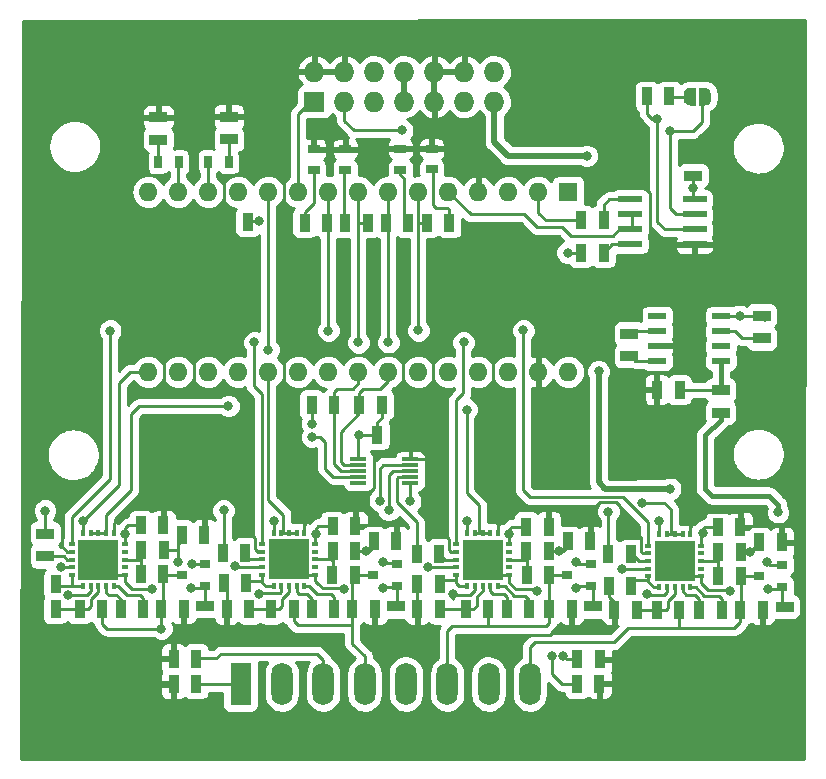
<source format=gbr>
G04 #@! TF.GenerationSoftware,KiCad,Pcbnew,5.99.0-unknown-c3175b4~86~ubuntu16.04.1*
G04 #@! TF.CreationDate,2019-12-02T17:51:54+01:00*
G04 #@! TF.ProjectId,OutAna,4f757441-6e61-42e6-9b69-6361645f7063,rev?*
G04 #@! TF.SameCoordinates,Original*
G04 #@! TF.FileFunction,Copper,L1,Top*
G04 #@! TF.FilePolarity,Positive*
%FSLAX46Y46*%
G04 Gerber Fmt 4.6, Leading zero omitted, Abs format (unit mm)*
G04 Created by KiCad (PCBNEW 5.99.0-unknown-c3175b4~86~ubuntu16.04.1) date 2019-12-02 17:51:54*
%MOMM*%
%LPD*%
G04 APERTURE LIST*
%ADD10R,0.970000X1.500000*%
%ADD11R,1.500000X0.970000*%
%ADD12R,1.550000X0.600000*%
%ADD13R,2.000000X0.600000*%
%ADD14R,1.000000X0.670000*%
%ADD15R,0.900000X0.800000*%
%ADD16R,1.400000X0.300000*%
%ADD17R,3.350000X3.350000*%
%ADD18R,0.400000X0.550000*%
%ADD19R,0.550000X0.400000*%
%ADD20R,0.500000X1.500000*%
%ADD21C,0.100000*%
%ADD22C,1.000000*%
%ADD23O,1.800000X3.600000*%
%ADD24R,1.800000X3.600000*%
%ADD25O,1.727200X1.727200*%
%ADD26R,1.727200X1.727200*%
%ADD27R,0.670000X1.000000*%
%ADD28O,1.600000X1.600000*%
%ADD29R,1.600000X1.600000*%
%ADD30C,0.800000*%
%ADD31C,0.250000*%
%ADD32C,0.450000*%
%ADD33C,0.500000*%
%ADD34C,0.254000*%
G04 APERTURE END LIST*
D10*
X138450000Y-78475000D03*
X136540000Y-78475000D03*
D11*
X170749000Y-87945000D03*
X170749000Y-89855000D03*
D10*
X175006000Y-92710000D03*
X173096000Y-92710000D03*
D12*
X178520000Y-86435000D03*
X178520000Y-87705000D03*
X178520000Y-88975000D03*
X178520000Y-90245000D03*
X173120000Y-90245000D03*
X173120000Y-88975000D03*
X173120000Y-87705000D03*
X173120000Y-86435000D03*
D10*
X166665000Y-78350000D03*
X168575000Y-78350000D03*
X166665000Y-81100000D03*
X168575000Y-81100000D03*
D13*
X176295000Y-76575000D03*
X176295000Y-77845000D03*
X176295000Y-79115000D03*
X176295000Y-80385000D03*
X170845000Y-80385000D03*
X170845000Y-79115000D03*
X170845000Y-77845000D03*
X170845000Y-76575000D03*
D14*
X144040000Y-74080000D03*
X144040000Y-72330000D03*
X146700000Y-74075000D03*
X146700000Y-72325000D03*
X151380000Y-74050000D03*
X151380000Y-72300000D03*
X154030000Y-74040000D03*
X154030000Y-72290000D03*
D15*
X132860000Y-108370000D03*
X134860000Y-107420000D03*
X134860000Y-109320000D03*
X149090000Y-108370000D03*
X151090000Y-107420000D03*
X151090000Y-109320000D03*
X165490000Y-108360000D03*
X167490000Y-107410000D03*
X167490000Y-109310000D03*
X181710000Y-108460000D03*
X183710000Y-107510000D03*
X183710000Y-109410000D03*
D10*
X145170000Y-78560000D03*
X143260000Y-78560000D03*
X148610000Y-78570000D03*
X146700000Y-78570000D03*
X150135000Y-78570000D03*
X152045000Y-78570000D03*
X153590000Y-78560000D03*
X155500000Y-78560000D03*
D11*
X178500000Y-94635000D03*
X178500000Y-92725000D03*
D10*
X178260000Y-106400000D03*
X180170000Y-106400000D03*
D16*
X152210000Y-98570000D03*
X152210000Y-99070000D03*
X152210000Y-99570000D03*
X152210000Y-100070000D03*
X152210000Y-100570000D03*
X147810000Y-100570000D03*
X147810000Y-100070000D03*
X147810000Y-99570000D03*
X147810000Y-99070000D03*
X147810000Y-98570000D03*
D17*
X125800000Y-107080000D03*
D18*
X124500000Y-104830000D03*
X125150000Y-104830000D03*
X125800000Y-104830000D03*
X126450000Y-104830000D03*
X127100000Y-104830000D03*
D19*
X128050000Y-105780000D03*
X128050000Y-106430000D03*
X128050000Y-107080000D03*
X128050000Y-107730000D03*
X128050000Y-108380000D03*
D18*
X127100000Y-109330000D03*
X126450000Y-109330000D03*
X125800000Y-109330000D03*
X125150000Y-109330000D03*
X124500000Y-109330000D03*
D19*
X123550000Y-108380000D03*
X123550000Y-107730000D03*
X123550000Y-107080000D03*
X123550000Y-106430000D03*
X123550000Y-105780000D03*
D17*
X141930000Y-107060000D03*
D18*
X140630000Y-104810000D03*
X141280000Y-104810000D03*
X141930000Y-104810000D03*
X142580000Y-104810000D03*
X143230000Y-104810000D03*
D19*
X144180000Y-105760000D03*
X144180000Y-106410000D03*
X144180000Y-107060000D03*
X144180000Y-107710000D03*
X144180000Y-108360000D03*
D18*
X143230000Y-109310000D03*
X142580000Y-109310000D03*
X141930000Y-109310000D03*
X141280000Y-109310000D03*
X140630000Y-109310000D03*
D19*
X139680000Y-108360000D03*
X139680000Y-107710000D03*
X139680000Y-107060000D03*
X139680000Y-106410000D03*
X139680000Y-105760000D03*
D17*
X158340000Y-107070000D03*
D18*
X157040000Y-104820000D03*
X157690000Y-104820000D03*
X158340000Y-104820000D03*
X158990000Y-104820000D03*
X159640000Y-104820000D03*
D19*
X160590000Y-105770000D03*
X160590000Y-106420000D03*
X160590000Y-107070000D03*
X160590000Y-107720000D03*
X160590000Y-108370000D03*
D18*
X159640000Y-109320000D03*
X158990000Y-109320000D03*
X158340000Y-109320000D03*
X157690000Y-109320000D03*
X157040000Y-109320000D03*
D19*
X156090000Y-108370000D03*
X156090000Y-107720000D03*
X156090000Y-107070000D03*
X156090000Y-106420000D03*
X156090000Y-105770000D03*
D17*
X174610000Y-107190000D03*
D18*
X173310000Y-104940000D03*
X173960000Y-104940000D03*
X174610000Y-104940000D03*
X175260000Y-104940000D03*
X175910000Y-104940000D03*
D19*
X176860000Y-105890000D03*
X176860000Y-106540000D03*
X176860000Y-107190000D03*
X176860000Y-107840000D03*
X176860000Y-108490000D03*
D18*
X175910000Y-109440000D03*
X175260000Y-109440000D03*
X174610000Y-109440000D03*
X173960000Y-109440000D03*
X173310000Y-109440000D03*
D19*
X172360000Y-108490000D03*
X172360000Y-107840000D03*
X172360000Y-107190000D03*
X172360000Y-106540000D03*
X172360000Y-105890000D03*
D10*
X172240000Y-67850000D03*
X174150000Y-67850000D03*
D11*
X136860000Y-71480000D03*
X136860000Y-69570000D03*
X130880000Y-71530000D03*
X130880000Y-69620000D03*
D10*
X143870000Y-93950000D03*
X145780000Y-93950000D03*
X149799000Y-93980000D03*
X147889000Y-93980000D03*
X122180000Y-109160000D03*
X120270000Y-109160000D03*
X138310000Y-109080000D03*
X136400000Y-109080000D03*
X154700000Y-109110000D03*
X152790000Y-109110000D03*
X170910000Y-109280000D03*
X169000000Y-109280000D03*
X129590000Y-111260000D03*
X127680000Y-111260000D03*
X145775000Y-111290000D03*
X143865000Y-111290000D03*
X162300000Y-111290000D03*
X160390000Y-111290000D03*
X178580000Y-111320000D03*
X176670000Y-111320000D03*
X131310000Y-108330000D03*
X129400000Y-108330000D03*
X134780000Y-104990000D03*
X132870000Y-104990000D03*
D11*
X121290000Y-106790000D03*
X121290000Y-104880000D03*
D10*
X147530000Y-108410000D03*
X145620000Y-108410000D03*
X151030000Y-105540000D03*
X149120000Y-105540000D03*
X138245000Y-106480000D03*
X136335000Y-106480000D03*
X163960000Y-108360000D03*
X162050000Y-108360000D03*
X167450000Y-105510000D03*
X165540000Y-105510000D03*
X154670000Y-106570000D03*
X152760000Y-106570000D03*
X180190000Y-108460000D03*
X178280000Y-108460000D03*
X183680000Y-105630000D03*
X181770000Y-105630000D03*
X170900000Y-106640000D03*
X168990000Y-106640000D03*
X134080000Y-117610000D03*
X132170000Y-117610000D03*
X126140000Y-111250000D03*
X124230000Y-111250000D03*
X134085000Y-115460000D03*
X132175000Y-115460000D03*
X142335000Y-111290000D03*
X140425000Y-111290000D03*
X166350000Y-115500000D03*
X168260000Y-115500000D03*
X158830000Y-111280000D03*
X156920000Y-111280000D03*
X166310000Y-117580000D03*
X168220000Y-117580000D03*
X174990000Y-111330000D03*
X173080000Y-111330000D03*
D20*
X176920000Y-67870000D03*
X176120000Y-67870000D03*
D21*
G36*
X176010867Y-67140254D02*
G01*
X176140321Y-67199373D01*
X176247876Y-67292570D01*
X176324817Y-67412292D01*
X176370001Y-67620000D01*
X176370001Y-68120000D01*
X176349747Y-68260866D01*
X176290628Y-68390320D01*
X176197431Y-68497875D01*
X176077709Y-68574816D01*
X175870001Y-68620000D01*
X175869999Y-68620000D01*
X175729133Y-68599746D01*
X175599679Y-68540627D01*
X175492124Y-68447430D01*
X175415183Y-68327708D01*
X175369999Y-68120000D01*
X175369999Y-67620000D01*
X175390253Y-67479134D01*
X175449372Y-67349680D01*
X175542569Y-67242125D01*
X175662291Y-67165184D01*
X175869999Y-67120000D01*
X175870001Y-67120000D01*
X176010867Y-67140254D01*
X176010867Y-67140254D01*
G37*
D22*
X175870000Y-67870000D03*
D21*
G36*
X177310867Y-67140254D02*
G01*
X177440321Y-67199373D01*
X177547876Y-67292570D01*
X177624817Y-67412292D01*
X177670001Y-67620000D01*
X177670001Y-68120000D01*
X177649747Y-68260866D01*
X177590628Y-68390320D01*
X177497431Y-68497875D01*
X177377709Y-68574816D01*
X177170001Y-68620000D01*
X177169999Y-68620000D01*
X177029133Y-68599746D01*
X176899679Y-68540627D01*
X176792124Y-68447430D01*
X176715183Y-68327708D01*
X176669999Y-68120000D01*
X176669999Y-67620000D01*
X176690253Y-67479134D01*
X176749372Y-67349680D01*
X176842569Y-67242125D01*
X176962291Y-67165184D01*
X177169999Y-67120000D01*
X177170001Y-67120000D01*
X177310867Y-67140254D01*
X177310867Y-67140254D01*
G37*
D22*
X177170000Y-67870000D03*
D23*
X162340000Y-117620000D03*
X158840000Y-117620000D03*
X155340000Y-117620000D03*
X151840000Y-117620000D03*
X148340000Y-117620000D03*
X144840000Y-117620000D03*
X141340000Y-117620000D03*
D24*
X137840000Y-117620000D03*
D25*
X159320000Y-65770000D03*
X159320000Y-68310000D03*
X156780000Y-65770000D03*
X156780000Y-68310000D03*
X154240000Y-65770000D03*
X154240000Y-68310000D03*
X151700000Y-65770000D03*
X151700000Y-68310000D03*
X149160000Y-65770000D03*
X149160000Y-68310000D03*
X146620000Y-65770000D03*
X146620000Y-68310000D03*
X144080000Y-65770000D03*
D26*
X144080000Y-68310000D03*
D27*
X135100000Y-73410000D03*
X136850000Y-73410000D03*
X132620000Y-73410000D03*
X130870000Y-73410000D03*
D10*
X165870000Y-111300000D03*
X163960000Y-111300000D03*
X182040000Y-111310000D03*
X180130000Y-111310000D03*
X133025000Y-111260000D03*
X131115000Y-111260000D03*
X149220000Y-111290000D03*
X147310000Y-111290000D03*
D11*
X176160000Y-74565000D03*
X176160000Y-72655000D03*
X181950000Y-86425000D03*
X181950000Y-88335000D03*
D10*
X151323000Y-96520000D03*
X149413000Y-96520000D03*
X147560000Y-104250000D03*
X145650000Y-104250000D03*
X131310000Y-104180000D03*
X129400000Y-104180000D03*
X163945000Y-104300000D03*
X162035000Y-104300000D03*
X180150000Y-104330000D03*
X178240000Y-104330000D03*
D11*
X134840000Y-111015000D03*
X134840000Y-112925000D03*
X151020000Y-111030000D03*
X151020000Y-112940000D03*
X167660000Y-111040000D03*
X167660000Y-112950000D03*
X183900000Y-111060000D03*
X183900000Y-112970000D03*
D10*
X129410000Y-106260000D03*
X131320000Y-106260000D03*
X145640000Y-106370000D03*
X147550000Y-106370000D03*
X162035000Y-106360000D03*
X163945000Y-106360000D03*
X120265000Y-111260000D03*
X122175000Y-111260000D03*
X136660000Y-111290000D03*
X138570000Y-111290000D03*
X152810000Y-111280000D03*
X154720000Y-111280000D03*
X169475000Y-111320000D03*
X171385000Y-111320000D03*
D28*
X130030000Y-91180000D03*
X130030000Y-75940000D03*
X165590000Y-91180000D03*
X132570000Y-75940000D03*
X163050000Y-91180000D03*
X135110000Y-75940000D03*
X160510000Y-91180000D03*
X137650000Y-75940000D03*
X157970000Y-91180000D03*
X140190000Y-75940000D03*
X155430000Y-91180000D03*
X142730000Y-75940000D03*
X152890000Y-91180000D03*
X145270000Y-75940000D03*
X150350000Y-91180000D03*
X147810000Y-75940000D03*
X147810000Y-91180000D03*
X150350000Y-75940000D03*
X145270000Y-91180000D03*
X152890000Y-75940000D03*
X142730000Y-91180000D03*
X155430000Y-75940000D03*
X140190000Y-91180000D03*
X157970000Y-75940000D03*
X137650000Y-91180000D03*
X160510000Y-75940000D03*
X135110000Y-91180000D03*
X163050000Y-75940000D03*
X132570000Y-91180000D03*
D29*
X165590000Y-75940000D03*
D30*
X172280000Y-113990000D03*
X152210000Y-102120000D03*
X174220000Y-101090000D03*
X168160000Y-91120000D03*
X176125000Y-75605000D03*
X173130000Y-69790000D03*
X174160000Y-70800000D03*
X151520000Y-70740000D03*
X140630000Y-103770000D03*
X157040000Y-103780000D03*
X173300000Y-103780000D03*
X132530000Y-107310000D03*
X183350000Y-103060000D03*
X156560000Y-113810000D03*
X123240000Y-112780000D03*
X153740000Y-107730000D03*
X148450000Y-106370000D03*
X164840000Y-106360000D03*
X180970000Y-106400000D03*
X170100000Y-107840000D03*
X149880000Y-107240000D03*
X149900000Y-109470000D03*
X133760000Y-107410000D03*
X128070000Y-104870000D03*
X144190000Y-104920000D03*
X133650000Y-109510000D03*
X130350000Y-109530000D03*
X123250000Y-110080000D03*
X146580000Y-109530000D03*
X139380000Y-109950000D03*
X160590000Y-104930000D03*
X166250000Y-107280000D03*
X155790000Y-110020000D03*
X166230000Y-109460000D03*
X162940000Y-109740000D03*
X179240000Y-109740000D03*
X182450000Y-107320000D03*
X176970000Y-104820000D03*
X182460000Y-109550000D03*
X172250000Y-110010000D03*
X137390000Y-107590000D03*
X124520000Y-103770000D03*
X122600000Y-107730000D03*
X131130000Y-112930000D03*
X141300000Y-112870000D03*
X147828000Y-96520000D03*
X156970000Y-94400000D03*
X136410000Y-102910000D03*
X121290000Y-102930000D03*
X136810000Y-94080000D03*
X149630000Y-102090000D03*
X150390000Y-102880000D03*
X168980000Y-103020000D03*
X143870000Y-95570000D03*
X165180000Y-115200000D03*
X164180000Y-115260000D03*
X171810000Y-102250000D03*
X147810000Y-88690000D03*
X145270000Y-87690000D03*
X139010000Y-88690000D03*
X126800000Y-87690000D03*
X150350000Y-88670000D03*
X156720000Y-88680000D03*
X152890000Y-87670000D03*
X161780000Y-87670000D03*
X140190000Y-89320000D03*
X143890000Y-96690000D03*
X180100000Y-86440000D03*
X139425000Y-78425000D03*
X165525000Y-81100000D03*
X167150000Y-72900000D03*
D31*
X169025000Y-76575000D02*
X168575000Y-77025000D01*
X168575000Y-77025000D02*
X168575000Y-78350000D01*
X170845000Y-76575000D02*
X169025000Y-76575000D01*
X152220000Y-100580000D02*
X152210000Y-100570000D01*
X152210000Y-102120000D02*
X152220000Y-100580000D01*
X151070000Y-102240000D02*
X152760000Y-103930000D01*
X151070000Y-100200000D02*
X151070000Y-102240000D01*
X151200000Y-100070000D02*
X151070000Y-100200000D01*
X152210000Y-100070000D02*
X151200000Y-100070000D01*
X152760000Y-103930000D02*
X152760000Y-104180000D01*
X152760000Y-104180000D02*
X152760000Y-106570000D01*
X136410000Y-102910000D02*
X136410000Y-103200000D01*
X136405000Y-103205000D02*
X136405000Y-106410000D01*
X136410000Y-103200000D02*
X136405000Y-103205000D01*
X136405000Y-106410000D02*
X136335000Y-106480000D01*
X138245000Y-106675000D02*
X138630000Y-107060000D01*
X138630000Y-107060000D02*
X138905000Y-107060000D01*
X138245000Y-106480000D02*
X138245000Y-106675000D01*
X139079999Y-105259999D02*
X139040000Y-105220000D01*
X139040000Y-105220000D02*
X138930000Y-105110000D01*
X139280000Y-106410000D02*
X139079999Y-106209999D01*
X139079999Y-106209999D02*
X139079999Y-105259999D01*
X139680000Y-106410000D02*
X139280000Y-106410000D01*
X169630000Y-102240000D02*
X169930000Y-102540000D01*
X169500000Y-102240000D02*
X169630000Y-102240000D01*
X168250000Y-102240000D02*
X167960000Y-102530000D01*
X167960000Y-102530000D02*
X167960000Y-102940000D01*
X169500000Y-102240000D02*
X168250000Y-102240000D01*
X170230000Y-101780000D02*
X162350000Y-101780000D01*
X172360000Y-105890000D02*
X172360000Y-103910000D01*
X172360000Y-103910000D02*
X170230000Y-101780000D01*
X171760000Y-106410000D02*
X171760000Y-105130000D01*
X176920000Y-70030000D02*
X176150000Y-70800000D01*
X176150000Y-70800000D02*
X174160000Y-70800000D01*
X176920000Y-67870000D02*
X176920000Y-70030000D01*
X172700000Y-69790000D02*
X172240000Y-69330000D01*
X172240000Y-69330000D02*
X172240000Y-67850000D01*
X173130000Y-69790000D02*
X172700000Y-69790000D01*
X175870000Y-67870000D02*
X174170000Y-67870000D01*
X174170000Y-67870000D02*
X174150000Y-67850000D01*
X176125000Y-75605000D02*
X176125000Y-76505000D01*
X174845000Y-79115000D02*
X173785000Y-79115000D01*
X176195000Y-79115000D02*
X174845000Y-79115000D01*
X173130000Y-78460000D02*
X173130000Y-69790000D01*
X173785000Y-79115000D02*
X173130000Y-78460000D01*
X174180000Y-77330000D02*
X174180000Y-70820000D01*
X174180000Y-70820000D02*
X174160000Y-70800000D01*
X174695000Y-77845000D02*
X174180000Y-77330000D01*
X176195000Y-77845000D02*
X174695000Y-77845000D01*
X151520000Y-70740000D02*
X147430000Y-70740000D01*
X156780000Y-68310000D02*
X156800000Y-68310000D01*
X147430000Y-70740000D02*
X146620000Y-69930000D01*
X146620000Y-69930000D02*
X146620000Y-68310000D01*
X176125000Y-74300000D02*
X176125000Y-75605000D01*
X176125000Y-76505000D02*
X176195000Y-76575000D01*
X170945000Y-77845000D02*
X170945000Y-79115000D01*
D32*
X177750000Y-101660000D02*
X177190000Y-101100000D01*
X177190000Y-101100000D02*
X177190000Y-98890000D01*
X179200000Y-101660000D02*
X182590000Y-101660000D01*
D31*
X179060000Y-101660000D02*
X179200000Y-101660000D01*
D32*
X179200000Y-101660000D02*
X177750000Y-101660000D01*
D31*
X162350000Y-101780000D02*
X161790000Y-101220000D01*
X161790000Y-101220000D02*
X161790000Y-89720000D01*
X180040000Y-103060000D02*
X177320000Y-103060000D01*
X180150000Y-103170000D02*
X180040000Y-103060000D01*
X180150000Y-104330000D02*
X180150000Y-103170000D01*
D32*
X182590000Y-101660000D02*
X183350000Y-102420000D01*
X183350000Y-102420000D02*
X183350000Y-103060000D01*
D31*
X124500000Y-104830000D02*
X124500000Y-103750000D01*
X140630000Y-104810000D02*
X140630000Y-103770000D01*
X157040000Y-104820000D02*
X157040000Y-103780000D01*
X173310000Y-103980000D02*
X173300000Y-103970000D01*
X173300000Y-103970000D02*
X173300000Y-103780000D01*
X173310000Y-104940000D02*
X173310000Y-103980000D01*
X125800000Y-104830000D02*
X125150000Y-104830000D01*
X126450000Y-104830000D02*
X125800000Y-104830000D01*
X123550000Y-107730000D02*
X123250000Y-107730000D01*
X127100000Y-104830000D02*
X127100000Y-104160000D01*
X143230000Y-104810000D02*
X143230000Y-104100000D01*
X159640000Y-104820000D02*
X159640000Y-104020000D01*
X175910000Y-104940000D02*
X175910000Y-104110000D01*
X128050000Y-108380000D02*
X127100000Y-108380000D01*
X127100000Y-108380000D02*
X125800000Y-107080000D01*
X156090000Y-107070000D02*
X155170000Y-107070000D01*
X155170000Y-107070000D02*
X154670000Y-106570000D01*
X155490000Y-106280000D02*
X155490000Y-105460000D01*
X155630000Y-106420000D02*
X155490000Y-106280000D01*
X155750000Y-106420000D02*
X155630000Y-106420000D01*
X156090000Y-106420000D02*
X155750000Y-106420000D01*
X156090000Y-107720000D02*
X153870000Y-107720000D01*
X148450000Y-106370000D02*
X147550000Y-106370000D01*
X164840000Y-106360000D02*
X165130000Y-106360000D01*
X171890000Y-106540000D02*
X171760000Y-106410000D01*
X172360000Y-106540000D02*
X171890000Y-106540000D01*
X172360000Y-107190000D02*
X171540000Y-107190000D01*
X171540000Y-107190000D02*
X170990000Y-106640000D01*
X172360000Y-107840000D02*
X170100000Y-107840000D01*
X151010000Y-107340000D02*
X151090000Y-107420000D01*
X149740000Y-107340000D02*
X151010000Y-107340000D01*
X149740000Y-109370000D02*
X151040000Y-109370000D01*
X151040000Y-109370000D02*
X151090000Y-109320000D01*
X128070000Y-104870000D02*
X128070000Y-105760000D01*
X128070000Y-105760000D02*
X128050000Y-105780000D01*
X134860000Y-107420000D02*
X133770000Y-107420000D01*
X133770000Y-107420000D02*
X133760000Y-107410000D01*
X128070000Y-104430000D02*
X128070000Y-104870000D01*
X128320000Y-104180000D02*
X128070000Y-104430000D01*
X129400000Y-104180000D02*
X128320000Y-104180000D01*
X149120000Y-105970000D02*
X148720000Y-106370000D01*
X148720000Y-106370000D02*
X148450000Y-106370000D01*
X149120000Y-105540000D02*
X149120000Y-105970000D01*
X144430000Y-104250000D02*
X144190000Y-104490000D01*
X144190000Y-104490000D02*
X144190000Y-104920000D01*
X145650000Y-104250000D02*
X144430000Y-104250000D01*
X144180000Y-105760000D02*
X144180000Y-104930000D01*
X144180000Y-104930000D02*
X144190000Y-104920000D01*
X129410000Y-106260000D02*
X129410000Y-107120000D01*
X129370000Y-107080000D02*
X129410000Y-107120000D01*
X129410000Y-107120000D02*
X129410000Y-108320000D01*
X128050000Y-107080000D02*
X129370000Y-107080000D01*
X129410000Y-108320000D02*
X129400000Y-108330000D01*
X134830000Y-109350000D02*
X134860000Y-109320000D01*
X128050000Y-108950000D02*
X128200000Y-109100000D01*
X128050000Y-108380000D02*
X128050000Y-108950000D01*
X127440000Y-109330000D02*
X128190000Y-110080000D01*
X127100000Y-109330000D02*
X127440000Y-109330000D01*
X126450000Y-109880000D02*
X126660000Y-110090000D01*
X126450000Y-109330000D02*
X126450000Y-109880000D01*
X125800000Y-109790000D02*
X125300000Y-110290000D01*
X125800000Y-109330000D02*
X125800000Y-109790000D01*
X125150000Y-109770000D02*
X124840000Y-110080000D01*
X124840000Y-110080000D02*
X123250000Y-110080000D01*
X125150000Y-109330000D02*
X125150000Y-109770000D01*
X124500000Y-109330000D02*
X123600000Y-109330000D01*
X123600000Y-109330000D02*
X122350000Y-109330000D01*
X123550000Y-108380000D02*
X123550000Y-109280000D01*
X123550000Y-109280000D02*
X123600000Y-109330000D01*
X122350000Y-109330000D02*
X122180000Y-109160000D01*
X144180000Y-108360000D02*
X144180000Y-108890000D01*
X143620000Y-109310000D02*
X144300000Y-109990000D01*
X143230000Y-109310000D02*
X143620000Y-109310000D01*
X142580000Y-109840000D02*
X142770000Y-110030000D01*
X142580000Y-109310000D02*
X142580000Y-109840000D01*
X141280000Y-109800000D02*
X141280000Y-109310000D01*
X141140000Y-109940000D02*
X141280000Y-109800000D01*
X139610000Y-109940000D02*
X141140000Y-109940000D01*
X139380000Y-109950000D02*
X139610000Y-109940000D01*
X138310000Y-111120000D02*
X138300000Y-111130000D01*
X147510000Y-108430000D02*
X147530000Y-108410000D01*
X149090000Y-108370000D02*
X147570000Y-108370000D01*
X147570000Y-108370000D02*
X147530000Y-108410000D01*
X132860000Y-108370000D02*
X131350000Y-108370000D01*
X131350000Y-108370000D02*
X131310000Y-108330000D01*
X145640000Y-106370000D02*
X145640000Y-107200000D01*
X145640000Y-107200000D02*
X145640000Y-108390000D01*
X144180000Y-107060000D02*
X145500000Y-107060000D01*
X145500000Y-107060000D02*
X145640000Y-107200000D01*
X145640000Y-108390000D02*
X145620000Y-108410000D01*
X161510000Y-112690000D02*
X158810000Y-112690000D01*
X158810000Y-112690000D02*
X155750000Y-112690000D01*
X158820000Y-112680000D02*
X158810000Y-112690000D01*
X155750000Y-112690000D02*
X155340000Y-113100000D01*
X155340000Y-113100000D02*
X155340000Y-117620000D01*
X163690000Y-112690000D02*
X161510000Y-112690000D01*
X160590000Y-104930000D02*
X160590000Y-105770000D01*
X165130000Y-106360000D02*
X165540000Y-105950000D01*
X165540000Y-105950000D02*
X165540000Y-105510000D01*
X163945000Y-106360000D02*
X164840000Y-106360000D01*
X162050000Y-108360000D02*
X162050000Y-107170000D01*
X162050000Y-107170000D02*
X162050000Y-106375000D01*
X160590000Y-107070000D02*
X161950000Y-107070000D01*
X161950000Y-107070000D02*
X162050000Y-107170000D01*
X162050000Y-106375000D02*
X162035000Y-106360000D01*
X157690000Y-109670000D02*
X157290000Y-110070000D01*
X157290000Y-110070000D02*
X155790000Y-110070000D01*
X157690000Y-109320000D02*
X157690000Y-109670000D01*
X160200000Y-109320000D02*
X161030000Y-110150000D01*
X159640000Y-109320000D02*
X160200000Y-109320000D01*
X159250000Y-110030000D02*
X160140000Y-110030000D01*
X158990000Y-109770000D02*
X159250000Y-110030000D01*
X158990000Y-109320000D02*
X158990000Y-109770000D01*
X160590000Y-108370000D02*
X159640000Y-108370000D01*
X159640000Y-108370000D02*
X158340000Y-107070000D01*
X161140000Y-109580000D02*
X162940000Y-109580000D01*
X162940000Y-109580000D02*
X162980000Y-109540000D01*
X160590000Y-109030000D02*
X161140000Y-109580000D01*
X160590000Y-108370000D02*
X160590000Y-109030000D01*
X158340000Y-109700000D02*
X157860000Y-110180000D01*
X157860000Y-110980000D02*
X157860000Y-110180000D01*
X158340000Y-109320000D02*
X158340000Y-109700000D01*
X163960000Y-108360000D02*
X163960000Y-111230000D01*
X163960000Y-111230000D02*
X163980000Y-111250000D01*
X165490000Y-108360000D02*
X163960000Y-108360000D01*
X154710000Y-111170000D02*
X154700000Y-111180000D01*
X179650000Y-112880000D02*
X175880000Y-112880000D01*
X180130000Y-111310000D02*
X180130000Y-112400000D01*
X180130000Y-112400000D02*
X179650000Y-112880000D01*
X180190000Y-108460000D02*
X180190000Y-111250000D01*
X180190000Y-111250000D02*
X180130000Y-111310000D01*
X175880000Y-112880000D02*
X174900000Y-112880000D01*
X174990000Y-112790000D02*
X174900000Y-112880000D01*
X174990000Y-111330000D02*
X174990000Y-112790000D01*
X173960000Y-109860000D02*
X173720000Y-110100000D01*
X173960000Y-109440000D02*
X173960000Y-109860000D01*
X174120000Y-110460000D02*
X174610000Y-109970000D01*
X173190000Y-111340000D02*
X172990000Y-111340000D01*
X178580000Y-110450000D02*
X178310000Y-110180000D01*
X178580000Y-111320000D02*
X178580000Y-110450000D01*
X174610000Y-109970000D02*
X174600000Y-109970000D01*
X175870000Y-112870000D02*
X175880000Y-112880000D01*
X183550000Y-107350000D02*
X183710000Y-107510000D01*
X176860000Y-105890000D02*
X176860000Y-104930000D01*
X176860000Y-104930000D02*
X176970000Y-104820000D01*
X177100000Y-104330000D02*
X176970000Y-104460000D01*
X176970000Y-104460000D02*
X176970000Y-104820000D01*
X178240000Y-104330000D02*
X177100000Y-104330000D01*
X181740000Y-105630000D02*
X180970000Y-106400000D01*
X180970000Y-106400000D02*
X180170000Y-106400000D01*
X181770000Y-105630000D02*
X181740000Y-105630000D01*
X181710000Y-108460000D02*
X180890000Y-108460000D01*
X180890000Y-108460000D02*
X180190000Y-108460000D01*
X180880000Y-108470000D02*
X180890000Y-108460000D01*
X178260000Y-106400000D02*
X178260000Y-107200000D01*
X178260000Y-107200000D02*
X178260000Y-108440000D01*
X176860000Y-107190000D02*
X178250000Y-107190000D01*
X178250000Y-107190000D02*
X178260000Y-107200000D01*
X178260000Y-108440000D02*
X178280000Y-108460000D01*
X174610000Y-109440000D02*
X174610000Y-109970000D01*
X174610000Y-104940000D02*
X175260000Y-104940000D01*
X176860000Y-108490000D02*
X175910000Y-108490000D01*
X175910000Y-108490000D02*
X174610000Y-107190000D01*
X162340000Y-117620000D02*
X162340000Y-115880000D01*
X152790000Y-109110000D02*
X152790000Y-111180000D01*
X143230000Y-108360000D02*
X141930000Y-107060000D01*
X144180000Y-108360000D02*
X143230000Y-108360000D01*
X168990000Y-106640000D02*
X168670000Y-106640000D01*
X168670000Y-106640000D02*
X168650000Y-106620000D01*
X183710000Y-110870000D02*
X183900000Y-111060000D01*
X173310000Y-109440000D02*
X172810000Y-109440000D01*
X172810000Y-109440000D02*
X172360000Y-108990000D01*
X169100000Y-109240000D02*
X169100000Y-109600000D01*
X165890000Y-111250000D02*
X165890000Y-112520000D01*
X166320000Y-112950000D02*
X167660000Y-112950000D01*
X165890000Y-112520000D02*
X166320000Y-112950000D01*
X167660000Y-112950000D02*
X169280000Y-112950000D01*
X169475000Y-112755000D02*
X169475000Y-111320000D01*
X169280000Y-112950000D02*
X169475000Y-112755000D01*
X162780000Y-114080000D02*
X162340000Y-114520000D01*
X169470000Y-114080000D02*
X162780000Y-114080000D01*
X162340000Y-117620000D02*
X162340000Y-114520000D01*
X174900000Y-112880000D02*
X170670000Y-112880000D01*
X170670000Y-112880000D02*
X169470000Y-114080000D01*
X171395000Y-111330000D02*
X171385000Y-111320000D01*
X173080000Y-111330000D02*
X171395000Y-111330000D01*
X174120000Y-110460000D02*
X174110000Y-110460000D01*
X173080000Y-111330000D02*
X173890000Y-111330000D01*
X173890000Y-111330000D02*
X174020000Y-111200000D01*
X174020000Y-110560000D02*
X174120000Y-110460000D01*
X174020000Y-111200000D02*
X174020000Y-110560000D01*
X167660000Y-109480000D02*
X167490000Y-109310000D01*
X167660000Y-111040000D02*
X167660000Y-109480000D01*
X173720000Y-110100000D02*
X172340000Y-110100000D01*
X172130000Y-110010000D02*
X172240000Y-110120000D01*
X172340000Y-110100000D02*
X172250000Y-110010000D01*
X172250000Y-110010000D02*
X172130000Y-110010000D01*
X170910000Y-109280000D02*
X170910000Y-109160000D01*
X171300000Y-108770000D02*
X172360000Y-108770000D01*
X170910000Y-109160000D02*
X171300000Y-108770000D01*
X172360000Y-108770000D02*
X172360000Y-108490000D01*
X172360000Y-108990000D02*
X172360000Y-108770000D01*
X183640000Y-109750000D02*
X183710000Y-109820000D01*
X183710000Y-109820000D02*
X183710000Y-110870000D01*
X183710000Y-109410000D02*
X183710000Y-109820000D01*
X179060000Y-109560000D02*
X179240000Y-109740000D01*
X169475000Y-111320000D02*
X169475000Y-110695000D01*
X169000000Y-110220000D02*
X169000000Y-109280000D01*
X169475000Y-110695000D02*
X169000000Y-110220000D01*
X163960000Y-112420000D02*
X163690000Y-112690000D01*
X163960000Y-111300000D02*
X163960000Y-112420000D01*
X165150000Y-112920000D02*
X164580000Y-112920000D01*
X164580000Y-112920000D02*
X164050000Y-113450000D01*
X164050000Y-113450000D02*
X162320000Y-113450000D01*
X162320000Y-113450000D02*
X162100000Y-113670000D01*
X182640000Y-107510000D02*
X182450000Y-107320000D01*
X183710000Y-107510000D02*
X182640000Y-107510000D01*
X183570000Y-109550000D02*
X183710000Y-109410000D01*
X182460000Y-109550000D02*
X183570000Y-109550000D01*
X166380000Y-107410000D02*
X166250000Y-107280000D01*
X167490000Y-107410000D02*
X166380000Y-107410000D01*
X168990000Y-106640000D02*
X168990000Y-104400000D01*
X166380000Y-109310000D02*
X166230000Y-109460000D01*
X167490000Y-109310000D02*
X166380000Y-109310000D01*
X162300000Y-110500000D02*
X161950000Y-110150000D01*
X162300000Y-111290000D02*
X162300000Y-110500000D01*
X161030000Y-110150000D02*
X161950000Y-110150000D01*
X160390000Y-110280000D02*
X160140000Y-110030000D01*
X160390000Y-111290000D02*
X160390000Y-110280000D01*
X157560000Y-111280000D02*
X157860000Y-110980000D01*
X156920000Y-111280000D02*
X157560000Y-111280000D01*
X154720000Y-111280000D02*
X156920000Y-111280000D01*
X157040000Y-109320000D02*
X156370000Y-109320000D01*
X156370000Y-109320000D02*
X156090000Y-109040000D01*
X154700000Y-109110000D02*
X154700000Y-109050000D01*
X154700000Y-109050000D02*
X154920000Y-108830000D01*
X156090000Y-108830000D02*
X156090000Y-108370000D01*
X154920000Y-108830000D02*
X156090000Y-108830000D01*
X156090000Y-109040000D02*
X156090000Y-108830000D01*
X140415000Y-111280000D02*
X140425000Y-111290000D01*
X141060000Y-111290000D02*
X140425000Y-111290000D01*
X141930000Y-109310000D02*
X141930000Y-109830000D01*
X141930000Y-109830000D02*
X141380000Y-110380000D01*
X141380000Y-110970000D02*
X141060000Y-111290000D01*
X141380000Y-110380000D02*
X141380000Y-110970000D01*
X145775000Y-110245000D02*
X145520000Y-109990000D01*
X145775000Y-111290000D02*
X145775000Y-110245000D01*
X144300000Y-109990000D02*
X145520000Y-109990000D01*
X143865000Y-110455000D02*
X143440000Y-110030000D01*
X143865000Y-111290000D02*
X143865000Y-110455000D01*
X142770000Y-110030000D02*
X143440000Y-110030000D01*
X142335000Y-112295000D02*
X142690000Y-112650000D01*
X142335000Y-111290000D02*
X142335000Y-112295000D01*
X148340000Y-115220000D02*
X148340000Y-117620000D01*
X147310000Y-114190000D02*
X148340000Y-115220000D01*
X147290000Y-112650000D02*
X147310000Y-112670000D01*
X142690000Y-112650000D02*
X147290000Y-112650000D01*
X147310000Y-112670000D02*
X147310000Y-114190000D01*
X147310000Y-111290000D02*
X147310000Y-112670000D01*
X147310000Y-108630000D02*
X147530000Y-108410000D01*
X147310000Y-111290000D02*
X147310000Y-108630000D01*
X151090000Y-110960000D02*
X151020000Y-111030000D01*
X151090000Y-109320000D02*
X151090000Y-110960000D01*
X158830000Y-112670000D02*
X158810000Y-112690000D01*
X158830000Y-111280000D02*
X158830000Y-112670000D01*
X155490000Y-105460000D02*
X155490000Y-105310000D01*
X155490000Y-105310000D02*
X155360000Y-105180000D01*
X139680000Y-107710000D02*
X137430000Y-107710000D01*
X137390000Y-107670000D02*
X137390000Y-107590000D01*
X137430000Y-107710000D02*
X137390000Y-107670000D01*
X139680000Y-107060000D02*
X138905000Y-107060000D01*
X140630000Y-109310000D02*
X139960000Y-109310000D01*
X139960000Y-109310000D02*
X139680000Y-109030000D01*
X138310000Y-109080000D02*
X138500000Y-109080000D01*
X138720000Y-108860000D02*
X139680000Y-108860000D01*
X138500000Y-109080000D02*
X138720000Y-108860000D01*
X139680000Y-108860000D02*
X139680000Y-108360000D01*
X139680000Y-109030000D02*
X139680000Y-108860000D01*
X146570000Y-109400000D02*
X146440000Y-109400000D01*
X146440000Y-109400000D02*
X146320000Y-109520000D01*
X144810000Y-109520000D02*
X144320000Y-109030000D01*
X144320000Y-109030000D02*
X144420000Y-109130000D01*
X146320000Y-109520000D02*
X144810000Y-109520000D01*
X144180000Y-108890000D02*
X144320000Y-109030000D01*
X123550000Y-107730000D02*
X122600000Y-107730000D01*
X122890000Y-106790000D02*
X121290000Y-106790000D01*
X123180000Y-107080000D02*
X122890000Y-106790000D01*
X123550000Y-107080000D02*
X123180000Y-107080000D01*
X123550000Y-106430000D02*
X123180000Y-106430000D01*
X123180000Y-106430000D02*
X122700000Y-105950000D01*
X122700000Y-105950000D02*
X122700000Y-105160000D01*
X128630000Y-109530000D02*
X128050000Y-108950000D01*
X130350000Y-109530000D02*
X128630000Y-109530000D01*
X129590000Y-110330000D02*
X129340000Y-110080000D01*
X129590000Y-111260000D02*
X129590000Y-110330000D01*
X128190000Y-110080000D02*
X129340000Y-110080000D01*
X127680000Y-110450000D02*
X127320000Y-110090000D01*
X127680000Y-111260000D02*
X127680000Y-110450000D01*
X126660000Y-110090000D02*
X127320000Y-110090000D01*
X124230000Y-111250000D02*
X124900000Y-111250000D01*
X124900000Y-111250000D02*
X125150000Y-111000000D01*
X125150000Y-110440000D02*
X125300000Y-110290000D01*
X125150000Y-111000000D02*
X125150000Y-110440000D01*
X122185000Y-111250000D02*
X122175000Y-111260000D01*
X124230000Y-111250000D02*
X122185000Y-111250000D01*
X126140000Y-111250000D02*
X126140000Y-112510000D01*
X140425000Y-111290000D02*
X138570000Y-111290000D01*
X131115000Y-112915000D02*
X131130000Y-112930000D01*
X131115000Y-111260000D02*
X131115000Y-112915000D01*
X126560000Y-112930000D02*
X126140000Y-112510000D01*
X131130000Y-112930000D02*
X126560000Y-112930000D01*
X131310000Y-111065000D02*
X131115000Y-111260000D01*
X131310000Y-108330000D02*
X131310000Y-111065000D01*
X134840000Y-109340000D02*
X134860000Y-109320000D01*
X134840000Y-111015000D02*
X134840000Y-109340000D01*
X134670000Y-109510000D02*
X134860000Y-109320000D01*
X133650000Y-109510000D02*
X134670000Y-109510000D01*
X136400000Y-109080000D02*
X136400000Y-109500000D01*
X136660000Y-109760000D02*
X136660000Y-111290000D01*
X136400000Y-109500000D02*
X136660000Y-109760000D01*
X132870000Y-104990000D02*
X132870000Y-105430000D01*
X132870000Y-105430000D02*
X132530000Y-105770000D01*
X132470000Y-106260000D02*
X132530000Y-106320000D01*
X131320000Y-106260000D02*
X132470000Y-106260000D01*
X132530000Y-106320000D02*
X132530000Y-107310000D01*
X132530000Y-105770000D02*
X132530000Y-106320000D01*
X132615000Y-75915000D02*
X132630000Y-75930000D01*
X147870000Y-93961000D02*
X147889000Y-93980000D01*
X152210000Y-98570000D02*
X153398000Y-98570000D01*
X149413000Y-96520000D02*
X147828000Y-96520000D01*
X147810000Y-96538000D02*
X147828000Y-96520000D01*
X147810000Y-98570000D02*
X147810000Y-96538000D01*
X149799000Y-93980000D02*
X149799000Y-95057000D01*
X149413000Y-95443000D02*
X149413000Y-96520000D01*
X149799000Y-95057000D02*
X149413000Y-95443000D01*
X127550000Y-100740000D02*
X124520000Y-103770000D01*
X123550000Y-105780000D02*
X123550000Y-104020000D01*
X123550000Y-104020000D02*
X123550000Y-103890000D01*
X139680000Y-103480000D02*
X139680000Y-96180000D01*
X139680000Y-105760000D02*
X139680000Y-103480000D01*
X139680000Y-103480000D02*
X139680000Y-103420000D01*
X141470000Y-104810000D02*
X142580000Y-104810000D01*
X141280000Y-104810000D02*
X141470000Y-104810000D01*
X131330000Y-90260000D02*
X131330000Y-92600000D01*
X133920000Y-90410000D02*
X133920000Y-92460000D01*
X151610000Y-90400000D02*
X151610000Y-92070000D01*
X157690000Y-104820000D02*
X158020000Y-104820000D01*
X158020000Y-104820000D02*
X158990000Y-104820000D01*
X132570000Y-73460000D02*
X132620000Y-73410000D01*
X132570000Y-75940000D02*
X132570000Y-73460000D01*
X135110000Y-73420000D02*
X135100000Y-73410000D01*
X135110000Y-75940000D02*
X135110000Y-73420000D01*
X136860000Y-73400000D02*
X136850000Y-73410000D01*
X136860000Y-71480000D02*
X136860000Y-73400000D01*
X130880000Y-73400000D02*
X130870000Y-73410000D01*
X130880000Y-71530000D02*
X130880000Y-73400000D01*
X121290000Y-104880000D02*
X121290000Y-102930000D01*
X121290000Y-102790000D02*
X121290000Y-102930000D01*
X127100000Y-104160000D02*
X127100000Y-104000000D01*
X127100000Y-104000000D02*
X127360000Y-103740000D01*
X141470000Y-103280000D02*
X141470000Y-104810000D01*
X140190000Y-102000000D02*
X141470000Y-103280000D01*
X140190000Y-91180000D02*
X140190000Y-102000000D01*
X139680000Y-96180000D02*
X139680000Y-93090000D01*
X139680000Y-93090000D02*
X138960000Y-92370000D01*
X138960000Y-92370000D02*
X138960000Y-88780000D01*
X128500000Y-91180000D02*
X127550000Y-92130000D01*
X130030000Y-91180000D02*
X128500000Y-91180000D01*
X127550000Y-92130000D02*
X127550000Y-100740000D01*
X126450000Y-103310000D02*
X126450000Y-104830000D01*
X136810000Y-94080000D02*
X129270000Y-94080000D01*
X128570000Y-94780000D02*
X128570000Y-101190000D01*
X129270000Y-94080000D02*
X128570000Y-94780000D01*
X128570000Y-101190000D02*
X126450000Y-103310000D01*
X154160000Y-91930000D02*
X154160000Y-90430000D01*
X152210000Y-99570000D02*
X151120000Y-99570000D01*
X150510000Y-99070000D02*
X149920000Y-99070000D01*
X152210000Y-99070000D02*
X150510000Y-99070000D01*
X150510000Y-99070000D02*
X150380000Y-99070000D01*
X149920000Y-99070000D02*
X149620000Y-99370000D01*
X149620000Y-99370000D02*
X149620000Y-102060000D01*
X151120000Y-99570000D02*
X150760000Y-99570000D01*
X150760000Y-99570000D02*
X150390000Y-99940000D01*
X150390000Y-99940000D02*
X150390000Y-102900000D01*
X168990000Y-104400000D02*
X168990000Y-103220000D01*
X168980000Y-103210000D02*
X168980000Y-103020000D01*
X168990000Y-103220000D02*
X168980000Y-103210000D01*
X150350000Y-91180000D02*
X150350000Y-91930000D01*
X150350000Y-91930000D02*
X149630000Y-92650000D01*
X149630000Y-92650000D02*
X148170000Y-92650000D01*
X147889000Y-92931000D02*
X147889000Y-93980000D01*
X148170000Y-92650000D02*
X147889000Y-92931000D01*
X146568000Y-99070000D02*
X147810000Y-99070000D01*
X147889000Y-93980000D02*
X147889000Y-94691000D01*
X147889000Y-94691000D02*
X146304000Y-96276000D01*
X146304000Y-96276000D02*
X146304000Y-98806000D01*
X146304000Y-98806000D02*
X146568000Y-99070000D01*
X145780000Y-93950000D02*
X145780000Y-98990000D01*
X146360000Y-99570000D02*
X145780000Y-98990000D01*
X147810000Y-99570000D02*
X146360000Y-99570000D01*
X145780000Y-93950000D02*
X145780000Y-92870000D01*
X145780000Y-92870000D02*
X146040000Y-92610000D01*
X146040000Y-92610000D02*
X147330000Y-92610000D01*
X147810000Y-92130000D02*
X147810000Y-91180000D01*
X147330000Y-92610000D02*
X147810000Y-92130000D01*
X143870000Y-93950000D02*
X143870000Y-95570000D01*
X144840000Y-117620000D02*
X144840000Y-115570000D01*
X144840000Y-115570000D02*
X144300000Y-115030000D01*
X144300000Y-115030000D02*
X136190000Y-115030000D01*
X136190000Y-115030000D02*
X135780000Y-115440000D01*
X137830000Y-117610000D02*
X137840000Y-117620000D01*
X165480000Y-115500000D02*
X166350000Y-115500000D01*
X165180000Y-115200000D02*
X165480000Y-115500000D01*
X166310000Y-117580000D02*
X165020000Y-117580000D01*
X164180000Y-116740000D02*
X164180000Y-115260000D01*
X165020000Y-117580000D02*
X164180000Y-116740000D01*
X159230000Y-90220000D02*
X159230000Y-92150000D01*
X173960000Y-104940000D02*
X174260000Y-104940000D01*
X174260000Y-104940000D02*
X174610000Y-104940000D01*
X162035000Y-104300000D02*
X160810000Y-104300000D01*
X160590000Y-104520000D02*
X160590000Y-104930000D01*
X160810000Y-104300000D02*
X160590000Y-104520000D01*
X163945000Y-102935000D02*
X163990000Y-102890000D01*
X163945000Y-104300000D02*
X163945000Y-102935000D01*
X163990000Y-102890000D02*
X164960000Y-102890000D01*
X161940000Y-102890000D02*
X163990000Y-102890000D01*
X145270000Y-75940000D02*
X145270000Y-87690000D01*
X126760000Y-87730000D02*
X126800000Y-87690000D01*
X126760000Y-100250000D02*
X126760000Y-87730000D01*
X123550000Y-103460000D02*
X126760000Y-100250000D01*
X123550000Y-104020000D02*
X123550000Y-103460000D01*
X156710000Y-88690000D02*
X156720000Y-88680000D01*
X156710000Y-92950000D02*
X156710000Y-88690000D01*
X156090000Y-93570000D02*
X156710000Y-92950000D01*
X156090000Y-105770000D02*
X156090000Y-93570000D01*
X161780000Y-87670000D02*
X161780000Y-89710000D01*
X161780000Y-89710000D02*
X161790000Y-89720000D01*
X161790000Y-89530000D02*
X161790000Y-89720000D01*
D33*
X151700000Y-65770000D02*
X151700000Y-68310000D01*
X154240000Y-65770000D02*
X154240000Y-68310000D01*
X144080000Y-65770000D02*
X146620000Y-65770000D01*
X156780000Y-65770000D02*
X154240000Y-65770000D01*
D31*
X145280000Y-75930000D02*
X145270000Y-75940000D01*
X147820000Y-75930000D02*
X147810000Y-75940000D01*
X150360000Y-75930000D02*
X150350000Y-75940000D01*
X153580000Y-78550000D02*
X153590000Y-78560000D01*
X152890000Y-78550000D02*
X153580000Y-78550000D01*
X152890000Y-75940000D02*
X152890000Y-78550000D01*
X152890000Y-78550000D02*
X152890000Y-87670000D01*
X150280000Y-78570000D02*
X150350000Y-78500000D01*
X150135000Y-78570000D02*
X150280000Y-78570000D01*
X150350000Y-78500000D02*
X150350000Y-88670000D01*
X150350000Y-75940000D02*
X150350000Y-78500000D01*
X147880000Y-78570000D02*
X147810000Y-78500000D01*
X148610000Y-78570000D02*
X147880000Y-78570000D01*
X147810000Y-78500000D02*
X147810000Y-88690000D01*
X147810000Y-75940000D02*
X147810000Y-78500000D01*
X151380000Y-73965000D02*
X151380000Y-74490000D01*
X151380000Y-74490000D02*
X151660000Y-74770000D01*
X151660000Y-78185000D02*
X152045000Y-78570000D01*
X151660000Y-74770000D02*
X151660000Y-78185000D01*
X146700000Y-78570000D02*
X146700000Y-78030000D01*
X146700000Y-78030000D02*
X146570000Y-77900000D01*
X146570000Y-74205000D02*
X146700000Y-74075000D01*
X146570000Y-77900000D02*
X146570000Y-74205000D01*
X144020000Y-73980000D02*
X144020000Y-76860000D01*
X143260000Y-77620000D02*
X143260000Y-78560000D01*
X144020000Y-76860000D02*
X143260000Y-77620000D01*
X144080000Y-68310000D02*
X143730000Y-68310000D01*
X143730000Y-68310000D02*
X142730000Y-69310000D01*
X142730000Y-73260000D02*
X142730000Y-75940000D01*
X154160000Y-74170000D02*
X154030000Y-74040000D01*
X154160000Y-77020000D02*
X154160000Y-74170000D01*
X155500000Y-78560000D02*
X155500000Y-77420000D01*
X155500000Y-77420000D02*
X155350000Y-77270000D01*
X155350000Y-77270000D02*
X154410000Y-77270000D01*
X154410000Y-77270000D02*
X154160000Y-77020000D01*
X174260000Y-104940000D02*
X174260000Y-102790000D01*
X173720000Y-102250000D02*
X174260000Y-102790000D01*
X171810000Y-102250000D02*
X173720000Y-102250000D01*
D33*
X168710000Y-101100000D02*
X168160000Y-100550000D01*
X168160000Y-100550000D02*
X168160000Y-91120000D01*
X174220000Y-101090000D02*
X168710000Y-101100000D01*
D31*
X170865000Y-76555000D02*
X170845000Y-76575000D01*
X172500000Y-78820000D02*
X172500000Y-76010000D01*
X172500000Y-76010000D02*
X172340000Y-75850000D01*
X134680000Y-117610000D02*
X134080000Y-117610000D01*
X134330000Y-117610000D02*
X134680000Y-117610000D01*
X134680000Y-117610000D02*
X137830000Y-117610000D01*
X134105000Y-115440000D02*
X134085000Y-115460000D01*
X135780000Y-115440000D02*
X134720000Y-115440000D01*
X134720000Y-115440000D02*
X134105000Y-115440000D01*
X134720000Y-115440000D02*
X134290000Y-115440000D01*
X176860000Y-108490000D02*
X176860000Y-109060000D01*
X176860000Y-109060000D02*
X177430000Y-109630000D01*
X179130000Y-109630000D02*
X179240000Y-109740000D01*
X177430000Y-109630000D02*
X179130000Y-109630000D01*
X176380000Y-109440000D02*
X177120000Y-110180000D01*
X175910000Y-109440000D02*
X176380000Y-109440000D01*
X178310000Y-110180000D02*
X177120000Y-110180000D01*
X175260000Y-109440000D02*
X175260000Y-109760000D01*
X175260000Y-109760000D02*
X175570000Y-110070000D01*
X175570000Y-110070000D02*
X176300000Y-110070000D01*
X176670000Y-110440000D02*
X176670000Y-111320000D01*
X176300000Y-110070000D02*
X176670000Y-110440000D01*
X147810000Y-100070000D02*
X145680000Y-100070000D01*
X145680000Y-100070000D02*
X145010000Y-99400000D01*
X149160000Y-98730000D02*
X149160000Y-101030000D01*
X149160000Y-101030000D02*
X148810000Y-101380000D01*
X140190000Y-75940000D02*
X140190000Y-76740000D01*
X144590000Y-96690000D02*
X145010000Y-97110000D01*
X143890000Y-96690000D02*
X144590000Y-96690000D01*
X145010000Y-99400000D02*
X145010000Y-97110000D01*
X141480000Y-90490000D02*
X141480000Y-91990000D01*
X140190000Y-89320000D02*
X140190000Y-75940000D01*
X141500000Y-76650000D02*
X141500000Y-75150000D01*
X156970000Y-94400000D02*
X156970000Y-101430000D01*
X158020000Y-102480000D02*
X158020000Y-104820000D01*
X156970000Y-101430000D02*
X158020000Y-102480000D01*
X178525000Y-86440000D02*
X178520000Y-86435000D01*
X182250000Y-86815000D02*
X181875000Y-86440000D01*
X171010000Y-87705000D02*
X170790000Y-87925000D01*
X173120000Y-87705000D02*
X171010000Y-87705000D01*
X171260000Y-90245000D02*
X170790000Y-89775000D01*
X173120000Y-90245000D02*
X171260000Y-90245000D01*
X178520000Y-92705000D02*
X178500000Y-92725000D01*
D32*
X178520000Y-90245000D02*
X178520000Y-92705000D01*
D31*
X174790000Y-92725000D02*
X174785000Y-92720000D01*
X178500000Y-92725000D02*
X174790000Y-92725000D01*
D32*
X178500000Y-94635000D02*
X178500000Y-95240000D01*
X177190000Y-96550000D02*
X177190000Y-98890000D01*
X178500000Y-95240000D02*
X177190000Y-96550000D01*
D31*
X180100000Y-86440000D02*
X178525000Y-86440000D01*
X181935000Y-86440000D02*
X181950000Y-86425000D01*
X180100000Y-86440000D02*
X181935000Y-86440000D01*
X180325000Y-88335000D02*
X181950000Y-88335000D01*
X179695000Y-87705000D02*
X180325000Y-88335000D01*
X178520000Y-87705000D02*
X179695000Y-87705000D01*
X142730000Y-69310000D02*
X142730000Y-73260000D01*
X138500000Y-78425000D02*
X138450000Y-78475000D01*
X139425000Y-78425000D02*
X138500000Y-78425000D01*
X136540000Y-78475000D02*
X136540000Y-76965000D01*
X136540000Y-76965000D02*
X136400000Y-76825000D01*
X136400000Y-76825000D02*
X136400000Y-75250000D01*
X166665000Y-78350000D02*
X163700000Y-78350000D01*
X163050000Y-77700000D02*
X163050000Y-75940000D01*
X163700000Y-78350000D02*
X163050000Y-77700000D01*
X157335000Y-77845000D02*
X155430000Y-75940000D01*
X170845000Y-79115000D02*
X169910000Y-79115000D01*
X162975000Y-78950000D02*
X161870000Y-77845000D01*
X169910000Y-79115000D02*
X169350000Y-79675000D01*
X161870000Y-77845000D02*
X157335000Y-77845000D01*
X165075000Y-78950000D02*
X162975000Y-78950000D01*
X169350000Y-79675000D02*
X165800000Y-79675000D01*
X165800000Y-79675000D02*
X165075000Y-78950000D01*
X166665000Y-81100000D02*
X165525000Y-81100000D01*
X169290000Y-80385000D02*
X168575000Y-81100000D01*
X170845000Y-80385000D02*
X169290000Y-80385000D01*
D33*
X159320000Y-71720000D02*
X159320000Y-68310000D01*
X167150000Y-72900000D02*
X160500000Y-72900000D01*
X160500000Y-72900000D02*
X159800000Y-72200000D01*
X159800000Y-72200000D02*
X159320000Y-71720000D01*
X159990000Y-72390000D02*
X159800000Y-72200000D01*
D34*
G36*
X185546695Y-123956000D02*
G01*
X119265393Y-123956000D01*
X119279043Y-117738000D01*
X131043163Y-117738000D01*
X131043163Y-118376588D01*
X131123795Y-118677512D01*
X131271185Y-118853165D01*
X131464814Y-118964956D01*
X131673976Y-119001837D01*
X132042000Y-119001837D01*
X132042000Y-117738000D01*
X131043163Y-117738000D01*
X119279043Y-117738000D01*
X119280995Y-116848976D01*
X131043163Y-116848976D01*
X131043163Y-117482000D01*
X132298000Y-117482000D01*
X132298000Y-119001837D01*
X132671588Y-119001837D01*
X132972512Y-118921205D01*
X133128470Y-118790341D01*
X133181185Y-118853165D01*
X133374814Y-118964956D01*
X133583976Y-119001837D01*
X134581588Y-119001837D01*
X134882512Y-118921205D01*
X135058165Y-118773815D01*
X135169956Y-118580186D01*
X135206837Y-118371024D01*
X135206837Y-118369000D01*
X136298163Y-118369000D01*
X136298163Y-119436588D01*
X136378795Y-119737512D01*
X136526185Y-119913165D01*
X136719814Y-120024956D01*
X136928976Y-120061837D01*
X138756588Y-120061837D01*
X139057512Y-119981205D01*
X139233165Y-119833815D01*
X139344956Y-119640186D01*
X139381837Y-119431024D01*
X139381837Y-115803412D01*
X139377975Y-115789000D01*
X140119595Y-115789000D01*
X140071223Y-115847994D01*
X139942438Y-116074236D01*
X139852591Y-116321760D01*
X139806000Y-116673283D01*
X139806000Y-118585324D01*
X139822468Y-118779397D01*
X139887869Y-119031377D01*
X139994791Y-119268734D01*
X140140177Y-119484684D01*
X140319869Y-119673050D01*
X140528730Y-119828446D01*
X140760787Y-119946430D01*
X141009407Y-120023629D01*
X141267478Y-120057833D01*
X141527623Y-120048067D01*
X141782404Y-119994608D01*
X142024535Y-119898986D01*
X142247093Y-119763935D01*
X142443714Y-119593316D01*
X142608777Y-119392007D01*
X142737562Y-119165765D01*
X142827409Y-118918241D01*
X142874000Y-118566718D01*
X142874000Y-116654676D01*
X142857533Y-116460603D01*
X142792132Y-116208623D01*
X142685210Y-115971266D01*
X142562501Y-115789000D01*
X143619595Y-115789000D01*
X143571223Y-115847994D01*
X143442438Y-116074236D01*
X143352591Y-116321760D01*
X143306000Y-116673283D01*
X143306000Y-118585324D01*
X143322468Y-118779397D01*
X143387869Y-119031377D01*
X143494791Y-119268734D01*
X143640177Y-119484684D01*
X143819869Y-119673050D01*
X144028730Y-119828446D01*
X144260787Y-119946430D01*
X144509407Y-120023629D01*
X144767478Y-120057833D01*
X145027623Y-120048067D01*
X145282404Y-119994608D01*
X145524535Y-119898986D01*
X145747093Y-119763935D01*
X145943714Y-119593316D01*
X146108777Y-119392007D01*
X146237562Y-119165765D01*
X146327409Y-118918241D01*
X146374000Y-118566718D01*
X146374000Y-116654676D01*
X146357533Y-116460603D01*
X146292132Y-116208623D01*
X146185210Y-115971266D01*
X146039824Y-115755316D01*
X145860131Y-115566950D01*
X145651270Y-115411554D01*
X145577419Y-115374006D01*
X145570850Y-115332532D01*
X145543391Y-115278642D01*
X145524703Y-115221125D01*
X145489154Y-115172196D01*
X145461698Y-115118310D01*
X145305801Y-114962414D01*
X144922047Y-114578661D01*
X144922045Y-114578657D01*
X144751690Y-114408303D01*
X144697801Y-114380844D01*
X144648873Y-114345296D01*
X144591359Y-114326610D01*
X144537468Y-114299150D01*
X144477726Y-114289688D01*
X144420213Y-114271001D01*
X144360250Y-114271001D01*
X144360244Y-114271000D01*
X136069786Y-114271000D01*
X136012265Y-114289690D01*
X135952533Y-114299150D01*
X135898642Y-114326608D01*
X135841126Y-114345297D01*
X135792201Y-114380843D01*
X135738310Y-114408302D01*
X135688532Y-114458081D01*
X135465614Y-114681000D01*
X135208511Y-114681000D01*
X135131205Y-114392489D01*
X134983815Y-114216835D01*
X134790186Y-114105044D01*
X134581024Y-114068163D01*
X133583412Y-114068163D01*
X133282489Y-114148795D01*
X133126530Y-114279659D01*
X133073815Y-114216835D01*
X132880186Y-114105044D01*
X132671024Y-114068163D01*
X132303000Y-114068163D01*
X132303000Y-115588000D01*
X131048163Y-115588000D01*
X131048163Y-116226588D01*
X131128795Y-116527512D01*
X131138324Y-116538869D01*
X131080044Y-116639814D01*
X131043163Y-116848976D01*
X119280995Y-116848976D01*
X119285715Y-114698976D01*
X131048163Y-114698976D01*
X131048163Y-115332000D01*
X132047000Y-115332000D01*
X132047000Y-114068163D01*
X131673412Y-114068163D01*
X131372489Y-114148795D01*
X131196835Y-114296185D01*
X131085044Y-114489814D01*
X131048163Y-114698976D01*
X119285715Y-114698976D01*
X119308361Y-104383976D01*
X119898163Y-104383976D01*
X119898163Y-105381588D01*
X119978795Y-105682512D01*
X120109659Y-105838470D01*
X120046835Y-105891185D01*
X119935044Y-106084814D01*
X119898163Y-106293976D01*
X119898163Y-107291588D01*
X119978795Y-107592512D01*
X120126185Y-107768165D01*
X120319814Y-107879956D01*
X120528976Y-107916837D01*
X121296399Y-107916837D01*
X121201835Y-107996185D01*
X121090044Y-108189814D01*
X121053163Y-108398976D01*
X121053163Y-109926588D01*
X121129744Y-110212392D01*
X121085044Y-110289814D01*
X121048163Y-110498976D01*
X121048163Y-112026588D01*
X121128795Y-112327512D01*
X121276185Y-112503165D01*
X121469814Y-112614956D01*
X121678976Y-112651837D01*
X122676588Y-112651837D01*
X122977512Y-112571205D01*
X123153165Y-112423815D01*
X123202007Y-112339217D01*
X123331185Y-112493165D01*
X123524814Y-112604956D01*
X123733976Y-112641837D01*
X124731588Y-112641837D01*
X125032512Y-112561205D01*
X125188470Y-112430341D01*
X125241185Y-112493165D01*
X125381001Y-112573887D01*
X125381001Y-112630213D01*
X125399690Y-112687732D01*
X125409151Y-112747467D01*
X125436608Y-112801355D01*
X125455297Y-112858875D01*
X125490849Y-112907806D01*
X125518303Y-112961690D01*
X125568082Y-113011468D01*
X126064862Y-113508251D01*
X126064869Y-113508257D01*
X126108310Y-113551698D01*
X126162195Y-113579153D01*
X126211125Y-113614703D01*
X126268642Y-113633392D01*
X126322533Y-113660850D01*
X126382265Y-113670310D01*
X126439786Y-113689000D01*
X130426704Y-113689000D01*
X130495109Y-113757406D01*
X130730891Y-113893534D01*
X130993872Y-113964000D01*
X131266128Y-113964000D01*
X131529109Y-113893534D01*
X131764891Y-113757406D01*
X131957406Y-113564891D01*
X132093534Y-113329109D01*
X132164000Y-113066128D01*
X132164000Y-112793872D01*
X132093534Y-112530891D01*
X132051768Y-112458551D01*
X132073470Y-112440341D01*
X132126185Y-112503165D01*
X132319814Y-112614956D01*
X132528976Y-112651837D01*
X132897000Y-112651837D01*
X132897000Y-111132000D01*
X133153000Y-111132000D01*
X133153000Y-112651837D01*
X133526588Y-112651837D01*
X133827512Y-112571205D01*
X134003165Y-112423815D01*
X134114956Y-112230186D01*
X134130534Y-112141837D01*
X135556005Y-112141837D01*
X135613795Y-112357512D01*
X135761185Y-112533165D01*
X135954814Y-112644956D01*
X136163976Y-112681837D01*
X136532000Y-112681837D01*
X136532000Y-111162000D01*
X136788000Y-111162000D01*
X136788000Y-112681837D01*
X137161588Y-112681837D01*
X137462512Y-112601205D01*
X137618470Y-112470341D01*
X137671185Y-112533165D01*
X137864814Y-112644956D01*
X138073976Y-112681837D01*
X139071588Y-112681837D01*
X139372512Y-112601205D01*
X139496194Y-112497423D01*
X139526185Y-112533165D01*
X139719814Y-112644956D01*
X139928976Y-112681837D01*
X140926588Y-112681837D01*
X141227512Y-112601205D01*
X141383470Y-112470341D01*
X141436185Y-112533165D01*
X141629814Y-112644956D01*
X141654208Y-112649257D01*
X141685849Y-112692806D01*
X141713303Y-112746690D01*
X142067953Y-113101339D01*
X142067955Y-113101343D01*
X142238310Y-113271697D01*
X142292197Y-113299155D01*
X142341125Y-113334703D01*
X142398644Y-113353393D01*
X142452533Y-113380850D01*
X142512266Y-113390311D01*
X142569785Y-113409000D01*
X146551000Y-113409000D01*
X146551001Y-114089743D01*
X146551001Y-114310213D01*
X146569690Y-114367732D01*
X146579151Y-114427467D01*
X146606608Y-114481355D01*
X146625297Y-114538875D01*
X146660849Y-114587806D01*
X146688303Y-114641690D01*
X147488777Y-115442163D01*
X147432907Y-115476066D01*
X147236286Y-115646686D01*
X147071223Y-115847994D01*
X146942438Y-116074236D01*
X146852591Y-116321760D01*
X146806000Y-116673283D01*
X146806000Y-118585324D01*
X146822468Y-118779397D01*
X146887869Y-119031377D01*
X146994791Y-119268734D01*
X147140177Y-119484684D01*
X147319869Y-119673050D01*
X147528730Y-119828446D01*
X147760787Y-119946430D01*
X148009407Y-120023629D01*
X148267478Y-120057833D01*
X148527623Y-120048067D01*
X148782404Y-119994608D01*
X149024535Y-119898986D01*
X149247093Y-119763935D01*
X149443714Y-119593316D01*
X149608777Y-119392007D01*
X149737562Y-119165765D01*
X149827409Y-118918241D01*
X149874000Y-118566718D01*
X149874000Y-116673283D01*
X150306000Y-116673283D01*
X150306000Y-118585324D01*
X150322468Y-118779397D01*
X150387869Y-119031377D01*
X150494791Y-119268734D01*
X150640177Y-119484684D01*
X150819869Y-119673050D01*
X151028730Y-119828446D01*
X151260787Y-119946430D01*
X151509407Y-120023629D01*
X151767478Y-120057833D01*
X152027623Y-120048067D01*
X152282404Y-119994608D01*
X152524535Y-119898986D01*
X152747093Y-119763935D01*
X152943714Y-119593316D01*
X153108777Y-119392007D01*
X153237562Y-119165765D01*
X153327409Y-118918241D01*
X153374000Y-118566718D01*
X153374000Y-116654676D01*
X153357533Y-116460603D01*
X153292132Y-116208623D01*
X153185210Y-115971266D01*
X153039824Y-115755316D01*
X152860131Y-115566950D01*
X152651270Y-115411554D01*
X152419213Y-115293570D01*
X152170593Y-115216371D01*
X151912522Y-115182167D01*
X151652377Y-115191933D01*
X151397596Y-115245392D01*
X151155465Y-115341014D01*
X150932907Y-115476066D01*
X150736286Y-115646686D01*
X150571223Y-115847994D01*
X150442438Y-116074236D01*
X150352591Y-116321760D01*
X150306000Y-116673283D01*
X149874000Y-116673283D01*
X149874000Y-116654676D01*
X149857533Y-116460603D01*
X149792132Y-116208623D01*
X149685210Y-115971266D01*
X149539824Y-115755316D01*
X149360131Y-115566950D01*
X149151270Y-115411554D01*
X149099000Y-115384978D01*
X149099000Y-115159756D01*
X149098999Y-115159750D01*
X149098999Y-115099786D01*
X149080312Y-115042275D01*
X149070850Y-114982532D01*
X149043391Y-114928642D01*
X149024703Y-114871125D01*
X148989154Y-114822196D01*
X148961698Y-114768310D01*
X148903815Y-114710428D01*
X148069000Y-113875614D01*
X148069000Y-112612864D01*
X148112512Y-112601205D01*
X148268470Y-112470341D01*
X148321185Y-112533165D01*
X148514814Y-112644956D01*
X148723976Y-112681837D01*
X149092000Y-112681837D01*
X149092000Y-111162000D01*
X149348000Y-111162000D01*
X149348000Y-112681837D01*
X149721588Y-112681837D01*
X150022512Y-112601205D01*
X150198165Y-112453815D01*
X150309956Y-112260186D01*
X150328179Y-112156837D01*
X151712704Y-112156837D01*
X151763795Y-112347512D01*
X151911185Y-112523165D01*
X152104814Y-112634956D01*
X152313976Y-112671837D01*
X152682000Y-112671837D01*
X152682000Y-111152000D01*
X152938000Y-111152000D01*
X152938000Y-112671837D01*
X153311588Y-112671837D01*
X153612512Y-112591205D01*
X153768470Y-112460341D01*
X153821185Y-112523165D01*
X154014814Y-112634956D01*
X154223976Y-112671837D01*
X154706315Y-112671837D01*
X154690846Y-112702197D01*
X154655297Y-112751126D01*
X154636609Y-112808643D01*
X154609150Y-112862533D01*
X154599688Y-112922276D01*
X154581001Y-112979787D01*
X154581001Y-113039751D01*
X154581000Y-113039757D01*
X154581001Y-115386200D01*
X154432907Y-115476065D01*
X154236286Y-115646686D01*
X154071223Y-115847994D01*
X153942438Y-116074236D01*
X153852591Y-116321760D01*
X153806000Y-116673283D01*
X153806000Y-118585324D01*
X153822468Y-118779397D01*
X153887869Y-119031377D01*
X153994791Y-119268734D01*
X154140177Y-119484684D01*
X154319869Y-119673050D01*
X154528730Y-119828446D01*
X154760787Y-119946430D01*
X155009407Y-120023629D01*
X155267478Y-120057833D01*
X155527623Y-120048067D01*
X155782404Y-119994608D01*
X156024535Y-119898986D01*
X156247093Y-119763935D01*
X156443714Y-119593316D01*
X156608777Y-119392007D01*
X156737562Y-119165765D01*
X156827409Y-118918241D01*
X156874000Y-118566718D01*
X156874000Y-116673283D01*
X157306000Y-116673283D01*
X157306000Y-118585324D01*
X157322468Y-118779397D01*
X157387869Y-119031377D01*
X157494791Y-119268734D01*
X157640177Y-119484684D01*
X157819869Y-119673050D01*
X158028730Y-119828446D01*
X158260787Y-119946430D01*
X158509407Y-120023629D01*
X158767478Y-120057833D01*
X159027623Y-120048067D01*
X159282404Y-119994608D01*
X159524535Y-119898986D01*
X159747093Y-119763935D01*
X159943714Y-119593316D01*
X160108777Y-119392007D01*
X160237562Y-119165765D01*
X160327409Y-118918241D01*
X160374000Y-118566718D01*
X160374000Y-116654676D01*
X160357533Y-116460603D01*
X160292132Y-116208623D01*
X160185210Y-115971266D01*
X160039824Y-115755316D01*
X159860131Y-115566950D01*
X159651270Y-115411554D01*
X159419213Y-115293570D01*
X159170593Y-115216371D01*
X158912522Y-115182167D01*
X158652377Y-115191933D01*
X158397596Y-115245392D01*
X158155465Y-115341014D01*
X157932907Y-115476066D01*
X157736286Y-115646686D01*
X157571223Y-115847994D01*
X157442438Y-116074236D01*
X157352591Y-116321760D01*
X157306000Y-116673283D01*
X156874000Y-116673283D01*
X156874000Y-116654676D01*
X156857533Y-116460603D01*
X156792132Y-116208623D01*
X156685210Y-115971266D01*
X156539824Y-115755316D01*
X156360131Y-115566950D01*
X156151270Y-115411554D01*
X156099000Y-115384978D01*
X156099000Y-113449000D01*
X162346566Y-113449000D01*
X162328310Y-113458302D01*
X162278531Y-113508082D01*
X161874200Y-113912414D01*
X161718303Y-114068310D01*
X161690849Y-114122194D01*
X161655297Y-114171125D01*
X161636608Y-114228645D01*
X161609151Y-114282533D01*
X161599690Y-114342268D01*
X161581001Y-114399787D01*
X161581001Y-115386200D01*
X161432907Y-115476065D01*
X161236286Y-115646686D01*
X161071223Y-115847994D01*
X160942438Y-116074236D01*
X160852591Y-116321760D01*
X160806000Y-116673283D01*
X160806000Y-118585324D01*
X160822468Y-118779397D01*
X160887869Y-119031377D01*
X160994791Y-119268734D01*
X161140177Y-119484684D01*
X161319869Y-119673050D01*
X161528730Y-119828446D01*
X161760787Y-119946430D01*
X162009407Y-120023629D01*
X162267478Y-120057833D01*
X162527623Y-120048067D01*
X162782404Y-119994608D01*
X163024535Y-119898986D01*
X163247093Y-119763935D01*
X163443714Y-119593316D01*
X163608777Y-119392007D01*
X163737562Y-119165765D01*
X163827409Y-118918241D01*
X163874000Y-118566718D01*
X163874000Y-117507387D01*
X164412413Y-118045801D01*
X164568310Y-118201698D01*
X164622196Y-118229154D01*
X164671125Y-118264703D01*
X164728642Y-118283391D01*
X164782532Y-118310850D01*
X164842275Y-118320312D01*
X164899786Y-118338999D01*
X164959750Y-118338999D01*
X164959756Y-118339000D01*
X165183163Y-118339000D01*
X165183163Y-118346588D01*
X165263795Y-118647512D01*
X165411185Y-118823165D01*
X165604814Y-118934956D01*
X165813976Y-118971837D01*
X166811588Y-118971837D01*
X167112512Y-118891205D01*
X167268470Y-118760341D01*
X167321185Y-118823165D01*
X167514814Y-118934956D01*
X167723976Y-118971837D01*
X168092000Y-118971837D01*
X168092000Y-117708000D01*
X168348000Y-117708000D01*
X168348000Y-118971837D01*
X168721588Y-118971837D01*
X169022512Y-118891205D01*
X169198165Y-118743815D01*
X169309956Y-118550186D01*
X169346837Y-118341024D01*
X169346837Y-117708000D01*
X168348000Y-117708000D01*
X168092000Y-117708000D01*
X168092000Y-117452000D01*
X169346837Y-117452000D01*
X169346837Y-116813412D01*
X169285011Y-116582674D01*
X169349956Y-116470186D01*
X169386837Y-116261024D01*
X169386837Y-115628000D01*
X168132000Y-115628000D01*
X168132000Y-115372000D01*
X169386837Y-115372000D01*
X169386837Y-114839000D01*
X169530244Y-114839000D01*
X169530250Y-114838999D01*
X169590213Y-114838999D01*
X169647726Y-114820312D01*
X169707468Y-114810850D01*
X169761359Y-114783390D01*
X169818873Y-114764704D01*
X169867801Y-114729156D01*
X169921690Y-114701697D01*
X170092045Y-114531343D01*
X170092046Y-114531341D01*
X170984388Y-113639000D01*
X179710244Y-113639000D01*
X179710250Y-113638999D01*
X179770213Y-113638999D01*
X179827726Y-113620312D01*
X179887468Y-113610850D01*
X179941359Y-113583390D01*
X179998873Y-113564704D01*
X180047801Y-113529156D01*
X180101690Y-113501697D01*
X180257587Y-113345800D01*
X180708251Y-112895138D01*
X180708257Y-112895131D01*
X180751698Y-112851690D01*
X180779153Y-112797805D01*
X180814703Y-112748875D01*
X180833392Y-112691358D01*
X180859115Y-112640871D01*
X180932512Y-112621205D01*
X181088470Y-112490341D01*
X181141185Y-112553165D01*
X181334814Y-112664956D01*
X181543976Y-112701837D01*
X181912000Y-112701837D01*
X181912000Y-111182000D01*
X182168000Y-111182000D01*
X182168000Y-112701837D01*
X182541588Y-112701837D01*
X182842512Y-112621205D01*
X183018165Y-112473815D01*
X183129956Y-112280186D01*
X183146416Y-112186837D01*
X184666588Y-112186837D01*
X184967512Y-112106205D01*
X185143165Y-111958815D01*
X185254956Y-111765186D01*
X185291837Y-111556024D01*
X185291837Y-110558412D01*
X185211205Y-110257489D01*
X185063815Y-110081835D01*
X184870186Y-109970044D01*
X184778414Y-109953862D01*
X184801837Y-109821024D01*
X184801837Y-108993412D01*
X184721205Y-108692489D01*
X184573815Y-108516835D01*
X184484551Y-108465299D01*
X184653165Y-108323815D01*
X184764956Y-108130186D01*
X184801837Y-107921024D01*
X184801837Y-107093412D01*
X184721205Y-106792489D01*
X184684313Y-106748523D01*
X184769956Y-106600186D01*
X184806837Y-106391024D01*
X184806837Y-105758000D01*
X183552000Y-105758000D01*
X183552000Y-104238163D01*
X183808000Y-104238163D01*
X183808000Y-105502000D01*
X184806837Y-105502000D01*
X184806837Y-104863412D01*
X184726205Y-104562489D01*
X184578815Y-104386835D01*
X184385186Y-104275044D01*
X184176024Y-104238163D01*
X183808000Y-104238163D01*
X183552000Y-104238163D01*
X183178412Y-104238163D01*
X182877489Y-104318795D01*
X182721530Y-104449659D01*
X182668815Y-104386835D01*
X182475186Y-104275044D01*
X182266024Y-104238163D01*
X181268412Y-104238163D01*
X180967489Y-104318795D01*
X180801591Y-104458000D01*
X180022000Y-104458000D01*
X180022000Y-102938163D01*
X180278000Y-102938163D01*
X180278000Y-104202000D01*
X181276837Y-104202000D01*
X181276837Y-103563412D01*
X181196205Y-103262489D01*
X181048815Y-103086835D01*
X180855186Y-102975044D01*
X180646024Y-102938163D01*
X180278000Y-102938163D01*
X180022000Y-102938163D01*
X179648412Y-102938163D01*
X179347489Y-103018795D01*
X179191530Y-103149659D01*
X179138815Y-103086835D01*
X178945186Y-102975044D01*
X178736024Y-102938163D01*
X177738412Y-102938163D01*
X177437489Y-103018795D01*
X177261835Y-103166185D01*
X177150044Y-103359814D01*
X177113163Y-103568976D01*
X177113163Y-103571000D01*
X176979786Y-103571000D01*
X176922265Y-103589690D01*
X176862533Y-103599150D01*
X176808642Y-103626608D01*
X176751126Y-103645297D01*
X176702200Y-103680844D01*
X176648310Y-103708303D01*
X176504199Y-103852414D01*
X176403512Y-103953102D01*
X176335109Y-103992594D01*
X176277032Y-104050672D01*
X175984000Y-103999002D01*
X175984000Y-104303150D01*
X175873815Y-104171836D01*
X175836000Y-104150003D01*
X175836000Y-103984957D01*
X175605148Y-104046813D01*
X175471023Y-104023163D01*
X175043412Y-104023163D01*
X175019000Y-104029704D01*
X175019000Y-102729756D01*
X175018999Y-102729750D01*
X175018999Y-102669786D01*
X175000312Y-102612275D01*
X174990850Y-102552532D01*
X174963391Y-102498642D01*
X174944703Y-102441125D01*
X174909154Y-102392196D01*
X174881698Y-102338310D01*
X174725801Y-102182414D01*
X174601610Y-102058223D01*
X174619109Y-102053534D01*
X174854891Y-101917406D01*
X175047406Y-101724891D01*
X175183534Y-101489109D01*
X175254000Y-101226128D01*
X175254000Y-100953872D01*
X175183534Y-100690891D01*
X175047406Y-100455109D01*
X174854891Y-100262594D01*
X174619109Y-100126466D01*
X174356128Y-100056000D01*
X174083872Y-100056000D01*
X173820891Y-100126466D01*
X173681442Y-100206976D01*
X169075499Y-100215336D01*
X169044000Y-100183837D01*
X169044000Y-92838000D01*
X171969163Y-92838000D01*
X171969163Y-93476588D01*
X172049795Y-93777512D01*
X172197185Y-93953165D01*
X172390814Y-94064956D01*
X172599976Y-94101837D01*
X172968000Y-94101837D01*
X172968000Y-92838000D01*
X171969163Y-92838000D01*
X169044000Y-92838000D01*
X169044000Y-91948976D01*
X171969163Y-91948976D01*
X171969163Y-92582000D01*
X172968000Y-92582000D01*
X172968000Y-91318163D01*
X173224000Y-91318163D01*
X173224000Y-94101837D01*
X173597588Y-94101837D01*
X173898512Y-94021205D01*
X174054470Y-93890341D01*
X174107185Y-93953165D01*
X174300814Y-94064956D01*
X174509976Y-94101837D01*
X175507588Y-94101837D01*
X175808512Y-94021205D01*
X175984165Y-93873815D01*
X176095956Y-93680186D01*
X176130549Y-93484000D01*
X177177136Y-93484000D01*
X177188795Y-93527512D01*
X177319659Y-93683470D01*
X177256835Y-93736185D01*
X177145044Y-93929814D01*
X177108163Y-94138976D01*
X177108163Y-95136588D01*
X177167427Y-95357764D01*
X176650647Y-95874545D01*
X176627547Y-95889120D01*
X176563097Y-95962096D01*
X176539035Y-95986157D01*
X176523270Y-96007192D01*
X176464667Y-96073547D01*
X176449788Y-96105239D01*
X176428794Y-96133250D01*
X176397723Y-96216135D01*
X176359930Y-96296630D01*
X176354882Y-96330410D01*
X176342422Y-96363648D01*
X176335011Y-96463366D01*
X176331000Y-96490205D01*
X176331000Y-96517340D01*
X176324187Y-96609024D01*
X176331000Y-96640940D01*
X176331001Y-98839569D01*
X176331000Y-101003769D01*
X176324973Y-101030403D01*
X176331000Y-101127541D01*
X176331000Y-101161604D01*
X176334728Y-101187634D01*
X176340209Y-101275984D01*
X176352096Y-101308909D01*
X176357059Y-101343567D01*
X176393699Y-101424151D01*
X176423892Y-101507787D01*
X176444211Y-101535248D01*
X176458901Y-101567556D01*
X176524174Y-101643310D01*
X176540314Y-101665123D01*
X176559495Y-101684303D01*
X176619514Y-101753960D01*
X176646902Y-101771711D01*
X177074548Y-102199358D01*
X177089120Y-102222453D01*
X177162082Y-102286891D01*
X177186156Y-102310965D01*
X177207197Y-102326735D01*
X177273545Y-102385332D01*
X177305236Y-102400211D01*
X177333252Y-102421207D01*
X177416145Y-102452283D01*
X177496630Y-102490070D01*
X177530410Y-102495118D01*
X177563648Y-102507578D01*
X177663365Y-102514989D01*
X177690205Y-102519000D01*
X177717341Y-102519000D01*
X177809026Y-102525813D01*
X177840942Y-102519000D01*
X182234192Y-102519000D01*
X182384272Y-102669080D01*
X182316000Y-102923872D01*
X182316000Y-103196128D01*
X182386466Y-103459109D01*
X182522594Y-103694891D01*
X182715109Y-103887406D01*
X182950891Y-104023534D01*
X183213872Y-104094000D01*
X183486128Y-104094000D01*
X183749109Y-104023534D01*
X183984891Y-103887406D01*
X184177406Y-103694891D01*
X184313534Y-103459109D01*
X184384000Y-103196128D01*
X184384000Y-102923872D01*
X184313534Y-102660891D01*
X184214917Y-102490081D01*
X184215027Y-102489597D01*
X184209000Y-102392459D01*
X184209000Y-102358395D01*
X184205272Y-102332365D01*
X184199791Y-102244015D01*
X184187904Y-102211090D01*
X184182941Y-102176432D01*
X184146301Y-102095848D01*
X184116108Y-102012212D01*
X184095789Y-101984751D01*
X184081099Y-101952443D01*
X184015827Y-101876691D01*
X183999685Y-101854875D01*
X183980495Y-101835686D01*
X183920485Y-101766041D01*
X183893101Y-101748291D01*
X183265455Y-101120647D01*
X183250880Y-101097547D01*
X183177902Y-101033095D01*
X183153843Y-101009035D01*
X183132818Y-100993278D01*
X183066455Y-100934668D01*
X183034760Y-100919787D01*
X183006748Y-100898794D01*
X182923858Y-100867719D01*
X182843370Y-100829930D01*
X182809590Y-100824882D01*
X182776352Y-100812422D01*
X182676636Y-100805011D01*
X182649795Y-100801000D01*
X182622660Y-100801000D01*
X182530976Y-100794187D01*
X182499060Y-100801000D01*
X178105809Y-100801000D01*
X178049000Y-100744192D01*
X178049000Y-98278898D01*
X179434496Y-98278898D01*
X179472672Y-98581098D01*
X179551510Y-98875321D01*
X179669547Y-99156122D01*
X179824602Y-99418307D01*
X180013805Y-99657021D01*
X180233655Y-99867849D01*
X180480083Y-100046890D01*
X180748530Y-100190830D01*
X181034028Y-100297006D01*
X181331294Y-100363452D01*
X181634828Y-100388941D01*
X181939012Y-100373000D01*
X182238220Y-100315923D01*
X182526911Y-100218767D01*
X182799747Y-100083330D01*
X183051678Y-99912119D01*
X183278041Y-99708300D01*
X183474649Y-99475646D01*
X183637863Y-99218463D01*
X183764663Y-98941507D01*
X183852702Y-98649906D01*
X183900456Y-98348399D01*
X183904122Y-97998356D01*
X183862692Y-97695916D01*
X183780780Y-97402534D01*
X183659808Y-97122984D01*
X183502015Y-96862438D01*
X183310323Y-96625718D01*
X183088277Y-96417204D01*
X182839988Y-96240753D01*
X182570049Y-96099633D01*
X182283454Y-95996452D01*
X181985509Y-95933121D01*
X181681724Y-95910813D01*
X181377723Y-95929939D01*
X181079131Y-95990147D01*
X180791472Y-96090319D01*
X180520070Y-96228606D01*
X180269946Y-96402446D01*
X180045729Y-96608624D01*
X179851568Y-96843324D01*
X179691057Y-97102203D01*
X179567163Y-97380471D01*
X179482183Y-97672979D01*
X179437685Y-97974313D01*
X179434496Y-98278898D01*
X178049000Y-98278898D01*
X178049000Y-96905808D01*
X179039356Y-95915453D01*
X179062453Y-95900880D01*
X179126891Y-95827918D01*
X179150965Y-95803844D01*
X179166735Y-95782803D01*
X179185252Y-95761837D01*
X179266588Y-95761837D01*
X179567512Y-95681205D01*
X179743165Y-95533815D01*
X179854956Y-95340186D01*
X179891837Y-95131024D01*
X179891837Y-94133412D01*
X179811205Y-93832489D01*
X179680341Y-93676531D01*
X179743165Y-93623815D01*
X179854956Y-93430186D01*
X179891837Y-93221024D01*
X179891837Y-92223412D01*
X179811205Y-91922489D01*
X179663815Y-91746835D01*
X179470186Y-91635044D01*
X179379000Y-91618965D01*
X179379000Y-91168774D01*
X179612512Y-91106205D01*
X179788165Y-90958815D01*
X179899956Y-90765186D01*
X179936837Y-90556024D01*
X179936837Y-89928412D01*
X179856205Y-89627489D01*
X179836873Y-89604450D01*
X179899956Y-89495186D01*
X179936837Y-89286024D01*
X179936837Y-88991158D01*
X179976125Y-89019703D01*
X180033642Y-89038392D01*
X180087533Y-89065850D01*
X180147265Y-89075310D01*
X180204786Y-89094000D01*
X180627136Y-89094000D01*
X180638795Y-89137512D01*
X180786185Y-89313165D01*
X180979814Y-89424956D01*
X181188976Y-89461837D01*
X182716588Y-89461837D01*
X183017512Y-89381205D01*
X183193165Y-89233815D01*
X183304956Y-89040186D01*
X183341837Y-88831024D01*
X183341837Y-87833412D01*
X183261205Y-87532489D01*
X183130341Y-87376531D01*
X183193165Y-87323815D01*
X183304956Y-87130186D01*
X183341837Y-86921024D01*
X183341837Y-85923412D01*
X183261205Y-85622489D01*
X183113815Y-85446835D01*
X182920186Y-85335044D01*
X182711024Y-85298163D01*
X181183412Y-85298163D01*
X180882489Y-85378795D01*
X180706835Y-85526185D01*
X180676433Y-85578843D01*
X180499109Y-85476466D01*
X180236128Y-85406000D01*
X179963872Y-85406000D01*
X179700891Y-85476466D01*
X179561638Y-85556863D01*
X179515186Y-85530044D01*
X179306024Y-85493163D01*
X177728412Y-85493163D01*
X177427489Y-85573795D01*
X177251835Y-85721185D01*
X177140044Y-85914814D01*
X177103163Y-86123976D01*
X177103163Y-86751588D01*
X177183795Y-87052512D01*
X177203127Y-87075551D01*
X177140044Y-87184814D01*
X177103163Y-87393976D01*
X177103163Y-88021588D01*
X177183795Y-88322512D01*
X177203127Y-88345551D01*
X177140044Y-88454814D01*
X177103163Y-88663976D01*
X177103163Y-89291588D01*
X177183795Y-89592512D01*
X177203127Y-89615551D01*
X177140044Y-89724814D01*
X177103163Y-89933976D01*
X177103163Y-90561588D01*
X177183795Y-90862512D01*
X177331185Y-91038165D01*
X177524814Y-91149956D01*
X177661000Y-91173969D01*
X177661001Y-91617565D01*
X177432489Y-91678795D01*
X177256835Y-91826185D01*
X177176114Y-91966000D01*
X176132837Y-91966000D01*
X176132837Y-91943412D01*
X176052205Y-91642489D01*
X175904815Y-91466835D01*
X175711186Y-91355044D01*
X175502024Y-91318163D01*
X174504412Y-91318163D01*
X174203489Y-91398795D01*
X174047530Y-91529659D01*
X173994815Y-91466835D01*
X173801186Y-91355044D01*
X173592024Y-91318163D01*
X173224000Y-91318163D01*
X172968000Y-91318163D01*
X172594412Y-91318163D01*
X172293489Y-91398795D01*
X172117835Y-91546185D01*
X172006044Y-91739814D01*
X171969163Y-91948976D01*
X169044000Y-91948976D01*
X169044000Y-91656867D01*
X169123534Y-91519109D01*
X169194000Y-91256128D01*
X169194000Y-90983872D01*
X169123534Y-90720891D01*
X168987406Y-90485109D01*
X168794891Y-90292594D01*
X168559109Y-90156466D01*
X168296128Y-90086000D01*
X168023872Y-90086000D01*
X167760891Y-90156466D01*
X167525109Y-90292594D01*
X167332594Y-90485109D01*
X167196466Y-90720891D01*
X167126000Y-90983872D01*
X167126000Y-91256128D01*
X167196466Y-91519109D01*
X167276001Y-91656868D01*
X167276000Y-100450970D01*
X167269798Y-100478377D01*
X167276000Y-100578338D01*
X167276000Y-100613399D01*
X167279837Y-100640190D01*
X167285477Y-100731105D01*
X167297709Y-100764986D01*
X167302818Y-100800656D01*
X167340529Y-100883601D01*
X167371592Y-100969645D01*
X167392498Y-100997898D01*
X167403002Y-101021000D01*
X162664387Y-101021000D01*
X162549000Y-100905613D01*
X162549000Y-92528624D01*
X162557670Y-92532667D01*
X162922000Y-92630288D01*
X163178000Y-92630288D01*
X163542330Y-92532667D01*
X163769739Y-92426624D01*
X163975279Y-92282703D01*
X164152703Y-92105279D01*
X164296624Y-91899739D01*
X164320000Y-91849609D01*
X164343376Y-91899739D01*
X164487297Y-92105279D01*
X164664721Y-92282703D01*
X164870261Y-92426624D01*
X165097670Y-92532667D01*
X165340038Y-92597609D01*
X165527394Y-92614000D01*
X165652606Y-92614000D01*
X165839962Y-92597609D01*
X166082330Y-92532667D01*
X166309739Y-92426624D01*
X166515279Y-92282703D01*
X166692703Y-92105279D01*
X166836624Y-91899739D01*
X166942667Y-91672330D01*
X167007609Y-91429962D01*
X167029477Y-91180000D01*
X167007609Y-90930038D01*
X166942667Y-90687670D01*
X166836624Y-90460261D01*
X166692703Y-90254721D01*
X166515279Y-90077297D01*
X166309739Y-89933376D01*
X166082330Y-89827333D01*
X165839962Y-89762391D01*
X165652606Y-89746000D01*
X165527394Y-89746000D01*
X165340038Y-89762391D01*
X165097670Y-89827333D01*
X164870261Y-89933376D01*
X164664721Y-90077297D01*
X164487297Y-90254721D01*
X164343376Y-90460261D01*
X164320000Y-90510391D01*
X164296624Y-90460261D01*
X164152703Y-90254721D01*
X163975279Y-90077297D01*
X163769739Y-89933376D01*
X163542330Y-89827333D01*
X163178000Y-89729712D01*
X163178000Y-92630288D01*
X162922000Y-92630288D01*
X162922000Y-89729712D01*
X162557670Y-89827333D01*
X162549000Y-89831376D01*
X162549000Y-89470268D01*
X162539000Y-89407128D01*
X162539000Y-88373296D01*
X162607406Y-88304891D01*
X162743534Y-88069109D01*
X162814000Y-87806128D01*
X162814000Y-87533872D01*
X162791253Y-87448976D01*
X169357163Y-87448976D01*
X169357163Y-88446588D01*
X169437795Y-88747512D01*
X169568659Y-88903470D01*
X169505835Y-88956185D01*
X169394044Y-89149814D01*
X169357163Y-89358976D01*
X169357163Y-90356588D01*
X169437795Y-90657512D01*
X169585185Y-90833165D01*
X169778814Y-90944956D01*
X169987976Y-90981837D01*
X171060332Y-90981837D01*
X171082275Y-90985313D01*
X171139786Y-91003999D01*
X171199750Y-91003999D01*
X171199756Y-91004000D01*
X171902518Y-91004000D01*
X171931185Y-91038165D01*
X172124814Y-91149956D01*
X172333976Y-91186837D01*
X173911588Y-91186837D01*
X174212512Y-91106205D01*
X174388165Y-90958815D01*
X174499956Y-90765186D01*
X174536837Y-90556024D01*
X174536837Y-89928412D01*
X174456205Y-89627489D01*
X174436873Y-89604450D01*
X174499956Y-89495186D01*
X174536837Y-89286024D01*
X174536837Y-89103000D01*
X172992000Y-89103000D01*
X172992000Y-88847000D01*
X174536837Y-88847000D01*
X174536837Y-88658412D01*
X174456205Y-88357489D01*
X174436873Y-88334450D01*
X174499956Y-88225186D01*
X174536837Y-88016024D01*
X174536837Y-87388412D01*
X174456205Y-87087489D01*
X174436873Y-87064450D01*
X174499956Y-86955186D01*
X174536837Y-86746024D01*
X174536837Y-86118412D01*
X174456205Y-85817489D01*
X174308815Y-85641835D01*
X174115186Y-85530044D01*
X173906024Y-85493163D01*
X172328412Y-85493163D01*
X172027489Y-85573795D01*
X171851835Y-85721185D01*
X171740044Y-85914814D01*
X171703163Y-86123976D01*
X171703163Y-86751588D01*
X171733025Y-86863034D01*
X171719186Y-86855044D01*
X171510024Y-86818163D01*
X169982412Y-86818163D01*
X169681489Y-86898795D01*
X169505835Y-87046185D01*
X169394044Y-87239814D01*
X169357163Y-87448976D01*
X162791253Y-87448976D01*
X162743534Y-87270891D01*
X162607406Y-87035109D01*
X162414891Y-86842594D01*
X162179109Y-86706466D01*
X161916128Y-86636000D01*
X161643872Y-86636000D01*
X161380891Y-86706466D01*
X161145109Y-86842594D01*
X160952594Y-87035109D01*
X160816466Y-87270891D01*
X160746000Y-87533872D01*
X160746000Y-87806128D01*
X160816466Y-88069109D01*
X160952594Y-88304891D01*
X161021000Y-88373296D01*
X161021001Y-89609743D01*
X161021001Y-89830213D01*
X161023232Y-89837080D01*
X161002330Y-89827333D01*
X160759962Y-89762391D01*
X160572606Y-89746000D01*
X160447394Y-89746000D01*
X160260038Y-89762391D01*
X160017670Y-89827333D01*
X159790261Y-89933376D01*
X159584721Y-90077297D01*
X159407297Y-90254721D01*
X159263376Y-90460261D01*
X159240000Y-90510391D01*
X159216624Y-90460261D01*
X159072703Y-90254721D01*
X158895279Y-90077297D01*
X158689739Y-89933376D01*
X158462330Y-89827333D01*
X158219962Y-89762391D01*
X158032606Y-89746000D01*
X157907394Y-89746000D01*
X157720038Y-89762391D01*
X157477670Y-89827333D01*
X157469000Y-89831376D01*
X157469000Y-89393296D01*
X157547406Y-89314891D01*
X157683534Y-89079109D01*
X157754000Y-88816128D01*
X157754000Y-88543872D01*
X157683534Y-88280891D01*
X157547406Y-88045109D01*
X157354891Y-87852594D01*
X157119109Y-87716466D01*
X156856128Y-87646000D01*
X156583872Y-87646000D01*
X156320891Y-87716466D01*
X156085109Y-87852594D01*
X155892594Y-88045109D01*
X155756466Y-88280891D01*
X155686000Y-88543872D01*
X155686000Y-88816128D01*
X155756466Y-89079109D01*
X155892594Y-89314891D01*
X155951001Y-89373297D01*
X155951001Y-89840702D01*
X155922330Y-89827333D01*
X155679962Y-89762391D01*
X155492606Y-89746000D01*
X155367394Y-89746000D01*
X155180038Y-89762391D01*
X154937670Y-89827333D01*
X154710261Y-89933376D01*
X154504721Y-90077297D01*
X154327297Y-90254721D01*
X154183376Y-90460261D01*
X154160000Y-90510391D01*
X154136624Y-90460261D01*
X153992703Y-90254721D01*
X153815279Y-90077297D01*
X153609739Y-89933376D01*
X153382330Y-89827333D01*
X153139962Y-89762391D01*
X152952606Y-89746000D01*
X152827394Y-89746000D01*
X152640038Y-89762391D01*
X152397670Y-89827333D01*
X152170261Y-89933376D01*
X151964721Y-90077297D01*
X151787297Y-90254721D01*
X151643376Y-90460261D01*
X151620000Y-90510391D01*
X151596624Y-90460261D01*
X151452703Y-90254721D01*
X151275279Y-90077297D01*
X151069739Y-89933376D01*
X150842330Y-89827333D01*
X150599962Y-89762391D01*
X150412606Y-89746000D01*
X150287394Y-89746000D01*
X150100038Y-89762391D01*
X149857670Y-89827333D01*
X149630261Y-89933376D01*
X149424721Y-90077297D01*
X149247297Y-90254721D01*
X149103376Y-90460261D01*
X149080000Y-90510391D01*
X149056624Y-90460261D01*
X148912703Y-90254721D01*
X148735279Y-90077297D01*
X148529739Y-89933376D01*
X148302330Y-89827333D01*
X148059962Y-89762391D01*
X147872606Y-89746000D01*
X147747394Y-89746000D01*
X147560038Y-89762391D01*
X147317670Y-89827333D01*
X147090261Y-89933376D01*
X146884721Y-90077297D01*
X146707297Y-90254721D01*
X146563376Y-90460261D01*
X146540000Y-90510391D01*
X146516624Y-90460261D01*
X146372703Y-90254721D01*
X146195279Y-90077297D01*
X145989739Y-89933376D01*
X145762330Y-89827333D01*
X145519962Y-89762391D01*
X145332606Y-89746000D01*
X145207394Y-89746000D01*
X145020038Y-89762391D01*
X144777670Y-89827333D01*
X144550261Y-89933376D01*
X144344721Y-90077297D01*
X144167297Y-90254721D01*
X144023376Y-90460261D01*
X144000000Y-90510391D01*
X143976624Y-90460261D01*
X143832703Y-90254721D01*
X143655279Y-90077297D01*
X143449739Y-89933376D01*
X143222330Y-89827333D01*
X142979962Y-89762391D01*
X142792606Y-89746000D01*
X142667394Y-89746000D01*
X142480038Y-89762391D01*
X142237670Y-89827333D01*
X142010261Y-89933376D01*
X141804721Y-90077297D01*
X141627297Y-90254721D01*
X141483376Y-90460261D01*
X141460000Y-90510391D01*
X141436624Y-90460261D01*
X141292703Y-90254721D01*
X141115279Y-90077297D01*
X140985719Y-89986578D01*
X141017406Y-89954891D01*
X141153534Y-89719109D01*
X141224000Y-89456128D01*
X141224000Y-89183872D01*
X141153534Y-88920891D01*
X141017406Y-88685109D01*
X140949000Y-88616704D01*
X140949000Y-77159133D01*
X141115279Y-77042703D01*
X141292703Y-76865279D01*
X141436624Y-76659739D01*
X141460000Y-76609609D01*
X141483376Y-76659739D01*
X141627297Y-76865279D01*
X141804721Y-77042703D01*
X142010261Y-77186624D01*
X142237670Y-77292667D01*
X142364654Y-77326692D01*
X142281835Y-77396185D01*
X142170044Y-77589814D01*
X142133163Y-77798976D01*
X142133163Y-79326588D01*
X142213795Y-79627512D01*
X142361185Y-79803165D01*
X142554814Y-79914956D01*
X142763976Y-79951837D01*
X143761588Y-79951837D01*
X144062512Y-79871205D01*
X144218470Y-79740341D01*
X144271185Y-79803165D01*
X144464814Y-79914956D01*
X144511000Y-79923100D01*
X144511001Y-86986703D01*
X144442594Y-87055109D01*
X144306466Y-87290891D01*
X144236000Y-87553872D01*
X144236000Y-87826128D01*
X144306466Y-88089109D01*
X144442594Y-88324891D01*
X144635109Y-88517406D01*
X144870891Y-88653534D01*
X145133872Y-88724000D01*
X145406128Y-88724000D01*
X145669109Y-88653534D01*
X145904891Y-88517406D01*
X146097406Y-88324891D01*
X146233534Y-88089109D01*
X146304000Y-87826128D01*
X146304000Y-87553872D01*
X146233534Y-87290891D01*
X146097406Y-87055109D01*
X146029000Y-86986704D01*
X146029000Y-79930984D01*
X146203976Y-79961837D01*
X147051000Y-79961837D01*
X147051001Y-87986703D01*
X146982594Y-88055109D01*
X146846466Y-88290891D01*
X146776000Y-88553872D01*
X146776000Y-88826128D01*
X146846466Y-89089109D01*
X146982594Y-89324891D01*
X147175109Y-89517406D01*
X147410891Y-89653534D01*
X147673872Y-89724000D01*
X147946128Y-89724000D01*
X148209109Y-89653534D01*
X148444891Y-89517406D01*
X148637406Y-89324891D01*
X148773534Y-89089109D01*
X148844000Y-88826128D01*
X148844000Y-88553872D01*
X148773534Y-88290891D01*
X148637406Y-88055109D01*
X148569000Y-87986704D01*
X148569000Y-79961837D01*
X149111588Y-79961837D01*
X149372571Y-79891907D01*
X149429814Y-79924956D01*
X149591000Y-79953378D01*
X149591001Y-87966703D01*
X149522594Y-88035109D01*
X149386466Y-88270891D01*
X149316000Y-88533872D01*
X149316000Y-88806128D01*
X149386466Y-89069109D01*
X149522594Y-89304891D01*
X149715109Y-89497406D01*
X149950891Y-89633534D01*
X150213872Y-89704000D01*
X150486128Y-89704000D01*
X150749109Y-89633534D01*
X150984891Y-89497406D01*
X151177406Y-89304891D01*
X151313534Y-89069109D01*
X151384000Y-88806128D01*
X151384000Y-88533872D01*
X151313534Y-88270891D01*
X151177406Y-88035109D01*
X151109000Y-87966704D01*
X151109000Y-79768850D01*
X151146185Y-79813165D01*
X151339814Y-79924956D01*
X151548976Y-79961837D01*
X152131000Y-79961837D01*
X152131001Y-86966703D01*
X152062594Y-87035109D01*
X151926466Y-87270891D01*
X151856000Y-87533872D01*
X151856000Y-87806128D01*
X151926466Y-88069109D01*
X152062594Y-88304891D01*
X152255109Y-88497406D01*
X152490891Y-88633534D01*
X152753872Y-88704000D01*
X153026128Y-88704000D01*
X153289109Y-88633534D01*
X153524891Y-88497406D01*
X153717406Y-88304891D01*
X153853534Y-88069109D01*
X153924000Y-87806128D01*
X153924000Y-87533872D01*
X153853534Y-87270891D01*
X153717406Y-87035109D01*
X153649000Y-86966704D01*
X153649000Y-79951837D01*
X154091588Y-79951837D01*
X154392512Y-79871205D01*
X154548470Y-79740341D01*
X154601185Y-79803165D01*
X154794814Y-79914956D01*
X155003976Y-79951837D01*
X156001588Y-79951837D01*
X156302512Y-79871205D01*
X156478165Y-79723815D01*
X156589956Y-79530186D01*
X156626837Y-79321024D01*
X156626837Y-78210224D01*
X156883310Y-78466698D01*
X156937196Y-78494154D01*
X156986125Y-78529703D01*
X157043642Y-78548391D01*
X157097532Y-78575850D01*
X157157275Y-78585312D01*
X157214786Y-78603999D01*
X157274750Y-78603999D01*
X157274756Y-78604000D01*
X161555613Y-78604000D01*
X162367413Y-79415801D01*
X162523310Y-79571698D01*
X162577196Y-79599154D01*
X162626125Y-79634703D01*
X162683642Y-79653391D01*
X162737532Y-79680850D01*
X162797275Y-79690312D01*
X162854786Y-79708999D01*
X162914750Y-79708999D01*
X162914756Y-79709000D01*
X164760613Y-79709000D01*
X165174936Y-80123324D01*
X165125891Y-80136466D01*
X164890109Y-80272594D01*
X164697594Y-80465109D01*
X164561466Y-80700891D01*
X164491000Y-80963872D01*
X164491000Y-81236128D01*
X164561466Y-81499109D01*
X164697594Y-81734891D01*
X164890109Y-81927406D01*
X165125891Y-82063534D01*
X165388872Y-82134000D01*
X165609815Y-82134000D01*
X165618795Y-82167512D01*
X165766185Y-82343165D01*
X165959814Y-82454956D01*
X166168976Y-82491837D01*
X167166588Y-82491837D01*
X167467512Y-82411205D01*
X167623470Y-82280341D01*
X167676185Y-82343165D01*
X167869814Y-82454956D01*
X168078976Y-82491837D01*
X169076588Y-82491837D01*
X169377512Y-82411205D01*
X169553165Y-82263815D01*
X169664956Y-82070186D01*
X169701837Y-81861024D01*
X169701837Y-81303537D01*
X169833976Y-81326837D01*
X171861588Y-81326837D01*
X172162512Y-81246205D01*
X172338165Y-81098815D01*
X172449956Y-80905186D01*
X172486837Y-80696024D01*
X172486837Y-80513000D01*
X174653163Y-80513000D01*
X174653163Y-80701588D01*
X174733795Y-81002512D01*
X174881185Y-81178165D01*
X175074814Y-81289956D01*
X175283976Y-81326837D01*
X176167000Y-81326837D01*
X176167000Y-80513000D01*
X176423000Y-80513000D01*
X176423000Y-81326837D01*
X177311588Y-81326837D01*
X177612512Y-81246205D01*
X177788165Y-81098815D01*
X177899956Y-80905186D01*
X177936837Y-80696024D01*
X177936837Y-80513000D01*
X176423000Y-80513000D01*
X176167000Y-80513000D01*
X174653163Y-80513000D01*
X172486837Y-80513000D01*
X172486837Y-80068412D01*
X172406205Y-79767489D01*
X172386873Y-79744450D01*
X172449956Y-79635186D01*
X172486837Y-79426024D01*
X172486837Y-78869562D01*
X172508302Y-78911689D01*
X172678657Y-79082045D01*
X172678659Y-79082046D01*
X173177413Y-79580801D01*
X173333310Y-79736698D01*
X173387196Y-79764154D01*
X173436125Y-79799703D01*
X173493642Y-79818391D01*
X173547532Y-79845850D01*
X173607275Y-79855312D01*
X173664786Y-79873999D01*
X173724750Y-79873999D01*
X173724756Y-79874000D01*
X174688424Y-79874000D01*
X174653163Y-80073976D01*
X174653163Y-80257000D01*
X177936837Y-80257000D01*
X177936837Y-80068412D01*
X177856205Y-79767489D01*
X177836873Y-79744450D01*
X177899956Y-79635186D01*
X177936837Y-79426024D01*
X177936837Y-78798412D01*
X177856205Y-78497489D01*
X177836873Y-78474450D01*
X177899956Y-78365186D01*
X177936837Y-78156024D01*
X177936837Y-77528412D01*
X177856205Y-77227489D01*
X177836873Y-77204450D01*
X177899956Y-77095186D01*
X177936837Y-76886024D01*
X177936837Y-76258412D01*
X177856205Y-75957489D01*
X177708815Y-75781835D01*
X177515186Y-75670044D01*
X177306024Y-75633163D01*
X177159000Y-75633163D01*
X177159000Y-75629563D01*
X177227512Y-75611205D01*
X177403165Y-75463815D01*
X177514956Y-75270186D01*
X177551837Y-75061024D01*
X177551837Y-74063412D01*
X177471205Y-73762489D01*
X177323815Y-73586835D01*
X177130186Y-73475044D01*
X176921024Y-73438163D01*
X175393412Y-73438163D01*
X175092489Y-73518795D01*
X174939000Y-73647587D01*
X174939000Y-72368898D01*
X179434496Y-72368898D01*
X179472672Y-72671098D01*
X179551510Y-72965321D01*
X179669547Y-73246122D01*
X179824602Y-73508307D01*
X180013805Y-73747021D01*
X180233655Y-73957849D01*
X180480083Y-74136890D01*
X180748530Y-74280830D01*
X181034028Y-74387006D01*
X181331294Y-74453452D01*
X181634828Y-74478941D01*
X181939012Y-74463000D01*
X182238220Y-74405923D01*
X182526911Y-74308767D01*
X182799747Y-74173330D01*
X183051678Y-74002119D01*
X183278041Y-73798300D01*
X183474649Y-73565646D01*
X183637863Y-73308463D01*
X183764663Y-73031507D01*
X183852702Y-72739906D01*
X183900456Y-72438399D01*
X183904122Y-72088356D01*
X183862692Y-71785916D01*
X183780780Y-71492534D01*
X183659808Y-71212984D01*
X183502015Y-70952438D01*
X183310323Y-70715718D01*
X183088277Y-70507204D01*
X182839988Y-70330753D01*
X182570049Y-70189633D01*
X182283454Y-70086452D01*
X181985509Y-70023121D01*
X181681724Y-70000813D01*
X181377723Y-70019939D01*
X181079131Y-70080147D01*
X180791472Y-70180319D01*
X180520070Y-70318606D01*
X180269946Y-70492446D01*
X180045729Y-70698624D01*
X179851568Y-70933324D01*
X179691057Y-71192203D01*
X179567163Y-71470471D01*
X179482183Y-71762979D01*
X179437685Y-72064313D01*
X179434496Y-72368898D01*
X174939000Y-72368898D01*
X174939000Y-71559000D01*
X176210244Y-71559000D01*
X176210250Y-71558999D01*
X176270213Y-71558999D01*
X176327726Y-71540312D01*
X176387468Y-71530850D01*
X176441359Y-71503390D01*
X176498873Y-71484704D01*
X176547801Y-71449156D01*
X176601690Y-71421697D01*
X176772045Y-71251343D01*
X176772046Y-71251341D01*
X177491918Y-70531470D01*
X177541698Y-70481690D01*
X177569154Y-70427804D01*
X177604703Y-70378875D01*
X177623391Y-70321358D01*
X177650850Y-70267468D01*
X177660312Y-70207725D01*
X177678999Y-70150214D01*
X177678999Y-70090250D01*
X177679000Y-70090244D01*
X177679000Y-69131343D01*
X177803066Y-69065029D01*
X177975740Y-68923320D01*
X178117449Y-68750646D01*
X178222749Y-68553644D01*
X178287593Y-68339884D01*
X178308878Y-68123771D01*
X178308878Y-67616229D01*
X178287593Y-67400116D01*
X178222749Y-67186356D01*
X178117449Y-66989354D01*
X177975740Y-66816680D01*
X177803066Y-66674971D01*
X177606064Y-66569671D01*
X177392304Y-66504827D01*
X177256251Y-66491427D01*
X177181024Y-66478163D01*
X176653412Y-66478163D01*
X176545305Y-66507130D01*
X176381024Y-66478163D01*
X175853412Y-66478163D01*
X175815625Y-66488288D01*
X175647695Y-66504827D01*
X175433936Y-66569671D01*
X175236934Y-66674971D01*
X175159388Y-66738612D01*
X175048815Y-66606835D01*
X174855186Y-66495044D01*
X174646024Y-66458163D01*
X173648412Y-66458163D01*
X173347489Y-66538795D01*
X173191530Y-66669659D01*
X173138815Y-66606835D01*
X172945186Y-66495044D01*
X172736024Y-66458163D01*
X171738412Y-66458163D01*
X171437489Y-66538795D01*
X171261835Y-66686185D01*
X171150044Y-66879814D01*
X171113163Y-67088976D01*
X171113163Y-68616588D01*
X171193795Y-68917512D01*
X171341185Y-69093165D01*
X171481000Y-69173886D01*
X171481000Y-69390243D01*
X171481001Y-69390249D01*
X171481001Y-69450213D01*
X171499688Y-69507724D01*
X171509150Y-69567467D01*
X171536609Y-69621357D01*
X171555297Y-69678874D01*
X171590846Y-69727803D01*
X171618302Y-69781689D01*
X171788657Y-69952045D01*
X171788659Y-69952046D01*
X172092413Y-70255801D01*
X172248310Y-70411698D01*
X172302196Y-70439154D01*
X172351126Y-70474704D01*
X172353025Y-70475321D01*
X172371001Y-70493297D01*
X172371000Y-75915533D01*
X172258815Y-75781835D01*
X172065186Y-75670044D01*
X171856024Y-75633163D01*
X169828412Y-75633163D01*
X169527489Y-75713795D01*
X169405685Y-75816000D01*
X168964756Y-75816000D01*
X168964750Y-75816001D01*
X168904786Y-75816001D01*
X168847275Y-75834688D01*
X168787532Y-75844150D01*
X168733642Y-75871609D01*
X168676125Y-75890297D01*
X168627196Y-75925846D01*
X168573310Y-75953302D01*
X168523531Y-76003082D01*
X168123661Y-76402953D01*
X168123657Y-76402955D01*
X167953302Y-76573311D01*
X167925846Y-76627197D01*
X167890297Y-76676126D01*
X167871609Y-76733643D01*
X167844150Y-76787533D01*
X167834688Y-76847276D01*
X167816001Y-76904787D01*
X167816001Y-76964751D01*
X167816000Y-76964757D01*
X167816000Y-77027136D01*
X167772489Y-77038795D01*
X167616530Y-77169659D01*
X167563815Y-77106835D01*
X167370186Y-76995044D01*
X167161024Y-76958163D01*
X166995313Y-76958163D01*
X167031837Y-76751024D01*
X167031837Y-75123412D01*
X166951205Y-74822489D01*
X166803815Y-74646835D01*
X166610186Y-74535044D01*
X166401024Y-74498163D01*
X164773412Y-74498163D01*
X164472489Y-74578795D01*
X164296835Y-74726185D01*
X164185044Y-74919814D01*
X164165170Y-75032525D01*
X164152703Y-75014721D01*
X163975279Y-74837297D01*
X163769739Y-74693376D01*
X163542330Y-74587333D01*
X163299962Y-74522391D01*
X163112606Y-74506000D01*
X162987394Y-74506000D01*
X162800038Y-74522391D01*
X162557670Y-74587333D01*
X162330261Y-74693376D01*
X162124721Y-74837297D01*
X161947297Y-75014721D01*
X161803376Y-75220261D01*
X161780000Y-75270391D01*
X161756624Y-75220261D01*
X161612703Y-75014721D01*
X161435279Y-74837297D01*
X161229739Y-74693376D01*
X161002330Y-74587333D01*
X160759962Y-74522391D01*
X160572606Y-74506000D01*
X160447394Y-74506000D01*
X160260038Y-74522391D01*
X160017670Y-74587333D01*
X159790261Y-74693376D01*
X159584721Y-74837297D01*
X159407297Y-75014721D01*
X159263376Y-75220261D01*
X159240000Y-75270391D01*
X159216624Y-75220261D01*
X159072703Y-75014721D01*
X158895279Y-74837297D01*
X158689739Y-74693376D01*
X158462330Y-74587333D01*
X158098000Y-74489712D01*
X158098000Y-76068000D01*
X157842000Y-76068000D01*
X157842000Y-74489712D01*
X157477670Y-74587333D01*
X157250261Y-74693376D01*
X157044721Y-74837297D01*
X156867297Y-75014721D01*
X156723376Y-75220261D01*
X156700000Y-75270391D01*
X156676624Y-75220261D01*
X156532703Y-75014721D01*
X156355279Y-74837297D01*
X156149739Y-74693376D01*
X155922330Y-74587333D01*
X155679962Y-74522391D01*
X155492606Y-74506000D01*
X155367394Y-74506000D01*
X155180038Y-74522391D01*
X155146193Y-74531460D01*
X155171837Y-74386024D01*
X155171837Y-73688412D01*
X155091205Y-73387489D01*
X154943815Y-73211835D01*
X154868671Y-73168451D01*
X155023165Y-73038815D01*
X155134956Y-72845186D01*
X155171837Y-72636024D01*
X155171837Y-72418000D01*
X152888163Y-72418000D01*
X152888163Y-72641588D01*
X152968795Y-72942512D01*
X153116185Y-73118165D01*
X153191330Y-73161550D01*
X153036835Y-73291185D01*
X152925044Y-73484814D01*
X152888163Y-73693976D01*
X152888163Y-74391588D01*
X152918819Y-74506000D01*
X152827394Y-74506000D01*
X152640038Y-74522391D01*
X152492588Y-74561900D01*
X152521837Y-74396024D01*
X152521837Y-73698412D01*
X152441205Y-73397489D01*
X152293815Y-73221835D01*
X152218671Y-73178451D01*
X152373165Y-73048815D01*
X152484956Y-72855186D01*
X152521837Y-72646024D01*
X152521837Y-72428000D01*
X150238163Y-72428000D01*
X150238163Y-72651588D01*
X150318795Y-72952512D01*
X150466185Y-73128165D01*
X150541330Y-73171550D01*
X150386835Y-73301185D01*
X150275044Y-73494814D01*
X150238163Y-73703976D01*
X150238163Y-74401588D01*
X150266627Y-74507817D01*
X150100038Y-74522391D01*
X149857670Y-74587333D01*
X149630261Y-74693376D01*
X149424721Y-74837297D01*
X149247297Y-75014721D01*
X149103376Y-75220261D01*
X149080000Y-75270391D01*
X149056624Y-75220261D01*
X148912703Y-75014721D01*
X148735279Y-74837297D01*
X148529739Y-74693376D01*
X148302330Y-74587333D01*
X148059962Y-74522391D01*
X147872606Y-74506000D01*
X147826853Y-74506000D01*
X147841837Y-74421024D01*
X147841837Y-73723412D01*
X147761205Y-73422489D01*
X147613815Y-73246835D01*
X147538671Y-73203451D01*
X147693165Y-73073815D01*
X147804956Y-72880186D01*
X147841837Y-72671024D01*
X147841837Y-72453000D01*
X145558163Y-72453000D01*
X145558163Y-72676588D01*
X145638795Y-72977512D01*
X145786185Y-73153165D01*
X145861330Y-73196550D01*
X145706835Y-73326185D01*
X145595044Y-73519814D01*
X145558163Y-73728976D01*
X145558163Y-74426588D01*
X145588774Y-74540829D01*
X145519962Y-74522391D01*
X145332606Y-74506000D01*
X145207394Y-74506000D01*
X145167114Y-74509524D01*
X145181837Y-74426024D01*
X145181837Y-73728412D01*
X145101205Y-73427489D01*
X144953815Y-73251835D01*
X144878671Y-73208451D01*
X145033165Y-73078815D01*
X145144956Y-72885186D01*
X145181837Y-72676024D01*
X145181837Y-72458000D01*
X143912000Y-72458000D01*
X143912000Y-71353163D01*
X144168000Y-71353163D01*
X144168000Y-72202000D01*
X145181837Y-72202000D01*
X145181837Y-71978976D01*
X145558163Y-71978976D01*
X145558163Y-72197000D01*
X146572000Y-72197000D01*
X146572000Y-71348163D01*
X146183412Y-71348163D01*
X145882489Y-71428795D01*
X145706835Y-71576185D01*
X145595044Y-71769814D01*
X145558163Y-71978976D01*
X145181837Y-71978976D01*
X145181837Y-71978412D01*
X145101205Y-71677489D01*
X144953815Y-71501835D01*
X144760186Y-71390044D01*
X144551024Y-71353163D01*
X144168000Y-71353163D01*
X143912000Y-71353163D01*
X143523412Y-71353163D01*
X143489000Y-71362384D01*
X143489000Y-69815437D01*
X144960188Y-69815437D01*
X145261112Y-69734805D01*
X145436765Y-69587415D01*
X145548556Y-69393786D01*
X145553459Y-69365982D01*
X145572153Y-69387525D01*
X145768684Y-69548671D01*
X145861000Y-69601220D01*
X145861000Y-69990243D01*
X145861001Y-69990249D01*
X145861001Y-70050213D01*
X145879688Y-70107724D01*
X145889150Y-70167467D01*
X145916609Y-70221357D01*
X145935297Y-70278874D01*
X145970846Y-70327803D01*
X145998302Y-70381689D01*
X146168657Y-70552045D01*
X146168659Y-70552046D01*
X146822413Y-71205801D01*
X146964775Y-71348163D01*
X146828000Y-71348163D01*
X146828000Y-72197000D01*
X147841837Y-72197000D01*
X147841837Y-71973412D01*
X147761205Y-71672489D01*
X147615632Y-71499000D01*
X150449027Y-71499000D01*
X150386835Y-71551185D01*
X150275044Y-71744814D01*
X150238163Y-71953976D01*
X150238163Y-72172000D01*
X152521837Y-72172000D01*
X152521837Y-71948412D01*
X152520649Y-71943976D01*
X152888163Y-71943976D01*
X152888163Y-72162000D01*
X153902000Y-72162000D01*
X153902000Y-71313163D01*
X154158000Y-71313163D01*
X154158000Y-72162000D01*
X155171837Y-72162000D01*
X155171837Y-71938412D01*
X155091205Y-71637489D01*
X154943815Y-71461835D01*
X154750186Y-71350044D01*
X154541024Y-71313163D01*
X154158000Y-71313163D01*
X153902000Y-71313163D01*
X153513412Y-71313163D01*
X153212489Y-71393795D01*
X153036835Y-71541185D01*
X152925044Y-71734814D01*
X152888163Y-71943976D01*
X152520649Y-71943976D01*
X152441205Y-71647489D01*
X152293815Y-71471835D01*
X152266330Y-71455967D01*
X152347406Y-71374891D01*
X152483534Y-71139109D01*
X152554000Y-70876128D01*
X152554000Y-70603872D01*
X152483534Y-70340891D01*
X152347406Y-70105109D01*
X152154891Y-69912594D01*
X151946222Y-69792120D01*
X151953242Y-69791524D01*
X152199242Y-69727675D01*
X152430967Y-69623290D01*
X152641793Y-69481355D01*
X152825690Y-69305926D01*
X152972670Y-69108375D01*
X153025581Y-69195570D01*
X153192153Y-69387525D01*
X153388684Y-69548671D01*
X153609558Y-69674400D01*
X153851275Y-69762139D01*
X154112000Y-69796696D01*
X154112000Y-68182000D01*
X154368000Y-68182000D01*
X154368000Y-69824030D01*
X154739242Y-69727675D01*
X154970967Y-69623290D01*
X155181793Y-69481355D01*
X155365690Y-69305926D01*
X155512670Y-69108375D01*
X155565581Y-69195570D01*
X155732153Y-69387525D01*
X155928684Y-69548671D01*
X156149558Y-69674400D01*
X156391275Y-69762139D01*
X156734271Y-69807600D01*
X156843780Y-69807600D01*
X157033242Y-69791524D01*
X157279242Y-69727675D01*
X157510967Y-69623290D01*
X157721793Y-69481355D01*
X157905690Y-69305926D01*
X158052670Y-69108375D01*
X158105581Y-69195570D01*
X158272153Y-69387525D01*
X158436001Y-69521873D01*
X158436000Y-71620970D01*
X158429798Y-71648377D01*
X158436000Y-71748339D01*
X158436000Y-71783399D01*
X158439837Y-71810190D01*
X158445477Y-71901105D01*
X158457709Y-71934986D01*
X158462818Y-71970656D01*
X158500529Y-72053601D01*
X158531592Y-72139645D01*
X158552498Y-72167898D01*
X158567623Y-72201163D01*
X158634822Y-72279152D01*
X158651421Y-72301585D01*
X158671153Y-72321316D01*
X158732911Y-72392992D01*
X158761098Y-72411261D01*
X159804888Y-73455051D01*
X159819885Y-73478821D01*
X159894970Y-73545134D01*
X159919747Y-73569912D01*
X159941400Y-73586140D01*
X160009680Y-73646443D01*
X160042295Y-73661755D01*
X160071121Y-73683360D01*
X160156420Y-73715336D01*
X160239244Y-73754222D01*
X160274006Y-73759418D01*
X160308224Y-73772245D01*
X160410885Y-73779875D01*
X160438487Y-73784000D01*
X160466395Y-73784000D01*
X160560742Y-73791011D01*
X160593586Y-73784000D01*
X166613133Y-73784000D01*
X166750891Y-73863534D01*
X167013872Y-73934000D01*
X167286128Y-73934000D01*
X167549109Y-73863534D01*
X167784891Y-73727406D01*
X167977406Y-73534891D01*
X168113534Y-73299109D01*
X168184000Y-73036128D01*
X168184000Y-72763872D01*
X168113534Y-72500891D01*
X167977406Y-72265109D01*
X167784891Y-72072594D01*
X167549109Y-71936466D01*
X167286128Y-71866000D01*
X167013872Y-71866000D01*
X166750891Y-71936466D01*
X166613133Y-72016000D01*
X160866165Y-72016000D01*
X160386599Y-71536435D01*
X160204000Y-71353836D01*
X160204000Y-69520263D01*
X160261793Y-69481354D01*
X160445690Y-69305926D01*
X160597398Y-69102021D01*
X160712583Y-68875470D01*
X160787950Y-68632750D01*
X160821343Y-68380802D01*
X160811808Y-68126829D01*
X160759618Y-67878094D01*
X160666265Y-67641708D01*
X160534419Y-67424430D01*
X160367847Y-67232475D01*
X160171316Y-67071329D01*
X160115731Y-67039688D01*
X160261793Y-66941355D01*
X160445690Y-66765926D01*
X160597398Y-66562021D01*
X160712583Y-66335470D01*
X160787950Y-66092750D01*
X160821343Y-65840802D01*
X160811808Y-65586829D01*
X160759618Y-65338094D01*
X160666265Y-65101708D01*
X160534419Y-64884430D01*
X160367847Y-64692475D01*
X160171316Y-64531329D01*
X159950442Y-64405600D01*
X159708725Y-64317861D01*
X159365729Y-64272400D01*
X159256220Y-64272400D01*
X159066758Y-64288476D01*
X158820758Y-64352325D01*
X158589033Y-64456710D01*
X158378207Y-64598645D01*
X158194310Y-64774074D01*
X158047330Y-64971625D01*
X157994419Y-64884430D01*
X157827847Y-64692475D01*
X157631316Y-64531329D01*
X157410442Y-64405600D01*
X157168725Y-64317861D01*
X156908000Y-64283304D01*
X156908000Y-65898000D01*
X156652000Y-65898000D01*
X156652000Y-64255970D01*
X156280758Y-64352325D01*
X156049033Y-64456710D01*
X155838207Y-64598645D01*
X155654310Y-64774074D01*
X155507330Y-64971625D01*
X155454419Y-64884430D01*
X155287847Y-64692475D01*
X155091316Y-64531329D01*
X154870442Y-64405600D01*
X154628725Y-64317861D01*
X154368000Y-64283304D01*
X154368000Y-65898000D01*
X154112000Y-65898000D01*
X154112000Y-64255970D01*
X153740758Y-64352325D01*
X153509033Y-64456710D01*
X153298207Y-64598645D01*
X153114310Y-64774074D01*
X152967330Y-64971625D01*
X152914419Y-64884430D01*
X152747847Y-64692475D01*
X152551316Y-64531329D01*
X152330442Y-64405600D01*
X152088725Y-64317861D01*
X151745729Y-64272400D01*
X151636220Y-64272400D01*
X151446758Y-64288476D01*
X151200758Y-64352325D01*
X150969033Y-64456710D01*
X150758207Y-64598645D01*
X150574310Y-64774074D01*
X150427330Y-64971625D01*
X150374419Y-64884430D01*
X150207847Y-64692475D01*
X150011316Y-64531329D01*
X149790442Y-64405600D01*
X149548725Y-64317861D01*
X149205729Y-64272400D01*
X149096220Y-64272400D01*
X148906758Y-64288476D01*
X148660758Y-64352325D01*
X148429033Y-64456710D01*
X148218207Y-64598645D01*
X148034310Y-64774074D01*
X147887330Y-64971625D01*
X147834419Y-64884430D01*
X147667847Y-64692475D01*
X147471316Y-64531329D01*
X147250442Y-64405600D01*
X147008725Y-64317861D01*
X146748000Y-64283304D01*
X146748000Y-65898000D01*
X146492000Y-65898000D01*
X146492000Y-64255970D01*
X146120758Y-64352325D01*
X145889033Y-64456710D01*
X145678207Y-64598645D01*
X145494310Y-64774074D01*
X145347330Y-64971625D01*
X145294419Y-64884430D01*
X145127847Y-64692475D01*
X144931316Y-64531329D01*
X144710442Y-64405600D01*
X144468725Y-64317861D01*
X144208000Y-64283304D01*
X144208000Y-65898000D01*
X142576616Y-65898000D01*
X142640382Y-66201906D01*
X142733735Y-66438292D01*
X142865581Y-66655570D01*
X143032153Y-66847525D01*
X143033957Y-66849004D01*
X142898889Y-66885195D01*
X142723235Y-67032585D01*
X142611444Y-67226214D01*
X142574563Y-67435376D01*
X142574563Y-68392049D01*
X142278659Y-68687954D01*
X142278657Y-68687955D01*
X142108302Y-68858311D01*
X142080846Y-68912197D01*
X142045297Y-68961126D01*
X142026609Y-69018643D01*
X141999150Y-69072533D01*
X141989688Y-69132276D01*
X141971001Y-69189787D01*
X141971001Y-69249751D01*
X141971000Y-69249757D01*
X141971001Y-73199751D01*
X141971000Y-73199757D01*
X141971001Y-74720866D01*
X141804721Y-74837297D01*
X141627297Y-75014721D01*
X141483376Y-75220261D01*
X141460000Y-75270391D01*
X141436624Y-75220261D01*
X141292703Y-75014721D01*
X141115279Y-74837297D01*
X140909739Y-74693376D01*
X140682330Y-74587333D01*
X140439962Y-74522391D01*
X140252606Y-74506000D01*
X140127394Y-74506000D01*
X139940038Y-74522391D01*
X139697670Y-74587333D01*
X139470261Y-74693376D01*
X139264721Y-74837297D01*
X139087297Y-75014721D01*
X138943376Y-75220261D01*
X138920000Y-75270391D01*
X138896624Y-75220261D01*
X138752703Y-75014721D01*
X138575279Y-74837297D01*
X138369739Y-74693376D01*
X138142330Y-74587333D01*
X137899962Y-74522391D01*
X137712606Y-74506000D01*
X137587394Y-74506000D01*
X137400038Y-74522391D01*
X137157670Y-74587333D01*
X136930261Y-74693376D01*
X136724721Y-74837297D01*
X136547297Y-75014721D01*
X136403376Y-75220261D01*
X136380000Y-75270391D01*
X136356624Y-75220261D01*
X136212703Y-75014721D01*
X136035279Y-74837297D01*
X135869000Y-74720867D01*
X135869000Y-74373460D01*
X135928165Y-74323815D01*
X135971549Y-74248671D01*
X136101185Y-74403165D01*
X136294814Y-74514956D01*
X136503976Y-74551837D01*
X137201588Y-74551837D01*
X137502512Y-74471205D01*
X137678165Y-74323815D01*
X137789956Y-74130186D01*
X137826837Y-73921024D01*
X137826837Y-72893412D01*
X137746205Y-72592489D01*
X137734077Y-72578036D01*
X137927512Y-72526205D01*
X138103165Y-72378815D01*
X138214956Y-72185186D01*
X138251837Y-71976024D01*
X138251837Y-70978412D01*
X138171205Y-70677489D01*
X138040341Y-70521531D01*
X138103165Y-70468815D01*
X138214956Y-70275186D01*
X138251837Y-70066024D01*
X138251837Y-69698000D01*
X135468163Y-69698000D01*
X135468163Y-70071588D01*
X135548795Y-70372512D01*
X135679659Y-70528470D01*
X135616835Y-70581185D01*
X135505044Y-70774814D01*
X135468163Y-70983976D01*
X135468163Y-71981588D01*
X135548795Y-72282512D01*
X135552510Y-72286939D01*
X135446024Y-72268163D01*
X134748412Y-72268163D01*
X134447489Y-72348795D01*
X134271835Y-72496185D01*
X134160044Y-72689814D01*
X134123163Y-72898976D01*
X134123163Y-73926588D01*
X134203795Y-74227512D01*
X134351001Y-74402946D01*
X134351000Y-74720867D01*
X134184721Y-74837297D01*
X134007297Y-75014721D01*
X133863376Y-75220261D01*
X133840000Y-75270391D01*
X133816624Y-75220261D01*
X133672703Y-75014721D01*
X133495279Y-74837297D01*
X133329000Y-74720867D01*
X133329000Y-74423806D01*
X133448165Y-74323815D01*
X133559956Y-74130186D01*
X133596837Y-73921024D01*
X133596837Y-72893412D01*
X133516205Y-72592489D01*
X133368815Y-72416835D01*
X133175186Y-72305044D01*
X132966024Y-72268163D01*
X132268412Y-72268163D01*
X132206310Y-72284803D01*
X132234956Y-72235186D01*
X132271837Y-72026024D01*
X132271837Y-71028412D01*
X132191205Y-70727489D01*
X132060341Y-70571531D01*
X132123165Y-70518815D01*
X132234956Y-70325186D01*
X132271837Y-70116024D01*
X132271837Y-69748000D01*
X129488163Y-69748000D01*
X129488163Y-70121588D01*
X129568795Y-70422512D01*
X129699659Y-70578470D01*
X129636835Y-70631185D01*
X129525044Y-70824814D01*
X129488163Y-71033976D01*
X129488163Y-72031588D01*
X129568795Y-72332512D01*
X129716185Y-72508165D01*
X129909814Y-72619956D01*
X129964781Y-72629648D01*
X129930044Y-72689814D01*
X129893163Y-72898976D01*
X129893163Y-73926588D01*
X129973795Y-74227512D01*
X130121185Y-74403165D01*
X130314814Y-74514956D01*
X130523976Y-74551837D01*
X131221588Y-74551837D01*
X131522512Y-74471205D01*
X131698165Y-74323815D01*
X131741549Y-74248671D01*
X131811001Y-74331439D01*
X131811000Y-74720867D01*
X131644721Y-74837297D01*
X131467297Y-75014721D01*
X131323376Y-75220261D01*
X131300000Y-75270391D01*
X131276624Y-75220261D01*
X131132703Y-75014721D01*
X130955279Y-74837297D01*
X130749739Y-74693376D01*
X130522330Y-74587333D01*
X130279962Y-74522391D01*
X130092606Y-74506000D01*
X129967394Y-74506000D01*
X129780038Y-74522391D01*
X129537670Y-74587333D01*
X129310261Y-74693376D01*
X129104721Y-74837297D01*
X128927297Y-75014721D01*
X128783376Y-75220261D01*
X128677333Y-75447670D01*
X128612391Y-75690038D01*
X128590523Y-75940000D01*
X128612391Y-76189962D01*
X128677333Y-76432330D01*
X128783376Y-76659739D01*
X128927297Y-76865279D01*
X129104721Y-77042703D01*
X129310261Y-77186624D01*
X129537670Y-77292667D01*
X129780038Y-77357609D01*
X129967394Y-77374000D01*
X130092606Y-77374000D01*
X130279962Y-77357609D01*
X130522330Y-77292667D01*
X130749739Y-77186624D01*
X130955279Y-77042703D01*
X131132703Y-76865279D01*
X131276624Y-76659739D01*
X131300000Y-76609609D01*
X131323376Y-76659739D01*
X131467297Y-76865279D01*
X131644721Y-77042703D01*
X131850261Y-77186624D01*
X132077670Y-77292667D01*
X132320038Y-77357609D01*
X132507394Y-77374000D01*
X132632606Y-77374000D01*
X132819962Y-77357609D01*
X133062330Y-77292667D01*
X133289739Y-77186624D01*
X133495279Y-77042703D01*
X133672703Y-76865279D01*
X133816624Y-76659739D01*
X133840000Y-76609609D01*
X133863376Y-76659739D01*
X134007297Y-76865279D01*
X134184721Y-77042703D01*
X134390261Y-77186624D01*
X134617670Y-77292667D01*
X134860038Y-77357609D01*
X135047394Y-77374000D01*
X135172606Y-77374000D01*
X135359962Y-77357609D01*
X135602330Y-77292667D01*
X135829739Y-77186624D01*
X136035279Y-77042703D01*
X136212703Y-76865279D01*
X136356624Y-76659739D01*
X136380000Y-76609609D01*
X136403376Y-76659739D01*
X136547297Y-76865279D01*
X136724721Y-77042703D01*
X136930261Y-77186624D01*
X137157670Y-77292667D01*
X137400038Y-77357609D01*
X137442869Y-77361356D01*
X137360044Y-77504814D01*
X137323163Y-77713976D01*
X137323163Y-79241588D01*
X137403795Y-79542512D01*
X137551185Y-79718165D01*
X137744814Y-79829956D01*
X137953976Y-79866837D01*
X138951588Y-79866837D01*
X139252512Y-79786205D01*
X139428165Y-79638815D01*
X139431001Y-79633903D01*
X139431000Y-87739105D01*
X139409109Y-87726466D01*
X139146128Y-87656000D01*
X138873872Y-87656000D01*
X138610891Y-87726466D01*
X138375109Y-87862594D01*
X138182594Y-88055109D01*
X138046466Y-88290891D01*
X137976000Y-88553872D01*
X137976000Y-88826128D01*
X138046466Y-89089109D01*
X138182594Y-89324891D01*
X138201001Y-89343298D01*
X138201001Y-89854692D01*
X138142330Y-89827333D01*
X137899962Y-89762391D01*
X137712606Y-89746000D01*
X137587394Y-89746000D01*
X137400038Y-89762391D01*
X137157670Y-89827333D01*
X136930261Y-89933376D01*
X136724721Y-90077297D01*
X136547297Y-90254721D01*
X136403376Y-90460261D01*
X136380000Y-90510391D01*
X136356624Y-90460261D01*
X136212703Y-90254721D01*
X136035279Y-90077297D01*
X135829739Y-89933376D01*
X135602330Y-89827333D01*
X135359962Y-89762391D01*
X135172606Y-89746000D01*
X135047394Y-89746000D01*
X134860038Y-89762391D01*
X134617670Y-89827333D01*
X134390261Y-89933376D01*
X134184721Y-90077297D01*
X134007297Y-90254721D01*
X133863376Y-90460261D01*
X133840000Y-90510391D01*
X133816624Y-90460261D01*
X133672703Y-90254721D01*
X133495279Y-90077297D01*
X133289739Y-89933376D01*
X133062330Y-89827333D01*
X132819962Y-89762391D01*
X132632606Y-89746000D01*
X132507394Y-89746000D01*
X132320038Y-89762391D01*
X132077670Y-89827333D01*
X131850261Y-89933376D01*
X131644721Y-90077297D01*
X131467297Y-90254721D01*
X131323376Y-90460261D01*
X131300000Y-90510391D01*
X131276624Y-90460261D01*
X131132703Y-90254721D01*
X130955279Y-90077297D01*
X130749739Y-89933376D01*
X130522330Y-89827333D01*
X130279962Y-89762391D01*
X130092606Y-89746000D01*
X129967394Y-89746000D01*
X129780038Y-89762391D01*
X129537670Y-89827333D01*
X129310261Y-89933376D01*
X129104721Y-90077297D01*
X128927297Y-90254721D01*
X128810867Y-90421000D01*
X128439756Y-90421000D01*
X128439750Y-90421001D01*
X128379786Y-90421001D01*
X128322275Y-90439688D01*
X128262532Y-90449150D01*
X128208642Y-90476609D01*
X128151125Y-90495297D01*
X128102196Y-90530846D01*
X128048310Y-90558302D01*
X127998531Y-90608082D01*
X127519000Y-91087614D01*
X127519000Y-88433296D01*
X127627406Y-88324891D01*
X127763534Y-88089109D01*
X127834000Y-87826128D01*
X127834000Y-87553872D01*
X127763534Y-87290891D01*
X127627406Y-87055109D01*
X127434891Y-86862594D01*
X127199109Y-86726466D01*
X126936128Y-86656000D01*
X126663872Y-86656000D01*
X126400891Y-86726466D01*
X126165109Y-86862594D01*
X125972594Y-87055109D01*
X125836466Y-87290891D01*
X125766000Y-87553872D01*
X125766000Y-87826128D01*
X125836466Y-88089109D01*
X125972594Y-88324891D01*
X126001001Y-88353298D01*
X126001000Y-99935612D01*
X123084200Y-102852414D01*
X122928303Y-103008310D01*
X122900845Y-103062199D01*
X122865297Y-103111125D01*
X122846608Y-103168642D01*
X122819150Y-103222533D01*
X122809688Y-103282274D01*
X122791001Y-103339787D01*
X122791001Y-103399750D01*
X122791000Y-103399756D01*
X122791000Y-104080243D01*
X122791001Y-104080249D01*
X122791000Y-105158495D01*
X122781835Y-105166185D01*
X122681837Y-105339388D01*
X122681837Y-104378412D01*
X122601205Y-104077489D01*
X122453815Y-103901835D01*
X122260186Y-103790044D01*
X122051024Y-103753163D01*
X122049000Y-103753163D01*
X122049000Y-103633296D01*
X122117406Y-103564891D01*
X122253534Y-103329109D01*
X122324000Y-103066128D01*
X122324000Y-102793872D01*
X122253534Y-102530891D01*
X122117406Y-102295109D01*
X121924891Y-102102594D01*
X121689109Y-101966466D01*
X121426128Y-101896000D01*
X121153872Y-101896000D01*
X120890891Y-101966466D01*
X120655109Y-102102594D01*
X120462594Y-102295109D01*
X120326466Y-102530891D01*
X120256000Y-102793872D01*
X120256000Y-103066128D01*
X120326466Y-103329109D01*
X120462594Y-103564891D01*
X120531001Y-103633297D01*
X120531001Y-103753163D01*
X120523412Y-103753163D01*
X120222489Y-103833795D01*
X120046835Y-103981185D01*
X119935044Y-104174814D01*
X119898163Y-104383976D01*
X119308361Y-104383976D01*
X119321632Y-98338898D01*
X121434496Y-98338898D01*
X121472672Y-98641098D01*
X121551510Y-98935321D01*
X121669547Y-99216122D01*
X121824602Y-99478307D01*
X122013805Y-99717021D01*
X122233655Y-99927849D01*
X122480083Y-100106890D01*
X122748530Y-100250830D01*
X123034028Y-100357006D01*
X123331294Y-100423452D01*
X123634828Y-100448941D01*
X123939012Y-100433000D01*
X124238220Y-100375923D01*
X124526911Y-100278767D01*
X124799747Y-100143330D01*
X125051678Y-99972119D01*
X125278041Y-99768300D01*
X125474649Y-99535646D01*
X125637863Y-99278463D01*
X125764663Y-99001507D01*
X125852702Y-98709906D01*
X125900456Y-98408399D01*
X125904122Y-98058356D01*
X125862692Y-97755916D01*
X125780780Y-97462534D01*
X125659808Y-97182984D01*
X125502015Y-96922438D01*
X125310323Y-96685718D01*
X125088277Y-96477204D01*
X124839988Y-96300753D01*
X124570049Y-96159633D01*
X124283454Y-96056452D01*
X123985509Y-95993121D01*
X123681724Y-95970813D01*
X123377723Y-95989939D01*
X123079131Y-96050147D01*
X122791472Y-96150319D01*
X122520070Y-96288606D01*
X122269946Y-96462446D01*
X122045729Y-96668624D01*
X121851568Y-96903324D01*
X121691057Y-97162203D01*
X121567163Y-97440471D01*
X121482183Y-97732979D01*
X121437685Y-98034313D01*
X121434496Y-98338898D01*
X119321632Y-98338898D01*
X119378931Y-72238898D01*
X121564496Y-72238898D01*
X121602672Y-72541098D01*
X121681510Y-72835321D01*
X121799547Y-73116122D01*
X121954602Y-73378307D01*
X122143805Y-73617021D01*
X122363655Y-73827849D01*
X122610083Y-74006890D01*
X122878530Y-74150830D01*
X123164028Y-74257006D01*
X123461294Y-74323452D01*
X123764828Y-74348941D01*
X124069012Y-74333000D01*
X124368220Y-74275923D01*
X124656911Y-74178767D01*
X124929747Y-74043330D01*
X125181678Y-73872119D01*
X125408041Y-73668300D01*
X125604649Y-73435646D01*
X125767863Y-73178463D01*
X125894663Y-72901507D01*
X125982702Y-72609906D01*
X126030456Y-72308399D01*
X126034122Y-71958356D01*
X125992692Y-71655916D01*
X125910780Y-71362534D01*
X125789808Y-71082984D01*
X125632015Y-70822438D01*
X125440323Y-70585718D01*
X125218277Y-70377204D01*
X124969988Y-70200753D01*
X124700049Y-70059633D01*
X124413454Y-69956452D01*
X124115509Y-69893121D01*
X123811724Y-69870813D01*
X123507723Y-69889939D01*
X123209131Y-69950147D01*
X122921472Y-70050319D01*
X122650070Y-70188606D01*
X122399946Y-70362446D01*
X122175729Y-70568624D01*
X121981568Y-70803324D01*
X121821057Y-71062203D01*
X121697163Y-71340471D01*
X121612183Y-71632979D01*
X121567685Y-71934313D01*
X121564496Y-72238898D01*
X119378931Y-72238898D01*
X119385769Y-69123976D01*
X129488163Y-69123976D01*
X129488163Y-69492000D01*
X130752000Y-69492000D01*
X130752000Y-68493163D01*
X131008000Y-68493163D01*
X131008000Y-69492000D01*
X132271837Y-69492000D01*
X132271837Y-69118412D01*
X132259931Y-69073976D01*
X135468163Y-69073976D01*
X135468163Y-69442000D01*
X136732000Y-69442000D01*
X136732000Y-68443163D01*
X136988000Y-68443163D01*
X136988000Y-69442000D01*
X138251837Y-69442000D01*
X138251837Y-69068412D01*
X138171205Y-68767489D01*
X138023815Y-68591835D01*
X137830186Y-68480044D01*
X137621024Y-68443163D01*
X136988000Y-68443163D01*
X136732000Y-68443163D01*
X136093412Y-68443163D01*
X135792489Y-68523795D01*
X135616835Y-68671185D01*
X135505044Y-68864814D01*
X135468163Y-69073976D01*
X132259931Y-69073976D01*
X132191205Y-68817489D01*
X132043815Y-68641835D01*
X131850186Y-68530044D01*
X131641024Y-68493163D01*
X131008000Y-68493163D01*
X130752000Y-68493163D01*
X130113412Y-68493163D01*
X129812489Y-68573795D01*
X129636835Y-68721185D01*
X129525044Y-68914814D01*
X129488163Y-69123976D01*
X119385769Y-69123976D01*
X119393413Y-65642000D01*
X142586239Y-65642000D01*
X143952000Y-65642000D01*
X143952000Y-64255970D01*
X143580758Y-64352325D01*
X143349033Y-64456710D01*
X143138207Y-64598645D01*
X142954310Y-64774074D01*
X142802602Y-64977979D01*
X142687417Y-65204530D01*
X142612050Y-65447250D01*
X142586239Y-65642000D01*
X119393413Y-65642000D01*
X119402610Y-61453343D01*
X185615304Y-61384658D01*
X185546695Y-123956000D01*
X185546695Y-123956000D01*
G37*
X185546695Y-123956000D02*
X119265393Y-123956000D01*
X119279043Y-117738000D01*
X131043163Y-117738000D01*
X131043163Y-118376588D01*
X131123795Y-118677512D01*
X131271185Y-118853165D01*
X131464814Y-118964956D01*
X131673976Y-119001837D01*
X132042000Y-119001837D01*
X132042000Y-117738000D01*
X131043163Y-117738000D01*
X119279043Y-117738000D01*
X119280995Y-116848976D01*
X131043163Y-116848976D01*
X131043163Y-117482000D01*
X132298000Y-117482000D01*
X132298000Y-119001837D01*
X132671588Y-119001837D01*
X132972512Y-118921205D01*
X133128470Y-118790341D01*
X133181185Y-118853165D01*
X133374814Y-118964956D01*
X133583976Y-119001837D01*
X134581588Y-119001837D01*
X134882512Y-118921205D01*
X135058165Y-118773815D01*
X135169956Y-118580186D01*
X135206837Y-118371024D01*
X135206837Y-118369000D01*
X136298163Y-118369000D01*
X136298163Y-119436588D01*
X136378795Y-119737512D01*
X136526185Y-119913165D01*
X136719814Y-120024956D01*
X136928976Y-120061837D01*
X138756588Y-120061837D01*
X139057512Y-119981205D01*
X139233165Y-119833815D01*
X139344956Y-119640186D01*
X139381837Y-119431024D01*
X139381837Y-115803412D01*
X139377975Y-115789000D01*
X140119595Y-115789000D01*
X140071223Y-115847994D01*
X139942438Y-116074236D01*
X139852591Y-116321760D01*
X139806000Y-116673283D01*
X139806000Y-118585324D01*
X139822468Y-118779397D01*
X139887869Y-119031377D01*
X139994791Y-119268734D01*
X140140177Y-119484684D01*
X140319869Y-119673050D01*
X140528730Y-119828446D01*
X140760787Y-119946430D01*
X141009407Y-120023629D01*
X141267478Y-120057833D01*
X141527623Y-120048067D01*
X141782404Y-119994608D01*
X142024535Y-119898986D01*
X142247093Y-119763935D01*
X142443714Y-119593316D01*
X142608777Y-119392007D01*
X142737562Y-119165765D01*
X142827409Y-118918241D01*
X142874000Y-118566718D01*
X142874000Y-116654676D01*
X142857533Y-116460603D01*
X142792132Y-116208623D01*
X142685210Y-115971266D01*
X142562501Y-115789000D01*
X143619595Y-115789000D01*
X143571223Y-115847994D01*
X143442438Y-116074236D01*
X143352591Y-116321760D01*
X143306000Y-116673283D01*
X143306000Y-118585324D01*
X143322468Y-118779397D01*
X143387869Y-119031377D01*
X143494791Y-119268734D01*
X143640177Y-119484684D01*
X143819869Y-119673050D01*
X144028730Y-119828446D01*
X144260787Y-119946430D01*
X144509407Y-120023629D01*
X144767478Y-120057833D01*
X145027623Y-120048067D01*
X145282404Y-119994608D01*
X145524535Y-119898986D01*
X145747093Y-119763935D01*
X145943714Y-119593316D01*
X146108777Y-119392007D01*
X146237562Y-119165765D01*
X146327409Y-118918241D01*
X146374000Y-118566718D01*
X146374000Y-116654676D01*
X146357533Y-116460603D01*
X146292132Y-116208623D01*
X146185210Y-115971266D01*
X146039824Y-115755316D01*
X145860131Y-115566950D01*
X145651270Y-115411554D01*
X145577419Y-115374006D01*
X145570850Y-115332532D01*
X145543391Y-115278642D01*
X145524703Y-115221125D01*
X145489154Y-115172196D01*
X145461698Y-115118310D01*
X145305801Y-114962414D01*
X144922047Y-114578661D01*
X144922045Y-114578657D01*
X144751690Y-114408303D01*
X144697801Y-114380844D01*
X144648873Y-114345296D01*
X144591359Y-114326610D01*
X144537468Y-114299150D01*
X144477726Y-114289688D01*
X144420213Y-114271001D01*
X144360250Y-114271001D01*
X144360244Y-114271000D01*
X136069786Y-114271000D01*
X136012265Y-114289690D01*
X135952533Y-114299150D01*
X135898642Y-114326608D01*
X135841126Y-114345297D01*
X135792201Y-114380843D01*
X135738310Y-114408302D01*
X135688532Y-114458081D01*
X135465614Y-114681000D01*
X135208511Y-114681000D01*
X135131205Y-114392489D01*
X134983815Y-114216835D01*
X134790186Y-114105044D01*
X134581024Y-114068163D01*
X133583412Y-114068163D01*
X133282489Y-114148795D01*
X133126530Y-114279659D01*
X133073815Y-114216835D01*
X132880186Y-114105044D01*
X132671024Y-114068163D01*
X132303000Y-114068163D01*
X132303000Y-115588000D01*
X131048163Y-115588000D01*
X131048163Y-116226588D01*
X131128795Y-116527512D01*
X131138324Y-116538869D01*
X131080044Y-116639814D01*
X131043163Y-116848976D01*
X119280995Y-116848976D01*
X119285715Y-114698976D01*
X131048163Y-114698976D01*
X131048163Y-115332000D01*
X132047000Y-115332000D01*
X132047000Y-114068163D01*
X131673412Y-114068163D01*
X131372489Y-114148795D01*
X131196835Y-114296185D01*
X131085044Y-114489814D01*
X131048163Y-114698976D01*
X119285715Y-114698976D01*
X119308361Y-104383976D01*
X119898163Y-104383976D01*
X119898163Y-105381588D01*
X119978795Y-105682512D01*
X120109659Y-105838470D01*
X120046835Y-105891185D01*
X119935044Y-106084814D01*
X119898163Y-106293976D01*
X119898163Y-107291588D01*
X119978795Y-107592512D01*
X120126185Y-107768165D01*
X120319814Y-107879956D01*
X120528976Y-107916837D01*
X121296399Y-107916837D01*
X121201835Y-107996185D01*
X121090044Y-108189814D01*
X121053163Y-108398976D01*
X121053163Y-109926588D01*
X121129744Y-110212392D01*
X121085044Y-110289814D01*
X121048163Y-110498976D01*
X121048163Y-112026588D01*
X121128795Y-112327512D01*
X121276185Y-112503165D01*
X121469814Y-112614956D01*
X121678976Y-112651837D01*
X122676588Y-112651837D01*
X122977512Y-112571205D01*
X123153165Y-112423815D01*
X123202007Y-112339217D01*
X123331185Y-112493165D01*
X123524814Y-112604956D01*
X123733976Y-112641837D01*
X124731588Y-112641837D01*
X125032512Y-112561205D01*
X125188470Y-112430341D01*
X125241185Y-112493165D01*
X125381001Y-112573887D01*
X125381001Y-112630213D01*
X125399690Y-112687732D01*
X125409151Y-112747467D01*
X125436608Y-112801355D01*
X125455297Y-112858875D01*
X125490849Y-112907806D01*
X125518303Y-112961690D01*
X125568082Y-113011468D01*
X126064862Y-113508251D01*
X126064869Y-113508257D01*
X126108310Y-113551698D01*
X126162195Y-113579153D01*
X126211125Y-113614703D01*
X126268642Y-113633392D01*
X126322533Y-113660850D01*
X126382265Y-113670310D01*
X126439786Y-113689000D01*
X130426704Y-113689000D01*
X130495109Y-113757406D01*
X130730891Y-113893534D01*
X130993872Y-113964000D01*
X131266128Y-113964000D01*
X131529109Y-113893534D01*
X131764891Y-113757406D01*
X131957406Y-113564891D01*
X132093534Y-113329109D01*
X132164000Y-113066128D01*
X132164000Y-112793872D01*
X132093534Y-112530891D01*
X132051768Y-112458551D01*
X132073470Y-112440341D01*
X132126185Y-112503165D01*
X132319814Y-112614956D01*
X132528976Y-112651837D01*
X132897000Y-112651837D01*
X132897000Y-111132000D01*
X133153000Y-111132000D01*
X133153000Y-112651837D01*
X133526588Y-112651837D01*
X133827512Y-112571205D01*
X134003165Y-112423815D01*
X134114956Y-112230186D01*
X134130534Y-112141837D01*
X135556005Y-112141837D01*
X135613795Y-112357512D01*
X135761185Y-112533165D01*
X135954814Y-112644956D01*
X136163976Y-112681837D01*
X136532000Y-112681837D01*
X136532000Y-111162000D01*
X136788000Y-111162000D01*
X136788000Y-112681837D01*
X137161588Y-112681837D01*
X137462512Y-112601205D01*
X137618470Y-112470341D01*
X137671185Y-112533165D01*
X137864814Y-112644956D01*
X138073976Y-112681837D01*
X139071588Y-112681837D01*
X139372512Y-112601205D01*
X139496194Y-112497423D01*
X139526185Y-112533165D01*
X139719814Y-112644956D01*
X139928976Y-112681837D01*
X140926588Y-112681837D01*
X141227512Y-112601205D01*
X141383470Y-112470341D01*
X141436185Y-112533165D01*
X141629814Y-112644956D01*
X141654208Y-112649257D01*
X141685849Y-112692806D01*
X141713303Y-112746690D01*
X142067953Y-113101339D01*
X142067955Y-113101343D01*
X142238310Y-113271697D01*
X142292197Y-113299155D01*
X142341125Y-113334703D01*
X142398644Y-113353393D01*
X142452533Y-113380850D01*
X142512266Y-113390311D01*
X142569785Y-113409000D01*
X146551000Y-113409000D01*
X146551001Y-114089743D01*
X146551001Y-114310213D01*
X146569690Y-114367732D01*
X146579151Y-114427467D01*
X146606608Y-114481355D01*
X146625297Y-114538875D01*
X146660849Y-114587806D01*
X146688303Y-114641690D01*
X147488777Y-115442163D01*
X147432907Y-115476066D01*
X147236286Y-115646686D01*
X147071223Y-115847994D01*
X146942438Y-116074236D01*
X146852591Y-116321760D01*
X146806000Y-116673283D01*
X146806000Y-118585324D01*
X146822468Y-118779397D01*
X146887869Y-119031377D01*
X146994791Y-119268734D01*
X147140177Y-119484684D01*
X147319869Y-119673050D01*
X147528730Y-119828446D01*
X147760787Y-119946430D01*
X148009407Y-120023629D01*
X148267478Y-120057833D01*
X148527623Y-120048067D01*
X148782404Y-119994608D01*
X149024535Y-119898986D01*
X149247093Y-119763935D01*
X149443714Y-119593316D01*
X149608777Y-119392007D01*
X149737562Y-119165765D01*
X149827409Y-118918241D01*
X149874000Y-118566718D01*
X149874000Y-116673283D01*
X150306000Y-116673283D01*
X150306000Y-118585324D01*
X150322468Y-118779397D01*
X150387869Y-119031377D01*
X150494791Y-119268734D01*
X150640177Y-119484684D01*
X150819869Y-119673050D01*
X151028730Y-119828446D01*
X151260787Y-119946430D01*
X151509407Y-120023629D01*
X151767478Y-120057833D01*
X152027623Y-120048067D01*
X152282404Y-119994608D01*
X152524535Y-119898986D01*
X152747093Y-119763935D01*
X152943714Y-119593316D01*
X153108777Y-119392007D01*
X153237562Y-119165765D01*
X153327409Y-118918241D01*
X153374000Y-118566718D01*
X153374000Y-116654676D01*
X153357533Y-116460603D01*
X153292132Y-116208623D01*
X153185210Y-115971266D01*
X153039824Y-115755316D01*
X152860131Y-115566950D01*
X152651270Y-115411554D01*
X152419213Y-115293570D01*
X152170593Y-115216371D01*
X151912522Y-115182167D01*
X151652377Y-115191933D01*
X151397596Y-115245392D01*
X151155465Y-115341014D01*
X150932907Y-115476066D01*
X150736286Y-115646686D01*
X150571223Y-115847994D01*
X150442438Y-116074236D01*
X150352591Y-116321760D01*
X150306000Y-116673283D01*
X149874000Y-116673283D01*
X149874000Y-116654676D01*
X149857533Y-116460603D01*
X149792132Y-116208623D01*
X149685210Y-115971266D01*
X149539824Y-115755316D01*
X149360131Y-115566950D01*
X149151270Y-115411554D01*
X149099000Y-115384978D01*
X149099000Y-115159756D01*
X149098999Y-115159750D01*
X149098999Y-115099786D01*
X149080312Y-115042275D01*
X149070850Y-114982532D01*
X149043391Y-114928642D01*
X149024703Y-114871125D01*
X148989154Y-114822196D01*
X148961698Y-114768310D01*
X148903815Y-114710428D01*
X148069000Y-113875614D01*
X148069000Y-112612864D01*
X148112512Y-112601205D01*
X148268470Y-112470341D01*
X148321185Y-112533165D01*
X148514814Y-112644956D01*
X148723976Y-112681837D01*
X149092000Y-112681837D01*
X149092000Y-111162000D01*
X149348000Y-111162000D01*
X149348000Y-112681837D01*
X149721588Y-112681837D01*
X150022512Y-112601205D01*
X150198165Y-112453815D01*
X150309956Y-112260186D01*
X150328179Y-112156837D01*
X151712704Y-112156837D01*
X151763795Y-112347512D01*
X151911185Y-112523165D01*
X152104814Y-112634956D01*
X152313976Y-112671837D01*
X152682000Y-112671837D01*
X152682000Y-111152000D01*
X152938000Y-111152000D01*
X152938000Y-112671837D01*
X153311588Y-112671837D01*
X153612512Y-112591205D01*
X153768470Y-112460341D01*
X153821185Y-112523165D01*
X154014814Y-112634956D01*
X154223976Y-112671837D01*
X154706315Y-112671837D01*
X154690846Y-112702197D01*
X154655297Y-112751126D01*
X154636609Y-112808643D01*
X154609150Y-112862533D01*
X154599688Y-112922276D01*
X154581001Y-112979787D01*
X154581001Y-113039751D01*
X154581000Y-113039757D01*
X154581001Y-115386200D01*
X154432907Y-115476065D01*
X154236286Y-115646686D01*
X154071223Y-115847994D01*
X153942438Y-116074236D01*
X153852591Y-116321760D01*
X153806000Y-116673283D01*
X153806000Y-118585324D01*
X153822468Y-118779397D01*
X153887869Y-119031377D01*
X153994791Y-119268734D01*
X154140177Y-119484684D01*
X154319869Y-119673050D01*
X154528730Y-119828446D01*
X154760787Y-119946430D01*
X155009407Y-120023629D01*
X155267478Y-120057833D01*
X155527623Y-120048067D01*
X155782404Y-119994608D01*
X156024535Y-119898986D01*
X156247093Y-119763935D01*
X156443714Y-119593316D01*
X156608777Y-119392007D01*
X156737562Y-119165765D01*
X156827409Y-118918241D01*
X156874000Y-118566718D01*
X156874000Y-116673283D01*
X157306000Y-116673283D01*
X157306000Y-118585324D01*
X157322468Y-118779397D01*
X157387869Y-119031377D01*
X157494791Y-119268734D01*
X157640177Y-119484684D01*
X157819869Y-119673050D01*
X158028730Y-119828446D01*
X158260787Y-119946430D01*
X158509407Y-120023629D01*
X158767478Y-120057833D01*
X159027623Y-120048067D01*
X159282404Y-119994608D01*
X159524535Y-119898986D01*
X159747093Y-119763935D01*
X159943714Y-119593316D01*
X160108777Y-119392007D01*
X160237562Y-119165765D01*
X160327409Y-118918241D01*
X160374000Y-118566718D01*
X160374000Y-116654676D01*
X160357533Y-116460603D01*
X160292132Y-116208623D01*
X160185210Y-115971266D01*
X160039824Y-115755316D01*
X159860131Y-115566950D01*
X159651270Y-115411554D01*
X159419213Y-115293570D01*
X159170593Y-115216371D01*
X158912522Y-115182167D01*
X158652377Y-115191933D01*
X158397596Y-115245392D01*
X158155465Y-115341014D01*
X157932907Y-115476066D01*
X157736286Y-115646686D01*
X157571223Y-115847994D01*
X157442438Y-116074236D01*
X157352591Y-116321760D01*
X157306000Y-116673283D01*
X156874000Y-116673283D01*
X156874000Y-116654676D01*
X156857533Y-116460603D01*
X156792132Y-116208623D01*
X156685210Y-115971266D01*
X156539824Y-115755316D01*
X156360131Y-115566950D01*
X156151270Y-115411554D01*
X156099000Y-115384978D01*
X156099000Y-113449000D01*
X162346566Y-113449000D01*
X162328310Y-113458302D01*
X162278531Y-113508082D01*
X161874200Y-113912414D01*
X161718303Y-114068310D01*
X161690849Y-114122194D01*
X161655297Y-114171125D01*
X161636608Y-114228645D01*
X161609151Y-114282533D01*
X161599690Y-114342268D01*
X161581001Y-114399787D01*
X161581001Y-115386200D01*
X161432907Y-115476065D01*
X161236286Y-115646686D01*
X161071223Y-115847994D01*
X160942438Y-116074236D01*
X160852591Y-116321760D01*
X160806000Y-116673283D01*
X160806000Y-118585324D01*
X160822468Y-118779397D01*
X160887869Y-119031377D01*
X160994791Y-119268734D01*
X161140177Y-119484684D01*
X161319869Y-119673050D01*
X161528730Y-119828446D01*
X161760787Y-119946430D01*
X162009407Y-120023629D01*
X162267478Y-120057833D01*
X162527623Y-120048067D01*
X162782404Y-119994608D01*
X163024535Y-119898986D01*
X163247093Y-119763935D01*
X163443714Y-119593316D01*
X163608777Y-119392007D01*
X163737562Y-119165765D01*
X163827409Y-118918241D01*
X163874000Y-118566718D01*
X163874000Y-117507387D01*
X164412413Y-118045801D01*
X164568310Y-118201698D01*
X164622196Y-118229154D01*
X164671125Y-118264703D01*
X164728642Y-118283391D01*
X164782532Y-118310850D01*
X164842275Y-118320312D01*
X164899786Y-118338999D01*
X164959750Y-118338999D01*
X164959756Y-118339000D01*
X165183163Y-118339000D01*
X165183163Y-118346588D01*
X165263795Y-118647512D01*
X165411185Y-118823165D01*
X165604814Y-118934956D01*
X165813976Y-118971837D01*
X166811588Y-118971837D01*
X167112512Y-118891205D01*
X167268470Y-118760341D01*
X167321185Y-118823165D01*
X167514814Y-118934956D01*
X167723976Y-118971837D01*
X168092000Y-118971837D01*
X168092000Y-117708000D01*
X168348000Y-117708000D01*
X168348000Y-118971837D01*
X168721588Y-118971837D01*
X169022512Y-118891205D01*
X169198165Y-118743815D01*
X169309956Y-118550186D01*
X169346837Y-118341024D01*
X169346837Y-117708000D01*
X168348000Y-117708000D01*
X168092000Y-117708000D01*
X168092000Y-117452000D01*
X169346837Y-117452000D01*
X169346837Y-116813412D01*
X169285011Y-116582674D01*
X169349956Y-116470186D01*
X169386837Y-116261024D01*
X169386837Y-115628000D01*
X168132000Y-115628000D01*
X168132000Y-115372000D01*
X169386837Y-115372000D01*
X169386837Y-114839000D01*
X169530244Y-114839000D01*
X169530250Y-114838999D01*
X169590213Y-114838999D01*
X169647726Y-114820312D01*
X169707468Y-114810850D01*
X169761359Y-114783390D01*
X169818873Y-114764704D01*
X169867801Y-114729156D01*
X169921690Y-114701697D01*
X170092045Y-114531343D01*
X170092046Y-114531341D01*
X170984388Y-113639000D01*
X179710244Y-113639000D01*
X179710250Y-113638999D01*
X179770213Y-113638999D01*
X179827726Y-113620312D01*
X179887468Y-113610850D01*
X179941359Y-113583390D01*
X179998873Y-113564704D01*
X180047801Y-113529156D01*
X180101690Y-113501697D01*
X180257587Y-113345800D01*
X180708251Y-112895138D01*
X180708257Y-112895131D01*
X180751698Y-112851690D01*
X180779153Y-112797805D01*
X180814703Y-112748875D01*
X180833392Y-112691358D01*
X180859115Y-112640871D01*
X180932512Y-112621205D01*
X181088470Y-112490341D01*
X181141185Y-112553165D01*
X181334814Y-112664956D01*
X181543976Y-112701837D01*
X181912000Y-112701837D01*
X181912000Y-111182000D01*
X182168000Y-111182000D01*
X182168000Y-112701837D01*
X182541588Y-112701837D01*
X182842512Y-112621205D01*
X183018165Y-112473815D01*
X183129956Y-112280186D01*
X183146416Y-112186837D01*
X184666588Y-112186837D01*
X184967512Y-112106205D01*
X185143165Y-111958815D01*
X185254956Y-111765186D01*
X185291837Y-111556024D01*
X185291837Y-110558412D01*
X185211205Y-110257489D01*
X185063815Y-110081835D01*
X184870186Y-109970044D01*
X184778414Y-109953862D01*
X184801837Y-109821024D01*
X184801837Y-108993412D01*
X184721205Y-108692489D01*
X184573815Y-108516835D01*
X184484551Y-108465299D01*
X184653165Y-108323815D01*
X184764956Y-108130186D01*
X184801837Y-107921024D01*
X184801837Y-107093412D01*
X184721205Y-106792489D01*
X184684313Y-106748523D01*
X184769956Y-106600186D01*
X184806837Y-106391024D01*
X184806837Y-105758000D01*
X183552000Y-105758000D01*
X183552000Y-104238163D01*
X183808000Y-104238163D01*
X183808000Y-105502000D01*
X184806837Y-105502000D01*
X184806837Y-104863412D01*
X184726205Y-104562489D01*
X184578815Y-104386835D01*
X184385186Y-104275044D01*
X184176024Y-104238163D01*
X183808000Y-104238163D01*
X183552000Y-104238163D01*
X183178412Y-104238163D01*
X182877489Y-104318795D01*
X182721530Y-104449659D01*
X182668815Y-104386835D01*
X182475186Y-104275044D01*
X182266024Y-104238163D01*
X181268412Y-104238163D01*
X180967489Y-104318795D01*
X180801591Y-104458000D01*
X180022000Y-104458000D01*
X180022000Y-102938163D01*
X180278000Y-102938163D01*
X180278000Y-104202000D01*
X181276837Y-104202000D01*
X181276837Y-103563412D01*
X181196205Y-103262489D01*
X181048815Y-103086835D01*
X180855186Y-102975044D01*
X180646024Y-102938163D01*
X180278000Y-102938163D01*
X180022000Y-102938163D01*
X179648412Y-102938163D01*
X179347489Y-103018795D01*
X179191530Y-103149659D01*
X179138815Y-103086835D01*
X178945186Y-102975044D01*
X178736024Y-102938163D01*
X177738412Y-102938163D01*
X177437489Y-103018795D01*
X177261835Y-103166185D01*
X177150044Y-103359814D01*
X177113163Y-103568976D01*
X177113163Y-103571000D01*
X176979786Y-103571000D01*
X176922265Y-103589690D01*
X176862533Y-103599150D01*
X176808642Y-103626608D01*
X176751126Y-103645297D01*
X176702200Y-103680844D01*
X176648310Y-103708303D01*
X176504199Y-103852414D01*
X176403512Y-103953102D01*
X176335109Y-103992594D01*
X176277032Y-104050672D01*
X175984000Y-103999002D01*
X175984000Y-104303150D01*
X175873815Y-104171836D01*
X175836000Y-104150003D01*
X175836000Y-103984957D01*
X175605148Y-104046813D01*
X175471023Y-104023163D01*
X175043412Y-104023163D01*
X175019000Y-104029704D01*
X175019000Y-102729756D01*
X175018999Y-102729750D01*
X175018999Y-102669786D01*
X175000312Y-102612275D01*
X174990850Y-102552532D01*
X174963391Y-102498642D01*
X174944703Y-102441125D01*
X174909154Y-102392196D01*
X174881698Y-102338310D01*
X174725801Y-102182414D01*
X174601610Y-102058223D01*
X174619109Y-102053534D01*
X174854891Y-101917406D01*
X175047406Y-101724891D01*
X175183534Y-101489109D01*
X175254000Y-101226128D01*
X175254000Y-100953872D01*
X175183534Y-100690891D01*
X175047406Y-100455109D01*
X174854891Y-100262594D01*
X174619109Y-100126466D01*
X174356128Y-100056000D01*
X174083872Y-100056000D01*
X173820891Y-100126466D01*
X173681442Y-100206976D01*
X169075499Y-100215336D01*
X169044000Y-100183837D01*
X169044000Y-92838000D01*
X171969163Y-92838000D01*
X171969163Y-93476588D01*
X172049795Y-93777512D01*
X172197185Y-93953165D01*
X172390814Y-94064956D01*
X172599976Y-94101837D01*
X172968000Y-94101837D01*
X172968000Y-92838000D01*
X171969163Y-92838000D01*
X169044000Y-92838000D01*
X169044000Y-91948976D01*
X171969163Y-91948976D01*
X171969163Y-92582000D01*
X172968000Y-92582000D01*
X172968000Y-91318163D01*
X173224000Y-91318163D01*
X173224000Y-94101837D01*
X173597588Y-94101837D01*
X173898512Y-94021205D01*
X174054470Y-93890341D01*
X174107185Y-93953165D01*
X174300814Y-94064956D01*
X174509976Y-94101837D01*
X175507588Y-94101837D01*
X175808512Y-94021205D01*
X175984165Y-93873815D01*
X176095956Y-93680186D01*
X176130549Y-93484000D01*
X177177136Y-93484000D01*
X177188795Y-93527512D01*
X177319659Y-93683470D01*
X177256835Y-93736185D01*
X177145044Y-93929814D01*
X177108163Y-94138976D01*
X177108163Y-95136588D01*
X177167427Y-95357764D01*
X176650647Y-95874545D01*
X176627547Y-95889120D01*
X176563097Y-95962096D01*
X176539035Y-95986157D01*
X176523270Y-96007192D01*
X176464667Y-96073547D01*
X176449788Y-96105239D01*
X176428794Y-96133250D01*
X176397723Y-96216135D01*
X176359930Y-96296630D01*
X176354882Y-96330410D01*
X176342422Y-96363648D01*
X176335011Y-96463366D01*
X176331000Y-96490205D01*
X176331000Y-96517340D01*
X176324187Y-96609024D01*
X176331000Y-96640940D01*
X176331001Y-98839569D01*
X176331000Y-101003769D01*
X176324973Y-101030403D01*
X176331000Y-101127541D01*
X176331000Y-101161604D01*
X176334728Y-101187634D01*
X176340209Y-101275984D01*
X176352096Y-101308909D01*
X176357059Y-101343567D01*
X176393699Y-101424151D01*
X176423892Y-101507787D01*
X176444211Y-101535248D01*
X176458901Y-101567556D01*
X176524174Y-101643310D01*
X176540314Y-101665123D01*
X176559495Y-101684303D01*
X176619514Y-101753960D01*
X176646902Y-101771711D01*
X177074548Y-102199358D01*
X177089120Y-102222453D01*
X177162082Y-102286891D01*
X177186156Y-102310965D01*
X177207197Y-102326735D01*
X177273545Y-102385332D01*
X177305236Y-102400211D01*
X177333252Y-102421207D01*
X177416145Y-102452283D01*
X177496630Y-102490070D01*
X177530410Y-102495118D01*
X177563648Y-102507578D01*
X177663365Y-102514989D01*
X177690205Y-102519000D01*
X177717341Y-102519000D01*
X177809026Y-102525813D01*
X177840942Y-102519000D01*
X182234192Y-102519000D01*
X182384272Y-102669080D01*
X182316000Y-102923872D01*
X182316000Y-103196128D01*
X182386466Y-103459109D01*
X182522594Y-103694891D01*
X182715109Y-103887406D01*
X182950891Y-104023534D01*
X183213872Y-104094000D01*
X183486128Y-104094000D01*
X183749109Y-104023534D01*
X183984891Y-103887406D01*
X184177406Y-103694891D01*
X184313534Y-103459109D01*
X184384000Y-103196128D01*
X184384000Y-102923872D01*
X184313534Y-102660891D01*
X184214917Y-102490081D01*
X184215027Y-102489597D01*
X184209000Y-102392459D01*
X184209000Y-102358395D01*
X184205272Y-102332365D01*
X184199791Y-102244015D01*
X184187904Y-102211090D01*
X184182941Y-102176432D01*
X184146301Y-102095848D01*
X184116108Y-102012212D01*
X184095789Y-101984751D01*
X184081099Y-101952443D01*
X184015827Y-101876691D01*
X183999685Y-101854875D01*
X183980495Y-101835686D01*
X183920485Y-101766041D01*
X183893101Y-101748291D01*
X183265455Y-101120647D01*
X183250880Y-101097547D01*
X183177902Y-101033095D01*
X183153843Y-101009035D01*
X183132818Y-100993278D01*
X183066455Y-100934668D01*
X183034760Y-100919787D01*
X183006748Y-100898794D01*
X182923858Y-100867719D01*
X182843370Y-100829930D01*
X182809590Y-100824882D01*
X182776352Y-100812422D01*
X182676636Y-100805011D01*
X182649795Y-100801000D01*
X182622660Y-100801000D01*
X182530976Y-100794187D01*
X182499060Y-100801000D01*
X178105809Y-100801000D01*
X178049000Y-100744192D01*
X178049000Y-98278898D01*
X179434496Y-98278898D01*
X179472672Y-98581098D01*
X179551510Y-98875321D01*
X179669547Y-99156122D01*
X179824602Y-99418307D01*
X180013805Y-99657021D01*
X180233655Y-99867849D01*
X180480083Y-100046890D01*
X180748530Y-100190830D01*
X181034028Y-100297006D01*
X181331294Y-100363452D01*
X181634828Y-100388941D01*
X181939012Y-100373000D01*
X182238220Y-100315923D01*
X182526911Y-100218767D01*
X182799747Y-100083330D01*
X183051678Y-99912119D01*
X183278041Y-99708300D01*
X183474649Y-99475646D01*
X183637863Y-99218463D01*
X183764663Y-98941507D01*
X183852702Y-98649906D01*
X183900456Y-98348399D01*
X183904122Y-97998356D01*
X183862692Y-97695916D01*
X183780780Y-97402534D01*
X183659808Y-97122984D01*
X183502015Y-96862438D01*
X183310323Y-96625718D01*
X183088277Y-96417204D01*
X182839988Y-96240753D01*
X182570049Y-96099633D01*
X182283454Y-95996452D01*
X181985509Y-95933121D01*
X181681724Y-95910813D01*
X181377723Y-95929939D01*
X181079131Y-95990147D01*
X180791472Y-96090319D01*
X180520070Y-96228606D01*
X180269946Y-96402446D01*
X180045729Y-96608624D01*
X179851568Y-96843324D01*
X179691057Y-97102203D01*
X179567163Y-97380471D01*
X179482183Y-97672979D01*
X179437685Y-97974313D01*
X179434496Y-98278898D01*
X178049000Y-98278898D01*
X178049000Y-96905808D01*
X179039356Y-95915453D01*
X179062453Y-95900880D01*
X179126891Y-95827918D01*
X179150965Y-95803844D01*
X179166735Y-95782803D01*
X179185252Y-95761837D01*
X179266588Y-95761837D01*
X179567512Y-95681205D01*
X179743165Y-95533815D01*
X179854956Y-95340186D01*
X179891837Y-95131024D01*
X179891837Y-94133412D01*
X179811205Y-93832489D01*
X179680341Y-93676531D01*
X179743165Y-93623815D01*
X179854956Y-93430186D01*
X179891837Y-93221024D01*
X179891837Y-92223412D01*
X179811205Y-91922489D01*
X179663815Y-91746835D01*
X179470186Y-91635044D01*
X179379000Y-91618965D01*
X179379000Y-91168774D01*
X179612512Y-91106205D01*
X179788165Y-90958815D01*
X179899956Y-90765186D01*
X179936837Y-90556024D01*
X179936837Y-89928412D01*
X179856205Y-89627489D01*
X179836873Y-89604450D01*
X179899956Y-89495186D01*
X179936837Y-89286024D01*
X179936837Y-88991158D01*
X179976125Y-89019703D01*
X180033642Y-89038392D01*
X180087533Y-89065850D01*
X180147265Y-89075310D01*
X180204786Y-89094000D01*
X180627136Y-89094000D01*
X180638795Y-89137512D01*
X180786185Y-89313165D01*
X180979814Y-89424956D01*
X181188976Y-89461837D01*
X182716588Y-89461837D01*
X183017512Y-89381205D01*
X183193165Y-89233815D01*
X183304956Y-89040186D01*
X183341837Y-88831024D01*
X183341837Y-87833412D01*
X183261205Y-87532489D01*
X183130341Y-87376531D01*
X183193165Y-87323815D01*
X183304956Y-87130186D01*
X183341837Y-86921024D01*
X183341837Y-85923412D01*
X183261205Y-85622489D01*
X183113815Y-85446835D01*
X182920186Y-85335044D01*
X182711024Y-85298163D01*
X181183412Y-85298163D01*
X180882489Y-85378795D01*
X180706835Y-85526185D01*
X180676433Y-85578843D01*
X180499109Y-85476466D01*
X180236128Y-85406000D01*
X179963872Y-85406000D01*
X179700891Y-85476466D01*
X179561638Y-85556863D01*
X179515186Y-85530044D01*
X179306024Y-85493163D01*
X177728412Y-85493163D01*
X177427489Y-85573795D01*
X177251835Y-85721185D01*
X177140044Y-85914814D01*
X177103163Y-86123976D01*
X177103163Y-86751588D01*
X177183795Y-87052512D01*
X177203127Y-87075551D01*
X177140044Y-87184814D01*
X177103163Y-87393976D01*
X177103163Y-88021588D01*
X177183795Y-88322512D01*
X177203127Y-88345551D01*
X177140044Y-88454814D01*
X177103163Y-88663976D01*
X177103163Y-89291588D01*
X177183795Y-89592512D01*
X177203127Y-89615551D01*
X177140044Y-89724814D01*
X177103163Y-89933976D01*
X177103163Y-90561588D01*
X177183795Y-90862512D01*
X177331185Y-91038165D01*
X177524814Y-91149956D01*
X177661000Y-91173969D01*
X177661001Y-91617565D01*
X177432489Y-91678795D01*
X177256835Y-91826185D01*
X177176114Y-91966000D01*
X176132837Y-91966000D01*
X176132837Y-91943412D01*
X176052205Y-91642489D01*
X175904815Y-91466835D01*
X175711186Y-91355044D01*
X175502024Y-91318163D01*
X174504412Y-91318163D01*
X174203489Y-91398795D01*
X174047530Y-91529659D01*
X173994815Y-91466835D01*
X173801186Y-91355044D01*
X173592024Y-91318163D01*
X173224000Y-91318163D01*
X172968000Y-91318163D01*
X172594412Y-91318163D01*
X172293489Y-91398795D01*
X172117835Y-91546185D01*
X172006044Y-91739814D01*
X171969163Y-91948976D01*
X169044000Y-91948976D01*
X169044000Y-91656867D01*
X169123534Y-91519109D01*
X169194000Y-91256128D01*
X169194000Y-90983872D01*
X169123534Y-90720891D01*
X168987406Y-90485109D01*
X168794891Y-90292594D01*
X168559109Y-90156466D01*
X168296128Y-90086000D01*
X168023872Y-90086000D01*
X167760891Y-90156466D01*
X167525109Y-90292594D01*
X167332594Y-90485109D01*
X167196466Y-90720891D01*
X167126000Y-90983872D01*
X167126000Y-91256128D01*
X167196466Y-91519109D01*
X167276001Y-91656868D01*
X167276000Y-100450970D01*
X167269798Y-100478377D01*
X167276000Y-100578338D01*
X167276000Y-100613399D01*
X167279837Y-100640190D01*
X167285477Y-100731105D01*
X167297709Y-100764986D01*
X167302818Y-100800656D01*
X167340529Y-100883601D01*
X167371592Y-100969645D01*
X167392498Y-100997898D01*
X167403002Y-101021000D01*
X162664387Y-101021000D01*
X162549000Y-100905613D01*
X162549000Y-92528624D01*
X162557670Y-92532667D01*
X162922000Y-92630288D01*
X163178000Y-92630288D01*
X163542330Y-92532667D01*
X163769739Y-92426624D01*
X163975279Y-92282703D01*
X164152703Y-92105279D01*
X164296624Y-91899739D01*
X164320000Y-91849609D01*
X164343376Y-91899739D01*
X164487297Y-92105279D01*
X164664721Y-92282703D01*
X164870261Y-92426624D01*
X165097670Y-92532667D01*
X165340038Y-92597609D01*
X165527394Y-92614000D01*
X165652606Y-92614000D01*
X165839962Y-92597609D01*
X166082330Y-92532667D01*
X166309739Y-92426624D01*
X166515279Y-92282703D01*
X166692703Y-92105279D01*
X166836624Y-91899739D01*
X166942667Y-91672330D01*
X167007609Y-91429962D01*
X167029477Y-91180000D01*
X167007609Y-90930038D01*
X166942667Y-90687670D01*
X166836624Y-90460261D01*
X166692703Y-90254721D01*
X166515279Y-90077297D01*
X166309739Y-89933376D01*
X166082330Y-89827333D01*
X165839962Y-89762391D01*
X165652606Y-89746000D01*
X165527394Y-89746000D01*
X165340038Y-89762391D01*
X165097670Y-89827333D01*
X164870261Y-89933376D01*
X164664721Y-90077297D01*
X164487297Y-90254721D01*
X164343376Y-90460261D01*
X164320000Y-90510391D01*
X164296624Y-90460261D01*
X164152703Y-90254721D01*
X163975279Y-90077297D01*
X163769739Y-89933376D01*
X163542330Y-89827333D01*
X163178000Y-89729712D01*
X163178000Y-92630288D01*
X162922000Y-92630288D01*
X162922000Y-89729712D01*
X162557670Y-89827333D01*
X162549000Y-89831376D01*
X162549000Y-89470268D01*
X162539000Y-89407128D01*
X162539000Y-88373296D01*
X162607406Y-88304891D01*
X162743534Y-88069109D01*
X162814000Y-87806128D01*
X162814000Y-87533872D01*
X162791253Y-87448976D01*
X169357163Y-87448976D01*
X169357163Y-88446588D01*
X169437795Y-88747512D01*
X169568659Y-88903470D01*
X169505835Y-88956185D01*
X169394044Y-89149814D01*
X169357163Y-89358976D01*
X169357163Y-90356588D01*
X169437795Y-90657512D01*
X169585185Y-90833165D01*
X169778814Y-90944956D01*
X169987976Y-90981837D01*
X171060332Y-90981837D01*
X171082275Y-90985313D01*
X171139786Y-91003999D01*
X171199750Y-91003999D01*
X171199756Y-91004000D01*
X171902518Y-91004000D01*
X171931185Y-91038165D01*
X172124814Y-91149956D01*
X172333976Y-91186837D01*
X173911588Y-91186837D01*
X174212512Y-91106205D01*
X174388165Y-90958815D01*
X174499956Y-90765186D01*
X174536837Y-90556024D01*
X174536837Y-89928412D01*
X174456205Y-89627489D01*
X174436873Y-89604450D01*
X174499956Y-89495186D01*
X174536837Y-89286024D01*
X174536837Y-89103000D01*
X172992000Y-89103000D01*
X172992000Y-88847000D01*
X174536837Y-88847000D01*
X174536837Y-88658412D01*
X174456205Y-88357489D01*
X174436873Y-88334450D01*
X174499956Y-88225186D01*
X174536837Y-88016024D01*
X174536837Y-87388412D01*
X174456205Y-87087489D01*
X174436873Y-87064450D01*
X174499956Y-86955186D01*
X174536837Y-86746024D01*
X174536837Y-86118412D01*
X174456205Y-85817489D01*
X174308815Y-85641835D01*
X174115186Y-85530044D01*
X173906024Y-85493163D01*
X172328412Y-85493163D01*
X172027489Y-85573795D01*
X171851835Y-85721185D01*
X171740044Y-85914814D01*
X171703163Y-86123976D01*
X171703163Y-86751588D01*
X171733025Y-86863034D01*
X171719186Y-86855044D01*
X171510024Y-86818163D01*
X169982412Y-86818163D01*
X169681489Y-86898795D01*
X169505835Y-87046185D01*
X169394044Y-87239814D01*
X169357163Y-87448976D01*
X162791253Y-87448976D01*
X162743534Y-87270891D01*
X162607406Y-87035109D01*
X162414891Y-86842594D01*
X162179109Y-86706466D01*
X161916128Y-86636000D01*
X161643872Y-86636000D01*
X161380891Y-86706466D01*
X161145109Y-86842594D01*
X160952594Y-87035109D01*
X160816466Y-87270891D01*
X160746000Y-87533872D01*
X160746000Y-87806128D01*
X160816466Y-88069109D01*
X160952594Y-88304891D01*
X161021000Y-88373296D01*
X161021001Y-89609743D01*
X161021001Y-89830213D01*
X161023232Y-89837080D01*
X161002330Y-89827333D01*
X160759962Y-89762391D01*
X160572606Y-89746000D01*
X160447394Y-89746000D01*
X160260038Y-89762391D01*
X160017670Y-89827333D01*
X159790261Y-89933376D01*
X159584721Y-90077297D01*
X159407297Y-90254721D01*
X159263376Y-90460261D01*
X159240000Y-90510391D01*
X159216624Y-90460261D01*
X159072703Y-90254721D01*
X158895279Y-90077297D01*
X158689739Y-89933376D01*
X158462330Y-89827333D01*
X158219962Y-89762391D01*
X158032606Y-89746000D01*
X157907394Y-89746000D01*
X157720038Y-89762391D01*
X157477670Y-89827333D01*
X157469000Y-89831376D01*
X157469000Y-89393296D01*
X157547406Y-89314891D01*
X157683534Y-89079109D01*
X157754000Y-88816128D01*
X157754000Y-88543872D01*
X157683534Y-88280891D01*
X157547406Y-88045109D01*
X157354891Y-87852594D01*
X157119109Y-87716466D01*
X156856128Y-87646000D01*
X156583872Y-87646000D01*
X156320891Y-87716466D01*
X156085109Y-87852594D01*
X155892594Y-88045109D01*
X155756466Y-88280891D01*
X155686000Y-88543872D01*
X155686000Y-88816128D01*
X155756466Y-89079109D01*
X155892594Y-89314891D01*
X155951001Y-89373297D01*
X155951001Y-89840702D01*
X155922330Y-89827333D01*
X155679962Y-89762391D01*
X155492606Y-89746000D01*
X155367394Y-89746000D01*
X155180038Y-89762391D01*
X154937670Y-89827333D01*
X154710261Y-89933376D01*
X154504721Y-90077297D01*
X154327297Y-90254721D01*
X154183376Y-90460261D01*
X154160000Y-90510391D01*
X154136624Y-90460261D01*
X153992703Y-90254721D01*
X153815279Y-90077297D01*
X153609739Y-89933376D01*
X153382330Y-89827333D01*
X153139962Y-89762391D01*
X152952606Y-89746000D01*
X152827394Y-89746000D01*
X152640038Y-89762391D01*
X152397670Y-89827333D01*
X152170261Y-89933376D01*
X151964721Y-90077297D01*
X151787297Y-90254721D01*
X151643376Y-90460261D01*
X151620000Y-90510391D01*
X151596624Y-90460261D01*
X151452703Y-90254721D01*
X151275279Y-90077297D01*
X151069739Y-89933376D01*
X150842330Y-89827333D01*
X150599962Y-89762391D01*
X150412606Y-89746000D01*
X150287394Y-89746000D01*
X150100038Y-89762391D01*
X149857670Y-89827333D01*
X149630261Y-89933376D01*
X149424721Y-90077297D01*
X149247297Y-90254721D01*
X149103376Y-90460261D01*
X149080000Y-90510391D01*
X149056624Y-90460261D01*
X148912703Y-90254721D01*
X148735279Y-90077297D01*
X148529739Y-89933376D01*
X148302330Y-89827333D01*
X148059962Y-89762391D01*
X147872606Y-89746000D01*
X147747394Y-89746000D01*
X147560038Y-89762391D01*
X147317670Y-89827333D01*
X147090261Y-89933376D01*
X146884721Y-90077297D01*
X146707297Y-90254721D01*
X146563376Y-90460261D01*
X146540000Y-90510391D01*
X146516624Y-90460261D01*
X146372703Y-90254721D01*
X146195279Y-90077297D01*
X145989739Y-89933376D01*
X145762330Y-89827333D01*
X145519962Y-89762391D01*
X145332606Y-89746000D01*
X145207394Y-89746000D01*
X145020038Y-89762391D01*
X144777670Y-89827333D01*
X144550261Y-89933376D01*
X144344721Y-90077297D01*
X144167297Y-90254721D01*
X144023376Y-90460261D01*
X144000000Y-90510391D01*
X143976624Y-90460261D01*
X143832703Y-90254721D01*
X143655279Y-90077297D01*
X143449739Y-89933376D01*
X143222330Y-89827333D01*
X142979962Y-89762391D01*
X142792606Y-89746000D01*
X142667394Y-89746000D01*
X142480038Y-89762391D01*
X142237670Y-89827333D01*
X142010261Y-89933376D01*
X141804721Y-90077297D01*
X141627297Y-90254721D01*
X141483376Y-90460261D01*
X141460000Y-90510391D01*
X141436624Y-90460261D01*
X141292703Y-90254721D01*
X141115279Y-90077297D01*
X140985719Y-89986578D01*
X141017406Y-89954891D01*
X141153534Y-89719109D01*
X141224000Y-89456128D01*
X141224000Y-89183872D01*
X141153534Y-88920891D01*
X141017406Y-88685109D01*
X140949000Y-88616704D01*
X140949000Y-77159133D01*
X141115279Y-77042703D01*
X141292703Y-76865279D01*
X141436624Y-76659739D01*
X141460000Y-76609609D01*
X141483376Y-76659739D01*
X141627297Y-76865279D01*
X141804721Y-77042703D01*
X142010261Y-77186624D01*
X142237670Y-77292667D01*
X142364654Y-77326692D01*
X142281835Y-77396185D01*
X142170044Y-77589814D01*
X142133163Y-77798976D01*
X142133163Y-79326588D01*
X142213795Y-79627512D01*
X142361185Y-79803165D01*
X142554814Y-79914956D01*
X142763976Y-79951837D01*
X143761588Y-79951837D01*
X144062512Y-79871205D01*
X144218470Y-79740341D01*
X144271185Y-79803165D01*
X144464814Y-79914956D01*
X144511000Y-79923100D01*
X144511001Y-86986703D01*
X144442594Y-87055109D01*
X144306466Y-87290891D01*
X144236000Y-87553872D01*
X144236000Y-87826128D01*
X144306466Y-88089109D01*
X144442594Y-88324891D01*
X144635109Y-88517406D01*
X144870891Y-88653534D01*
X145133872Y-88724000D01*
X145406128Y-88724000D01*
X145669109Y-88653534D01*
X145904891Y-88517406D01*
X146097406Y-88324891D01*
X146233534Y-88089109D01*
X146304000Y-87826128D01*
X146304000Y-87553872D01*
X146233534Y-87290891D01*
X146097406Y-87055109D01*
X146029000Y-86986704D01*
X146029000Y-79930984D01*
X146203976Y-79961837D01*
X147051000Y-79961837D01*
X147051001Y-87986703D01*
X146982594Y-88055109D01*
X146846466Y-88290891D01*
X146776000Y-88553872D01*
X146776000Y-88826128D01*
X146846466Y-89089109D01*
X146982594Y-89324891D01*
X147175109Y-89517406D01*
X147410891Y-89653534D01*
X147673872Y-89724000D01*
X147946128Y-89724000D01*
X148209109Y-89653534D01*
X148444891Y-89517406D01*
X148637406Y-89324891D01*
X148773534Y-89089109D01*
X148844000Y-88826128D01*
X148844000Y-88553872D01*
X148773534Y-88290891D01*
X148637406Y-88055109D01*
X148569000Y-87986704D01*
X148569000Y-79961837D01*
X149111588Y-79961837D01*
X149372571Y-79891907D01*
X149429814Y-79924956D01*
X149591000Y-79953378D01*
X149591001Y-87966703D01*
X149522594Y-88035109D01*
X149386466Y-88270891D01*
X149316000Y-88533872D01*
X149316000Y-88806128D01*
X149386466Y-89069109D01*
X149522594Y-89304891D01*
X149715109Y-89497406D01*
X149950891Y-89633534D01*
X150213872Y-89704000D01*
X150486128Y-89704000D01*
X150749109Y-89633534D01*
X150984891Y-89497406D01*
X151177406Y-89304891D01*
X151313534Y-89069109D01*
X151384000Y-88806128D01*
X151384000Y-88533872D01*
X151313534Y-88270891D01*
X151177406Y-88035109D01*
X151109000Y-87966704D01*
X151109000Y-79768850D01*
X151146185Y-79813165D01*
X151339814Y-79924956D01*
X151548976Y-79961837D01*
X152131000Y-79961837D01*
X152131001Y-86966703D01*
X152062594Y-87035109D01*
X151926466Y-87270891D01*
X151856000Y-87533872D01*
X151856000Y-87806128D01*
X151926466Y-88069109D01*
X152062594Y-88304891D01*
X152255109Y-88497406D01*
X152490891Y-88633534D01*
X152753872Y-88704000D01*
X153026128Y-88704000D01*
X153289109Y-88633534D01*
X153524891Y-88497406D01*
X153717406Y-88304891D01*
X153853534Y-88069109D01*
X153924000Y-87806128D01*
X153924000Y-87533872D01*
X153853534Y-87270891D01*
X153717406Y-87035109D01*
X153649000Y-86966704D01*
X153649000Y-79951837D01*
X154091588Y-79951837D01*
X154392512Y-79871205D01*
X154548470Y-79740341D01*
X154601185Y-79803165D01*
X154794814Y-79914956D01*
X155003976Y-79951837D01*
X156001588Y-79951837D01*
X156302512Y-79871205D01*
X156478165Y-79723815D01*
X156589956Y-79530186D01*
X156626837Y-79321024D01*
X156626837Y-78210224D01*
X156883310Y-78466698D01*
X156937196Y-78494154D01*
X156986125Y-78529703D01*
X157043642Y-78548391D01*
X157097532Y-78575850D01*
X157157275Y-78585312D01*
X157214786Y-78603999D01*
X157274750Y-78603999D01*
X157274756Y-78604000D01*
X161555613Y-78604000D01*
X162367413Y-79415801D01*
X162523310Y-79571698D01*
X162577196Y-79599154D01*
X162626125Y-79634703D01*
X162683642Y-79653391D01*
X162737532Y-79680850D01*
X162797275Y-79690312D01*
X162854786Y-79708999D01*
X162914750Y-79708999D01*
X162914756Y-79709000D01*
X164760613Y-79709000D01*
X165174936Y-80123324D01*
X165125891Y-80136466D01*
X164890109Y-80272594D01*
X164697594Y-80465109D01*
X164561466Y-80700891D01*
X164491000Y-80963872D01*
X164491000Y-81236128D01*
X164561466Y-81499109D01*
X164697594Y-81734891D01*
X164890109Y-81927406D01*
X165125891Y-82063534D01*
X165388872Y-82134000D01*
X165609815Y-82134000D01*
X165618795Y-82167512D01*
X165766185Y-82343165D01*
X165959814Y-82454956D01*
X166168976Y-82491837D01*
X167166588Y-82491837D01*
X167467512Y-82411205D01*
X167623470Y-82280341D01*
X167676185Y-82343165D01*
X167869814Y-82454956D01*
X168078976Y-82491837D01*
X169076588Y-82491837D01*
X169377512Y-82411205D01*
X169553165Y-82263815D01*
X169664956Y-82070186D01*
X169701837Y-81861024D01*
X169701837Y-81303537D01*
X169833976Y-81326837D01*
X171861588Y-81326837D01*
X172162512Y-81246205D01*
X172338165Y-81098815D01*
X172449956Y-80905186D01*
X172486837Y-80696024D01*
X172486837Y-80513000D01*
X174653163Y-80513000D01*
X174653163Y-80701588D01*
X174733795Y-81002512D01*
X174881185Y-81178165D01*
X175074814Y-81289956D01*
X175283976Y-81326837D01*
X176167000Y-81326837D01*
X176167000Y-80513000D01*
X176423000Y-80513000D01*
X176423000Y-81326837D01*
X177311588Y-81326837D01*
X177612512Y-81246205D01*
X177788165Y-81098815D01*
X177899956Y-80905186D01*
X177936837Y-80696024D01*
X177936837Y-80513000D01*
X176423000Y-80513000D01*
X176167000Y-80513000D01*
X174653163Y-80513000D01*
X172486837Y-80513000D01*
X172486837Y-80068412D01*
X172406205Y-79767489D01*
X172386873Y-79744450D01*
X172449956Y-79635186D01*
X172486837Y-79426024D01*
X172486837Y-78869562D01*
X172508302Y-78911689D01*
X172678657Y-79082045D01*
X172678659Y-79082046D01*
X173177413Y-79580801D01*
X173333310Y-79736698D01*
X173387196Y-79764154D01*
X173436125Y-79799703D01*
X173493642Y-79818391D01*
X173547532Y-79845850D01*
X173607275Y-79855312D01*
X173664786Y-79873999D01*
X173724750Y-79873999D01*
X173724756Y-79874000D01*
X174688424Y-79874000D01*
X174653163Y-80073976D01*
X174653163Y-80257000D01*
X177936837Y-80257000D01*
X177936837Y-80068412D01*
X177856205Y-79767489D01*
X177836873Y-79744450D01*
X177899956Y-79635186D01*
X177936837Y-79426024D01*
X177936837Y-78798412D01*
X177856205Y-78497489D01*
X177836873Y-78474450D01*
X177899956Y-78365186D01*
X177936837Y-78156024D01*
X177936837Y-77528412D01*
X177856205Y-77227489D01*
X177836873Y-77204450D01*
X177899956Y-77095186D01*
X177936837Y-76886024D01*
X177936837Y-76258412D01*
X177856205Y-75957489D01*
X177708815Y-75781835D01*
X177515186Y-75670044D01*
X177306024Y-75633163D01*
X177159000Y-75633163D01*
X177159000Y-75629563D01*
X177227512Y-75611205D01*
X177403165Y-75463815D01*
X177514956Y-75270186D01*
X177551837Y-75061024D01*
X177551837Y-74063412D01*
X177471205Y-73762489D01*
X177323815Y-73586835D01*
X177130186Y-73475044D01*
X176921024Y-73438163D01*
X175393412Y-73438163D01*
X175092489Y-73518795D01*
X174939000Y-73647587D01*
X174939000Y-72368898D01*
X179434496Y-72368898D01*
X179472672Y-72671098D01*
X179551510Y-72965321D01*
X179669547Y-73246122D01*
X179824602Y-73508307D01*
X180013805Y-73747021D01*
X180233655Y-73957849D01*
X180480083Y-74136890D01*
X180748530Y-74280830D01*
X181034028Y-74387006D01*
X181331294Y-74453452D01*
X181634828Y-74478941D01*
X181939012Y-74463000D01*
X182238220Y-74405923D01*
X182526911Y-74308767D01*
X182799747Y-74173330D01*
X183051678Y-74002119D01*
X183278041Y-73798300D01*
X183474649Y-73565646D01*
X183637863Y-73308463D01*
X183764663Y-73031507D01*
X183852702Y-72739906D01*
X183900456Y-72438399D01*
X183904122Y-72088356D01*
X183862692Y-71785916D01*
X183780780Y-71492534D01*
X183659808Y-71212984D01*
X183502015Y-70952438D01*
X183310323Y-70715718D01*
X183088277Y-70507204D01*
X182839988Y-70330753D01*
X182570049Y-70189633D01*
X182283454Y-70086452D01*
X181985509Y-70023121D01*
X181681724Y-70000813D01*
X181377723Y-70019939D01*
X181079131Y-70080147D01*
X180791472Y-70180319D01*
X180520070Y-70318606D01*
X180269946Y-70492446D01*
X180045729Y-70698624D01*
X179851568Y-70933324D01*
X179691057Y-71192203D01*
X179567163Y-71470471D01*
X179482183Y-71762979D01*
X179437685Y-72064313D01*
X179434496Y-72368898D01*
X174939000Y-72368898D01*
X174939000Y-71559000D01*
X176210244Y-71559000D01*
X176210250Y-71558999D01*
X176270213Y-71558999D01*
X176327726Y-71540312D01*
X176387468Y-71530850D01*
X176441359Y-71503390D01*
X176498873Y-71484704D01*
X176547801Y-71449156D01*
X176601690Y-71421697D01*
X176772045Y-71251343D01*
X176772046Y-71251341D01*
X177491918Y-70531470D01*
X177541698Y-70481690D01*
X177569154Y-70427804D01*
X177604703Y-70378875D01*
X177623391Y-70321358D01*
X177650850Y-70267468D01*
X177660312Y-70207725D01*
X177678999Y-70150214D01*
X177678999Y-70090250D01*
X177679000Y-70090244D01*
X177679000Y-69131343D01*
X177803066Y-69065029D01*
X177975740Y-68923320D01*
X178117449Y-68750646D01*
X178222749Y-68553644D01*
X178287593Y-68339884D01*
X178308878Y-68123771D01*
X178308878Y-67616229D01*
X178287593Y-67400116D01*
X178222749Y-67186356D01*
X178117449Y-66989354D01*
X177975740Y-66816680D01*
X177803066Y-66674971D01*
X177606064Y-66569671D01*
X177392304Y-66504827D01*
X177256251Y-66491427D01*
X177181024Y-66478163D01*
X176653412Y-66478163D01*
X176545305Y-66507130D01*
X176381024Y-66478163D01*
X175853412Y-66478163D01*
X175815625Y-66488288D01*
X175647695Y-66504827D01*
X175433936Y-66569671D01*
X175236934Y-66674971D01*
X175159388Y-66738612D01*
X175048815Y-66606835D01*
X174855186Y-66495044D01*
X174646024Y-66458163D01*
X173648412Y-66458163D01*
X173347489Y-66538795D01*
X173191530Y-66669659D01*
X173138815Y-66606835D01*
X172945186Y-66495044D01*
X172736024Y-66458163D01*
X171738412Y-66458163D01*
X171437489Y-66538795D01*
X171261835Y-66686185D01*
X171150044Y-66879814D01*
X171113163Y-67088976D01*
X171113163Y-68616588D01*
X171193795Y-68917512D01*
X171341185Y-69093165D01*
X171481000Y-69173886D01*
X171481000Y-69390243D01*
X171481001Y-69390249D01*
X171481001Y-69450213D01*
X171499688Y-69507724D01*
X171509150Y-69567467D01*
X171536609Y-69621357D01*
X171555297Y-69678874D01*
X171590846Y-69727803D01*
X171618302Y-69781689D01*
X171788657Y-69952045D01*
X171788659Y-69952046D01*
X172092413Y-70255801D01*
X172248310Y-70411698D01*
X172302196Y-70439154D01*
X172351126Y-70474704D01*
X172353025Y-70475321D01*
X172371001Y-70493297D01*
X172371000Y-75915533D01*
X172258815Y-75781835D01*
X172065186Y-75670044D01*
X171856024Y-75633163D01*
X169828412Y-75633163D01*
X169527489Y-75713795D01*
X169405685Y-75816000D01*
X168964756Y-75816000D01*
X168964750Y-75816001D01*
X168904786Y-75816001D01*
X168847275Y-75834688D01*
X168787532Y-75844150D01*
X168733642Y-75871609D01*
X168676125Y-75890297D01*
X168627196Y-75925846D01*
X168573310Y-75953302D01*
X168523531Y-76003082D01*
X168123661Y-76402953D01*
X168123657Y-76402955D01*
X167953302Y-76573311D01*
X167925846Y-76627197D01*
X167890297Y-76676126D01*
X167871609Y-76733643D01*
X167844150Y-76787533D01*
X167834688Y-76847276D01*
X167816001Y-76904787D01*
X167816001Y-76964751D01*
X167816000Y-76964757D01*
X167816000Y-77027136D01*
X167772489Y-77038795D01*
X167616530Y-77169659D01*
X167563815Y-77106835D01*
X167370186Y-76995044D01*
X167161024Y-76958163D01*
X166995313Y-76958163D01*
X167031837Y-76751024D01*
X167031837Y-75123412D01*
X166951205Y-74822489D01*
X166803815Y-74646835D01*
X166610186Y-74535044D01*
X166401024Y-74498163D01*
X164773412Y-74498163D01*
X164472489Y-74578795D01*
X164296835Y-74726185D01*
X164185044Y-74919814D01*
X164165170Y-75032525D01*
X164152703Y-75014721D01*
X163975279Y-74837297D01*
X163769739Y-74693376D01*
X163542330Y-74587333D01*
X163299962Y-74522391D01*
X163112606Y-74506000D01*
X162987394Y-74506000D01*
X162800038Y-74522391D01*
X162557670Y-74587333D01*
X162330261Y-74693376D01*
X162124721Y-74837297D01*
X161947297Y-75014721D01*
X161803376Y-75220261D01*
X161780000Y-75270391D01*
X161756624Y-75220261D01*
X161612703Y-75014721D01*
X161435279Y-74837297D01*
X161229739Y-74693376D01*
X161002330Y-74587333D01*
X160759962Y-74522391D01*
X160572606Y-74506000D01*
X160447394Y-74506000D01*
X160260038Y-74522391D01*
X160017670Y-74587333D01*
X159790261Y-74693376D01*
X159584721Y-74837297D01*
X159407297Y-75014721D01*
X159263376Y-75220261D01*
X159240000Y-75270391D01*
X159216624Y-75220261D01*
X159072703Y-75014721D01*
X158895279Y-74837297D01*
X158689739Y-74693376D01*
X158462330Y-74587333D01*
X158098000Y-74489712D01*
X158098000Y-76068000D01*
X157842000Y-76068000D01*
X157842000Y-74489712D01*
X157477670Y-74587333D01*
X157250261Y-74693376D01*
X157044721Y-74837297D01*
X156867297Y-75014721D01*
X156723376Y-75220261D01*
X156700000Y-75270391D01*
X156676624Y-75220261D01*
X156532703Y-75014721D01*
X156355279Y-74837297D01*
X156149739Y-74693376D01*
X155922330Y-74587333D01*
X155679962Y-74522391D01*
X155492606Y-74506000D01*
X155367394Y-74506000D01*
X155180038Y-74522391D01*
X155146193Y-74531460D01*
X155171837Y-74386024D01*
X155171837Y-73688412D01*
X155091205Y-73387489D01*
X154943815Y-73211835D01*
X154868671Y-73168451D01*
X155023165Y-73038815D01*
X155134956Y-72845186D01*
X155171837Y-72636024D01*
X155171837Y-72418000D01*
X152888163Y-72418000D01*
X152888163Y-72641588D01*
X152968795Y-72942512D01*
X153116185Y-73118165D01*
X153191330Y-73161550D01*
X153036835Y-73291185D01*
X152925044Y-73484814D01*
X152888163Y-73693976D01*
X152888163Y-74391588D01*
X152918819Y-74506000D01*
X152827394Y-74506000D01*
X152640038Y-74522391D01*
X152492588Y-74561900D01*
X152521837Y-74396024D01*
X152521837Y-73698412D01*
X152441205Y-73397489D01*
X152293815Y-73221835D01*
X152218671Y-73178451D01*
X152373165Y-73048815D01*
X152484956Y-72855186D01*
X152521837Y-72646024D01*
X152521837Y-72428000D01*
X150238163Y-72428000D01*
X150238163Y-72651588D01*
X150318795Y-72952512D01*
X150466185Y-73128165D01*
X150541330Y-73171550D01*
X150386835Y-73301185D01*
X150275044Y-73494814D01*
X150238163Y-73703976D01*
X150238163Y-74401588D01*
X150266627Y-74507817D01*
X150100038Y-74522391D01*
X149857670Y-74587333D01*
X149630261Y-74693376D01*
X149424721Y-74837297D01*
X149247297Y-75014721D01*
X149103376Y-75220261D01*
X149080000Y-75270391D01*
X149056624Y-75220261D01*
X148912703Y-75014721D01*
X148735279Y-74837297D01*
X148529739Y-74693376D01*
X148302330Y-74587333D01*
X148059962Y-74522391D01*
X147872606Y-74506000D01*
X147826853Y-74506000D01*
X147841837Y-74421024D01*
X147841837Y-73723412D01*
X147761205Y-73422489D01*
X147613815Y-73246835D01*
X147538671Y-73203451D01*
X147693165Y-73073815D01*
X147804956Y-72880186D01*
X147841837Y-72671024D01*
X147841837Y-72453000D01*
X145558163Y-72453000D01*
X145558163Y-72676588D01*
X145638795Y-72977512D01*
X145786185Y-73153165D01*
X145861330Y-73196550D01*
X145706835Y-73326185D01*
X145595044Y-73519814D01*
X145558163Y-73728976D01*
X145558163Y-74426588D01*
X145588774Y-74540829D01*
X145519962Y-74522391D01*
X145332606Y-74506000D01*
X145207394Y-74506000D01*
X145167114Y-74509524D01*
X145181837Y-74426024D01*
X145181837Y-73728412D01*
X145101205Y-73427489D01*
X144953815Y-73251835D01*
X144878671Y-73208451D01*
X145033165Y-73078815D01*
X145144956Y-72885186D01*
X145181837Y-72676024D01*
X145181837Y-72458000D01*
X143912000Y-72458000D01*
X143912000Y-71353163D01*
X144168000Y-71353163D01*
X144168000Y-72202000D01*
X145181837Y-72202000D01*
X145181837Y-71978976D01*
X145558163Y-71978976D01*
X145558163Y-72197000D01*
X146572000Y-72197000D01*
X146572000Y-71348163D01*
X146183412Y-71348163D01*
X145882489Y-71428795D01*
X145706835Y-71576185D01*
X145595044Y-71769814D01*
X145558163Y-71978976D01*
X145181837Y-71978976D01*
X145181837Y-71978412D01*
X145101205Y-71677489D01*
X144953815Y-71501835D01*
X144760186Y-71390044D01*
X144551024Y-71353163D01*
X144168000Y-71353163D01*
X143912000Y-71353163D01*
X143523412Y-71353163D01*
X143489000Y-71362384D01*
X143489000Y-69815437D01*
X144960188Y-69815437D01*
X145261112Y-69734805D01*
X145436765Y-69587415D01*
X145548556Y-69393786D01*
X145553459Y-69365982D01*
X145572153Y-69387525D01*
X145768684Y-69548671D01*
X145861000Y-69601220D01*
X145861000Y-69990243D01*
X145861001Y-69990249D01*
X145861001Y-70050213D01*
X145879688Y-70107724D01*
X145889150Y-70167467D01*
X145916609Y-70221357D01*
X145935297Y-70278874D01*
X145970846Y-70327803D01*
X145998302Y-70381689D01*
X146168657Y-70552045D01*
X146168659Y-70552046D01*
X146822413Y-71205801D01*
X146964775Y-71348163D01*
X146828000Y-71348163D01*
X146828000Y-72197000D01*
X147841837Y-72197000D01*
X147841837Y-71973412D01*
X147761205Y-71672489D01*
X147615632Y-71499000D01*
X150449027Y-71499000D01*
X150386835Y-71551185D01*
X150275044Y-71744814D01*
X150238163Y-71953976D01*
X150238163Y-72172000D01*
X152521837Y-72172000D01*
X152521837Y-71948412D01*
X152520649Y-71943976D01*
X152888163Y-71943976D01*
X152888163Y-72162000D01*
X153902000Y-72162000D01*
X153902000Y-71313163D01*
X154158000Y-71313163D01*
X154158000Y-72162000D01*
X155171837Y-72162000D01*
X155171837Y-71938412D01*
X155091205Y-71637489D01*
X154943815Y-71461835D01*
X154750186Y-71350044D01*
X154541024Y-71313163D01*
X154158000Y-71313163D01*
X153902000Y-71313163D01*
X153513412Y-71313163D01*
X153212489Y-71393795D01*
X153036835Y-71541185D01*
X152925044Y-71734814D01*
X152888163Y-71943976D01*
X152520649Y-71943976D01*
X152441205Y-71647489D01*
X152293815Y-71471835D01*
X152266330Y-71455967D01*
X152347406Y-71374891D01*
X152483534Y-71139109D01*
X152554000Y-70876128D01*
X152554000Y-70603872D01*
X152483534Y-70340891D01*
X152347406Y-70105109D01*
X152154891Y-69912594D01*
X151946222Y-69792120D01*
X151953242Y-69791524D01*
X152199242Y-69727675D01*
X152430967Y-69623290D01*
X152641793Y-69481355D01*
X152825690Y-69305926D01*
X152972670Y-69108375D01*
X153025581Y-69195570D01*
X153192153Y-69387525D01*
X153388684Y-69548671D01*
X153609558Y-69674400D01*
X153851275Y-69762139D01*
X154112000Y-69796696D01*
X154112000Y-68182000D01*
X154368000Y-68182000D01*
X154368000Y-69824030D01*
X154739242Y-69727675D01*
X154970967Y-69623290D01*
X155181793Y-69481355D01*
X155365690Y-69305926D01*
X155512670Y-69108375D01*
X155565581Y-69195570D01*
X155732153Y-69387525D01*
X155928684Y-69548671D01*
X156149558Y-69674400D01*
X156391275Y-69762139D01*
X156734271Y-69807600D01*
X156843780Y-69807600D01*
X157033242Y-69791524D01*
X157279242Y-69727675D01*
X157510967Y-69623290D01*
X157721793Y-69481355D01*
X157905690Y-69305926D01*
X158052670Y-69108375D01*
X158105581Y-69195570D01*
X158272153Y-69387525D01*
X158436001Y-69521873D01*
X158436000Y-71620970D01*
X158429798Y-71648377D01*
X158436000Y-71748339D01*
X158436000Y-71783399D01*
X158439837Y-71810190D01*
X158445477Y-71901105D01*
X158457709Y-71934986D01*
X158462818Y-71970656D01*
X158500529Y-72053601D01*
X158531592Y-72139645D01*
X158552498Y-72167898D01*
X158567623Y-72201163D01*
X158634822Y-72279152D01*
X158651421Y-72301585D01*
X158671153Y-72321316D01*
X158732911Y-72392992D01*
X158761098Y-72411261D01*
X159804888Y-73455051D01*
X159819885Y-73478821D01*
X159894970Y-73545134D01*
X159919747Y-73569912D01*
X159941400Y-73586140D01*
X160009680Y-73646443D01*
X160042295Y-73661755D01*
X160071121Y-73683360D01*
X160156420Y-73715336D01*
X160239244Y-73754222D01*
X160274006Y-73759418D01*
X160308224Y-73772245D01*
X160410885Y-73779875D01*
X160438487Y-73784000D01*
X160466395Y-73784000D01*
X160560742Y-73791011D01*
X160593586Y-73784000D01*
X166613133Y-73784000D01*
X166750891Y-73863534D01*
X167013872Y-73934000D01*
X167286128Y-73934000D01*
X167549109Y-73863534D01*
X167784891Y-73727406D01*
X167977406Y-73534891D01*
X168113534Y-73299109D01*
X168184000Y-73036128D01*
X168184000Y-72763872D01*
X168113534Y-72500891D01*
X167977406Y-72265109D01*
X167784891Y-72072594D01*
X167549109Y-71936466D01*
X167286128Y-71866000D01*
X167013872Y-71866000D01*
X166750891Y-71936466D01*
X166613133Y-72016000D01*
X160866165Y-72016000D01*
X160386599Y-71536435D01*
X160204000Y-71353836D01*
X160204000Y-69520263D01*
X160261793Y-69481354D01*
X160445690Y-69305926D01*
X160597398Y-69102021D01*
X160712583Y-68875470D01*
X160787950Y-68632750D01*
X160821343Y-68380802D01*
X160811808Y-68126829D01*
X160759618Y-67878094D01*
X160666265Y-67641708D01*
X160534419Y-67424430D01*
X160367847Y-67232475D01*
X160171316Y-67071329D01*
X160115731Y-67039688D01*
X160261793Y-66941355D01*
X160445690Y-66765926D01*
X160597398Y-66562021D01*
X160712583Y-66335470D01*
X160787950Y-66092750D01*
X160821343Y-65840802D01*
X160811808Y-65586829D01*
X160759618Y-65338094D01*
X160666265Y-65101708D01*
X160534419Y-64884430D01*
X160367847Y-64692475D01*
X160171316Y-64531329D01*
X159950442Y-64405600D01*
X159708725Y-64317861D01*
X159365729Y-64272400D01*
X159256220Y-64272400D01*
X159066758Y-64288476D01*
X158820758Y-64352325D01*
X158589033Y-64456710D01*
X158378207Y-64598645D01*
X158194310Y-64774074D01*
X158047330Y-64971625D01*
X157994419Y-64884430D01*
X157827847Y-64692475D01*
X157631316Y-64531329D01*
X157410442Y-64405600D01*
X157168725Y-64317861D01*
X156908000Y-64283304D01*
X156908000Y-65898000D01*
X156652000Y-65898000D01*
X156652000Y-64255970D01*
X156280758Y-64352325D01*
X156049033Y-64456710D01*
X155838207Y-64598645D01*
X155654310Y-64774074D01*
X155507330Y-64971625D01*
X155454419Y-64884430D01*
X155287847Y-64692475D01*
X155091316Y-64531329D01*
X154870442Y-64405600D01*
X154628725Y-64317861D01*
X154368000Y-64283304D01*
X154368000Y-65898000D01*
X154112000Y-65898000D01*
X154112000Y-64255970D01*
X153740758Y-64352325D01*
X153509033Y-64456710D01*
X153298207Y-64598645D01*
X153114310Y-64774074D01*
X152967330Y-64971625D01*
X152914419Y-64884430D01*
X152747847Y-64692475D01*
X152551316Y-64531329D01*
X152330442Y-64405600D01*
X152088725Y-64317861D01*
X151745729Y-64272400D01*
X151636220Y-64272400D01*
X151446758Y-64288476D01*
X151200758Y-64352325D01*
X150969033Y-64456710D01*
X150758207Y-64598645D01*
X150574310Y-64774074D01*
X150427330Y-64971625D01*
X150374419Y-64884430D01*
X150207847Y-64692475D01*
X150011316Y-64531329D01*
X149790442Y-64405600D01*
X149548725Y-64317861D01*
X149205729Y-64272400D01*
X149096220Y-64272400D01*
X148906758Y-64288476D01*
X148660758Y-64352325D01*
X148429033Y-64456710D01*
X148218207Y-64598645D01*
X148034310Y-64774074D01*
X147887330Y-64971625D01*
X147834419Y-64884430D01*
X147667847Y-64692475D01*
X147471316Y-64531329D01*
X147250442Y-64405600D01*
X147008725Y-64317861D01*
X146748000Y-64283304D01*
X146748000Y-65898000D01*
X146492000Y-65898000D01*
X146492000Y-64255970D01*
X146120758Y-64352325D01*
X145889033Y-64456710D01*
X145678207Y-64598645D01*
X145494310Y-64774074D01*
X145347330Y-64971625D01*
X145294419Y-64884430D01*
X145127847Y-64692475D01*
X144931316Y-64531329D01*
X144710442Y-64405600D01*
X144468725Y-64317861D01*
X144208000Y-64283304D01*
X144208000Y-65898000D01*
X142576616Y-65898000D01*
X142640382Y-66201906D01*
X142733735Y-66438292D01*
X142865581Y-66655570D01*
X143032153Y-66847525D01*
X143033957Y-66849004D01*
X142898889Y-66885195D01*
X142723235Y-67032585D01*
X142611444Y-67226214D01*
X142574563Y-67435376D01*
X142574563Y-68392049D01*
X142278659Y-68687954D01*
X142278657Y-68687955D01*
X142108302Y-68858311D01*
X142080846Y-68912197D01*
X142045297Y-68961126D01*
X142026609Y-69018643D01*
X141999150Y-69072533D01*
X141989688Y-69132276D01*
X141971001Y-69189787D01*
X141971001Y-69249751D01*
X141971000Y-69249757D01*
X141971001Y-73199751D01*
X141971000Y-73199757D01*
X141971001Y-74720866D01*
X141804721Y-74837297D01*
X141627297Y-75014721D01*
X141483376Y-75220261D01*
X141460000Y-75270391D01*
X141436624Y-75220261D01*
X141292703Y-75014721D01*
X141115279Y-74837297D01*
X140909739Y-74693376D01*
X140682330Y-74587333D01*
X140439962Y-74522391D01*
X140252606Y-74506000D01*
X140127394Y-74506000D01*
X139940038Y-74522391D01*
X139697670Y-74587333D01*
X139470261Y-74693376D01*
X139264721Y-74837297D01*
X139087297Y-75014721D01*
X138943376Y-75220261D01*
X138920000Y-75270391D01*
X138896624Y-75220261D01*
X138752703Y-75014721D01*
X138575279Y-74837297D01*
X138369739Y-74693376D01*
X138142330Y-74587333D01*
X137899962Y-74522391D01*
X137712606Y-74506000D01*
X137587394Y-74506000D01*
X137400038Y-74522391D01*
X137157670Y-74587333D01*
X136930261Y-74693376D01*
X136724721Y-74837297D01*
X136547297Y-75014721D01*
X136403376Y-75220261D01*
X136380000Y-75270391D01*
X136356624Y-75220261D01*
X136212703Y-75014721D01*
X136035279Y-74837297D01*
X135869000Y-74720867D01*
X135869000Y-74373460D01*
X135928165Y-74323815D01*
X135971549Y-74248671D01*
X136101185Y-74403165D01*
X136294814Y-74514956D01*
X136503976Y-74551837D01*
X137201588Y-74551837D01*
X137502512Y-74471205D01*
X137678165Y-74323815D01*
X137789956Y-74130186D01*
X137826837Y-73921024D01*
X137826837Y-72893412D01*
X137746205Y-72592489D01*
X137734077Y-72578036D01*
X137927512Y-72526205D01*
X138103165Y-72378815D01*
X138214956Y-72185186D01*
X138251837Y-71976024D01*
X138251837Y-70978412D01*
X138171205Y-70677489D01*
X138040341Y-70521531D01*
X138103165Y-70468815D01*
X138214956Y-70275186D01*
X138251837Y-70066024D01*
X138251837Y-69698000D01*
X135468163Y-69698000D01*
X135468163Y-70071588D01*
X135548795Y-70372512D01*
X135679659Y-70528470D01*
X135616835Y-70581185D01*
X135505044Y-70774814D01*
X135468163Y-70983976D01*
X135468163Y-71981588D01*
X135548795Y-72282512D01*
X135552510Y-72286939D01*
X135446024Y-72268163D01*
X134748412Y-72268163D01*
X134447489Y-72348795D01*
X134271835Y-72496185D01*
X134160044Y-72689814D01*
X134123163Y-72898976D01*
X134123163Y-73926588D01*
X134203795Y-74227512D01*
X134351001Y-74402946D01*
X134351000Y-74720867D01*
X134184721Y-74837297D01*
X134007297Y-75014721D01*
X133863376Y-75220261D01*
X133840000Y-75270391D01*
X133816624Y-75220261D01*
X133672703Y-75014721D01*
X133495279Y-74837297D01*
X133329000Y-74720867D01*
X133329000Y-74423806D01*
X133448165Y-74323815D01*
X133559956Y-74130186D01*
X133596837Y-73921024D01*
X133596837Y-72893412D01*
X133516205Y-72592489D01*
X133368815Y-72416835D01*
X133175186Y-72305044D01*
X132966024Y-72268163D01*
X132268412Y-72268163D01*
X132206310Y-72284803D01*
X132234956Y-72235186D01*
X132271837Y-72026024D01*
X132271837Y-71028412D01*
X132191205Y-70727489D01*
X132060341Y-70571531D01*
X132123165Y-70518815D01*
X132234956Y-70325186D01*
X132271837Y-70116024D01*
X132271837Y-69748000D01*
X129488163Y-69748000D01*
X129488163Y-70121588D01*
X129568795Y-70422512D01*
X129699659Y-70578470D01*
X129636835Y-70631185D01*
X129525044Y-70824814D01*
X129488163Y-71033976D01*
X129488163Y-72031588D01*
X129568795Y-72332512D01*
X129716185Y-72508165D01*
X129909814Y-72619956D01*
X129964781Y-72629648D01*
X129930044Y-72689814D01*
X129893163Y-72898976D01*
X129893163Y-73926588D01*
X129973795Y-74227512D01*
X130121185Y-74403165D01*
X130314814Y-74514956D01*
X130523976Y-74551837D01*
X131221588Y-74551837D01*
X131522512Y-74471205D01*
X131698165Y-74323815D01*
X131741549Y-74248671D01*
X131811001Y-74331439D01*
X131811000Y-74720867D01*
X131644721Y-74837297D01*
X131467297Y-75014721D01*
X131323376Y-75220261D01*
X131300000Y-75270391D01*
X131276624Y-75220261D01*
X131132703Y-75014721D01*
X130955279Y-74837297D01*
X130749739Y-74693376D01*
X130522330Y-74587333D01*
X130279962Y-74522391D01*
X130092606Y-74506000D01*
X129967394Y-74506000D01*
X129780038Y-74522391D01*
X129537670Y-74587333D01*
X129310261Y-74693376D01*
X129104721Y-74837297D01*
X128927297Y-75014721D01*
X128783376Y-75220261D01*
X128677333Y-75447670D01*
X128612391Y-75690038D01*
X128590523Y-75940000D01*
X128612391Y-76189962D01*
X128677333Y-76432330D01*
X128783376Y-76659739D01*
X128927297Y-76865279D01*
X129104721Y-77042703D01*
X129310261Y-77186624D01*
X129537670Y-77292667D01*
X129780038Y-77357609D01*
X129967394Y-77374000D01*
X130092606Y-77374000D01*
X130279962Y-77357609D01*
X130522330Y-77292667D01*
X130749739Y-77186624D01*
X130955279Y-77042703D01*
X131132703Y-76865279D01*
X131276624Y-76659739D01*
X131300000Y-76609609D01*
X131323376Y-76659739D01*
X131467297Y-76865279D01*
X131644721Y-77042703D01*
X131850261Y-77186624D01*
X132077670Y-77292667D01*
X132320038Y-77357609D01*
X132507394Y-77374000D01*
X132632606Y-77374000D01*
X132819962Y-77357609D01*
X133062330Y-77292667D01*
X133289739Y-77186624D01*
X133495279Y-77042703D01*
X133672703Y-76865279D01*
X133816624Y-76659739D01*
X133840000Y-76609609D01*
X133863376Y-76659739D01*
X134007297Y-76865279D01*
X134184721Y-77042703D01*
X134390261Y-77186624D01*
X134617670Y-77292667D01*
X134860038Y-77357609D01*
X135047394Y-77374000D01*
X135172606Y-77374000D01*
X135359962Y-77357609D01*
X135602330Y-77292667D01*
X135829739Y-77186624D01*
X136035279Y-77042703D01*
X136212703Y-76865279D01*
X136356624Y-76659739D01*
X136380000Y-76609609D01*
X136403376Y-76659739D01*
X136547297Y-76865279D01*
X136724721Y-77042703D01*
X136930261Y-77186624D01*
X137157670Y-77292667D01*
X137400038Y-77357609D01*
X137442869Y-77361356D01*
X137360044Y-77504814D01*
X137323163Y-77713976D01*
X137323163Y-79241588D01*
X137403795Y-79542512D01*
X137551185Y-79718165D01*
X137744814Y-79829956D01*
X137953976Y-79866837D01*
X138951588Y-79866837D01*
X139252512Y-79786205D01*
X139428165Y-79638815D01*
X139431001Y-79633903D01*
X139431000Y-87739105D01*
X139409109Y-87726466D01*
X139146128Y-87656000D01*
X138873872Y-87656000D01*
X138610891Y-87726466D01*
X138375109Y-87862594D01*
X138182594Y-88055109D01*
X138046466Y-88290891D01*
X137976000Y-88553872D01*
X137976000Y-88826128D01*
X138046466Y-89089109D01*
X138182594Y-89324891D01*
X138201001Y-89343298D01*
X138201001Y-89854692D01*
X138142330Y-89827333D01*
X137899962Y-89762391D01*
X137712606Y-89746000D01*
X137587394Y-89746000D01*
X137400038Y-89762391D01*
X137157670Y-89827333D01*
X136930261Y-89933376D01*
X136724721Y-90077297D01*
X136547297Y-90254721D01*
X136403376Y-90460261D01*
X136380000Y-90510391D01*
X136356624Y-90460261D01*
X136212703Y-90254721D01*
X136035279Y-90077297D01*
X135829739Y-89933376D01*
X135602330Y-89827333D01*
X135359962Y-89762391D01*
X135172606Y-89746000D01*
X135047394Y-89746000D01*
X134860038Y-89762391D01*
X134617670Y-89827333D01*
X134390261Y-89933376D01*
X134184721Y-90077297D01*
X134007297Y-90254721D01*
X133863376Y-90460261D01*
X133840000Y-90510391D01*
X133816624Y-90460261D01*
X133672703Y-90254721D01*
X133495279Y-90077297D01*
X133289739Y-89933376D01*
X133062330Y-89827333D01*
X132819962Y-89762391D01*
X132632606Y-89746000D01*
X132507394Y-89746000D01*
X132320038Y-89762391D01*
X132077670Y-89827333D01*
X131850261Y-89933376D01*
X131644721Y-90077297D01*
X131467297Y-90254721D01*
X131323376Y-90460261D01*
X131300000Y-90510391D01*
X131276624Y-90460261D01*
X131132703Y-90254721D01*
X130955279Y-90077297D01*
X130749739Y-89933376D01*
X130522330Y-89827333D01*
X130279962Y-89762391D01*
X130092606Y-89746000D01*
X129967394Y-89746000D01*
X129780038Y-89762391D01*
X129537670Y-89827333D01*
X129310261Y-89933376D01*
X129104721Y-90077297D01*
X128927297Y-90254721D01*
X128810867Y-90421000D01*
X128439756Y-90421000D01*
X128439750Y-90421001D01*
X128379786Y-90421001D01*
X128322275Y-90439688D01*
X128262532Y-90449150D01*
X128208642Y-90476609D01*
X128151125Y-90495297D01*
X128102196Y-90530846D01*
X128048310Y-90558302D01*
X127998531Y-90608082D01*
X127519000Y-91087614D01*
X127519000Y-88433296D01*
X127627406Y-88324891D01*
X127763534Y-88089109D01*
X127834000Y-87826128D01*
X127834000Y-87553872D01*
X127763534Y-87290891D01*
X127627406Y-87055109D01*
X127434891Y-86862594D01*
X127199109Y-86726466D01*
X126936128Y-86656000D01*
X126663872Y-86656000D01*
X126400891Y-86726466D01*
X126165109Y-86862594D01*
X125972594Y-87055109D01*
X125836466Y-87290891D01*
X125766000Y-87553872D01*
X125766000Y-87826128D01*
X125836466Y-88089109D01*
X125972594Y-88324891D01*
X126001001Y-88353298D01*
X126001000Y-99935612D01*
X123084200Y-102852414D01*
X122928303Y-103008310D01*
X122900845Y-103062199D01*
X122865297Y-103111125D01*
X122846608Y-103168642D01*
X122819150Y-103222533D01*
X122809688Y-103282274D01*
X122791001Y-103339787D01*
X122791001Y-103399750D01*
X122791000Y-103399756D01*
X122791000Y-104080243D01*
X122791001Y-104080249D01*
X122791000Y-105158495D01*
X122781835Y-105166185D01*
X122681837Y-105339388D01*
X122681837Y-104378412D01*
X122601205Y-104077489D01*
X122453815Y-103901835D01*
X122260186Y-103790044D01*
X122051024Y-103753163D01*
X122049000Y-103753163D01*
X122049000Y-103633296D01*
X122117406Y-103564891D01*
X122253534Y-103329109D01*
X122324000Y-103066128D01*
X122324000Y-102793872D01*
X122253534Y-102530891D01*
X122117406Y-102295109D01*
X121924891Y-102102594D01*
X121689109Y-101966466D01*
X121426128Y-101896000D01*
X121153872Y-101896000D01*
X120890891Y-101966466D01*
X120655109Y-102102594D01*
X120462594Y-102295109D01*
X120326466Y-102530891D01*
X120256000Y-102793872D01*
X120256000Y-103066128D01*
X120326466Y-103329109D01*
X120462594Y-103564891D01*
X120531001Y-103633297D01*
X120531001Y-103753163D01*
X120523412Y-103753163D01*
X120222489Y-103833795D01*
X120046835Y-103981185D01*
X119935044Y-104174814D01*
X119898163Y-104383976D01*
X119308361Y-104383976D01*
X119321632Y-98338898D01*
X121434496Y-98338898D01*
X121472672Y-98641098D01*
X121551510Y-98935321D01*
X121669547Y-99216122D01*
X121824602Y-99478307D01*
X122013805Y-99717021D01*
X122233655Y-99927849D01*
X122480083Y-100106890D01*
X122748530Y-100250830D01*
X123034028Y-100357006D01*
X123331294Y-100423452D01*
X123634828Y-100448941D01*
X123939012Y-100433000D01*
X124238220Y-100375923D01*
X124526911Y-100278767D01*
X124799747Y-100143330D01*
X125051678Y-99972119D01*
X125278041Y-99768300D01*
X125474649Y-99535646D01*
X125637863Y-99278463D01*
X125764663Y-99001507D01*
X125852702Y-98709906D01*
X125900456Y-98408399D01*
X125904122Y-98058356D01*
X125862692Y-97755916D01*
X125780780Y-97462534D01*
X125659808Y-97182984D01*
X125502015Y-96922438D01*
X125310323Y-96685718D01*
X125088277Y-96477204D01*
X124839988Y-96300753D01*
X124570049Y-96159633D01*
X124283454Y-96056452D01*
X123985509Y-95993121D01*
X123681724Y-95970813D01*
X123377723Y-95989939D01*
X123079131Y-96050147D01*
X122791472Y-96150319D01*
X122520070Y-96288606D01*
X122269946Y-96462446D01*
X122045729Y-96668624D01*
X121851568Y-96903324D01*
X121691057Y-97162203D01*
X121567163Y-97440471D01*
X121482183Y-97732979D01*
X121437685Y-98034313D01*
X121434496Y-98338898D01*
X119321632Y-98338898D01*
X119378931Y-72238898D01*
X121564496Y-72238898D01*
X121602672Y-72541098D01*
X121681510Y-72835321D01*
X121799547Y-73116122D01*
X121954602Y-73378307D01*
X122143805Y-73617021D01*
X122363655Y-73827849D01*
X122610083Y-74006890D01*
X122878530Y-74150830D01*
X123164028Y-74257006D01*
X123461294Y-74323452D01*
X123764828Y-74348941D01*
X124069012Y-74333000D01*
X124368220Y-74275923D01*
X124656911Y-74178767D01*
X124929747Y-74043330D01*
X125181678Y-73872119D01*
X125408041Y-73668300D01*
X125604649Y-73435646D01*
X125767863Y-73178463D01*
X125894663Y-72901507D01*
X125982702Y-72609906D01*
X126030456Y-72308399D01*
X126034122Y-71958356D01*
X125992692Y-71655916D01*
X125910780Y-71362534D01*
X125789808Y-71082984D01*
X125632015Y-70822438D01*
X125440323Y-70585718D01*
X125218277Y-70377204D01*
X124969988Y-70200753D01*
X124700049Y-70059633D01*
X124413454Y-69956452D01*
X124115509Y-69893121D01*
X123811724Y-69870813D01*
X123507723Y-69889939D01*
X123209131Y-69950147D01*
X122921472Y-70050319D01*
X122650070Y-70188606D01*
X122399946Y-70362446D01*
X122175729Y-70568624D01*
X121981568Y-70803324D01*
X121821057Y-71062203D01*
X121697163Y-71340471D01*
X121612183Y-71632979D01*
X121567685Y-71934313D01*
X121564496Y-72238898D01*
X119378931Y-72238898D01*
X119385769Y-69123976D01*
X129488163Y-69123976D01*
X129488163Y-69492000D01*
X130752000Y-69492000D01*
X130752000Y-68493163D01*
X131008000Y-68493163D01*
X131008000Y-69492000D01*
X132271837Y-69492000D01*
X132271837Y-69118412D01*
X132259931Y-69073976D01*
X135468163Y-69073976D01*
X135468163Y-69442000D01*
X136732000Y-69442000D01*
X136732000Y-68443163D01*
X136988000Y-68443163D01*
X136988000Y-69442000D01*
X138251837Y-69442000D01*
X138251837Y-69068412D01*
X138171205Y-68767489D01*
X138023815Y-68591835D01*
X137830186Y-68480044D01*
X137621024Y-68443163D01*
X136988000Y-68443163D01*
X136732000Y-68443163D01*
X136093412Y-68443163D01*
X135792489Y-68523795D01*
X135616835Y-68671185D01*
X135505044Y-68864814D01*
X135468163Y-69073976D01*
X132259931Y-69073976D01*
X132191205Y-68817489D01*
X132043815Y-68641835D01*
X131850186Y-68530044D01*
X131641024Y-68493163D01*
X131008000Y-68493163D01*
X130752000Y-68493163D01*
X130113412Y-68493163D01*
X129812489Y-68573795D01*
X129636835Y-68721185D01*
X129525044Y-68914814D01*
X129488163Y-69123976D01*
X119385769Y-69123976D01*
X119393413Y-65642000D01*
X142586239Y-65642000D01*
X143952000Y-65642000D01*
X143952000Y-64255970D01*
X143580758Y-64352325D01*
X143349033Y-64456710D01*
X143138207Y-64598645D01*
X142954310Y-64774074D01*
X142802602Y-64977979D01*
X142687417Y-65204530D01*
X142612050Y-65447250D01*
X142586239Y-65642000D01*
X119393413Y-65642000D01*
X119402610Y-61453343D01*
X185615304Y-61384658D01*
X185546695Y-123956000D01*
G36*
X165998000Y-112691837D02*
G01*
X166371588Y-112691837D01*
X166672512Y-112611205D01*
X166848165Y-112463815D01*
X166959956Y-112270186D01*
X166978179Y-112166837D01*
X168369666Y-112166837D01*
X168428795Y-112387512D01*
X168576185Y-112563165D01*
X168769814Y-112674956D01*
X168978976Y-112711837D01*
X169347000Y-112711837D01*
X169347000Y-111192000D01*
X169603000Y-111192000D01*
X169603000Y-112711837D01*
X169764775Y-112711837D01*
X169155613Y-113321000D01*
X164123432Y-113321000D01*
X164141690Y-113311697D01*
X164581698Y-112871690D01*
X164609158Y-112817797D01*
X164644703Y-112768873D01*
X164663391Y-112711358D01*
X164690850Y-112657467D01*
X164695326Y-112629208D01*
X164762512Y-112611205D01*
X164918470Y-112480341D01*
X164971185Y-112543165D01*
X165164814Y-112654956D01*
X165373976Y-112691837D01*
X165742000Y-112691837D01*
X165742000Y-111172000D01*
X165998000Y-111172000D01*
X165998000Y-112691837D01*
X165998000Y-112691837D01*
G37*
X165998000Y-112691837D02*
X166371588Y-112691837D01*
X166672512Y-112611205D01*
X166848165Y-112463815D01*
X166959956Y-112270186D01*
X166978179Y-112166837D01*
X168369666Y-112166837D01*
X168428795Y-112387512D01*
X168576185Y-112563165D01*
X168769814Y-112674956D01*
X168978976Y-112711837D01*
X169347000Y-112711837D01*
X169347000Y-111192000D01*
X169603000Y-111192000D01*
X169603000Y-112711837D01*
X169764775Y-112711837D01*
X169155613Y-113321000D01*
X164123432Y-113321000D01*
X164141690Y-113311697D01*
X164581698Y-112871690D01*
X164609158Y-112817797D01*
X164644703Y-112768873D01*
X164663391Y-112711358D01*
X164690850Y-112657467D01*
X164695326Y-112629208D01*
X164762512Y-112611205D01*
X164918470Y-112480341D01*
X164971185Y-112543165D01*
X165164814Y-112654956D01*
X165373976Y-112691837D01*
X165742000Y-112691837D01*
X165742000Y-111172000D01*
X165998000Y-111172000D01*
X165998000Y-112691837D01*
G36*
X155918310Y-109941697D02*
G01*
X155972200Y-109969156D01*
X156021126Y-110004703D01*
X156059742Y-110017250D01*
X155941835Y-110116185D01*
X155830044Y-110309814D01*
X155815057Y-110394808D01*
X155766205Y-110212489D01*
X155735025Y-110175330D01*
X155789956Y-110080186D01*
X155826837Y-109871024D01*
X155826837Y-109850225D01*
X155918310Y-109941697D01*
X155918310Y-109941697D01*
G37*
X155918310Y-109941697D02*
X155972200Y-109969156D01*
X156021126Y-110004703D01*
X156059742Y-110017250D01*
X155941835Y-110116185D01*
X155830044Y-110309814D01*
X155815057Y-110394808D01*
X155766205Y-110212489D01*
X155735025Y-110175330D01*
X155789956Y-110080186D01*
X155826837Y-109871024D01*
X155826837Y-109850225D01*
X155918310Y-109941697D01*
G36*
X139508310Y-109931697D02*
G01*
X139562200Y-109959156D01*
X139607055Y-109991745D01*
X139498806Y-110082577D01*
X139468815Y-110046835D01*
X139406855Y-110011063D01*
X139433959Y-109857346D01*
X139508310Y-109931697D01*
X139508310Y-109931697D01*
G37*
X139508310Y-109931697D02*
X139562200Y-109959156D01*
X139607055Y-109991745D01*
X139498806Y-110082577D01*
X139468815Y-110046835D01*
X139406855Y-110011063D01*
X139433959Y-109857346D01*
X139508310Y-109931697D01*
G36*
X172202413Y-109905801D02*
G01*
X172307394Y-110010782D01*
X172277489Y-110018795D01*
X172239091Y-110051015D01*
X172090186Y-109965044D01*
X172036837Y-109955637D01*
X172036837Y-109740224D01*
X172202413Y-109905801D01*
X172202413Y-109905801D01*
G37*
X172202413Y-109905801D02*
X172307394Y-110010782D01*
X172277489Y-110018795D01*
X172239091Y-110051015D01*
X172090186Y-109965044D01*
X172036837Y-109955637D01*
X172036837Y-109740224D01*
X172202413Y-109905801D01*
G36*
X122633163Y-105996588D02*
G01*
X122642383Y-106031000D01*
X122612864Y-106031000D01*
X122601205Y-105987489D01*
X122470341Y-105831531D01*
X122533165Y-105778815D01*
X122633163Y-105605612D01*
X122633163Y-105996588D01*
X122633163Y-105996588D01*
G37*
X122633163Y-105996588D02*
X122642383Y-106031000D01*
X122612864Y-106031000D01*
X122601205Y-105987489D01*
X122470341Y-105831531D01*
X122533165Y-105778815D01*
X122633163Y-105605612D01*
X122633163Y-105996588D01*
G36*
X144023376Y-91899739D02*
G01*
X144167297Y-92105279D01*
X144344721Y-92282703D01*
X144550261Y-92426624D01*
X144777670Y-92532667D01*
X145020038Y-92597609D01*
X145064944Y-92601538D01*
X145056787Y-92617547D01*
X144977489Y-92638795D01*
X144821530Y-92769659D01*
X144768815Y-92706835D01*
X144575186Y-92595044D01*
X144366024Y-92558163D01*
X143368412Y-92558163D01*
X143067489Y-92638795D01*
X142891835Y-92786185D01*
X142780044Y-92979814D01*
X142743163Y-93188976D01*
X142743163Y-94716588D01*
X142823795Y-95017512D01*
X142925228Y-95138394D01*
X142906466Y-95170891D01*
X142836000Y-95433872D01*
X142836000Y-95706128D01*
X142906466Y-95969109D01*
X143009356Y-96147320D01*
X142926466Y-96290891D01*
X142856000Y-96553872D01*
X142856000Y-96826128D01*
X142926466Y-97089109D01*
X143062594Y-97324891D01*
X143255109Y-97517406D01*
X143490891Y-97653534D01*
X143753872Y-97724000D01*
X144026128Y-97724000D01*
X144251001Y-97663745D01*
X144251000Y-99460243D01*
X144251001Y-99460249D01*
X144251001Y-99520213D01*
X144269688Y-99577724D01*
X144279150Y-99637467D01*
X144306609Y-99691357D01*
X144325297Y-99748874D01*
X144360846Y-99797803D01*
X144388302Y-99851689D01*
X144558657Y-100022045D01*
X144558659Y-100022046D01*
X145072413Y-100535801D01*
X145228310Y-100691698D01*
X145282196Y-100719154D01*
X145331125Y-100754703D01*
X145388642Y-100773391D01*
X145442532Y-100800850D01*
X145502275Y-100810312D01*
X145559786Y-100828999D01*
X145619750Y-100828999D01*
X145619756Y-100829000D01*
X146492925Y-100829000D01*
X146548795Y-101037512D01*
X146696185Y-101213165D01*
X146889814Y-101324956D01*
X147098976Y-101361837D01*
X148526588Y-101361837D01*
X148827512Y-101281205D01*
X148861001Y-101253104D01*
X148861001Y-101396703D01*
X148802594Y-101455109D01*
X148666466Y-101690891D01*
X148596000Y-101953872D01*
X148596000Y-102226128D01*
X148666466Y-102489109D01*
X148802594Y-102724891D01*
X148995109Y-102917406D01*
X149230891Y-103053534D01*
X149376476Y-103092544D01*
X149426466Y-103279109D01*
X149562594Y-103514891D01*
X149755109Y-103707406D01*
X149990891Y-103843534D01*
X150253872Y-103914000D01*
X150526128Y-103914000D01*
X150789109Y-103843534D01*
X151024891Y-103707406D01*
X151217406Y-103514891D01*
X151237207Y-103480594D01*
X152001000Y-104244388D01*
X152001000Y-104382862D01*
X151928815Y-104296835D01*
X151735186Y-104185044D01*
X151526024Y-104148163D01*
X151158000Y-104148163D01*
X151158000Y-105668000D01*
X150902000Y-105668000D01*
X150902000Y-104148163D01*
X150528412Y-104148163D01*
X150227489Y-104228795D01*
X150071530Y-104359659D01*
X150018815Y-104296835D01*
X149825186Y-104185044D01*
X149616024Y-104148163D01*
X148618412Y-104148163D01*
X148317489Y-104228795D01*
X148141835Y-104376185D01*
X148140787Y-104378000D01*
X147432000Y-104378000D01*
X147432000Y-102858163D01*
X147688000Y-102858163D01*
X147688000Y-104122000D01*
X148686837Y-104122000D01*
X148686837Y-103483412D01*
X148606205Y-103182489D01*
X148458815Y-103006835D01*
X148265186Y-102895044D01*
X148056024Y-102858163D01*
X147688000Y-102858163D01*
X147432000Y-102858163D01*
X147058412Y-102858163D01*
X146757489Y-102938795D01*
X146601530Y-103069659D01*
X146548815Y-103006835D01*
X146355186Y-102895044D01*
X146146024Y-102858163D01*
X145148412Y-102858163D01*
X144847489Y-102938795D01*
X144671835Y-103086185D01*
X144560044Y-103279814D01*
X144523163Y-103488976D01*
X144523163Y-103491000D01*
X144369756Y-103491000D01*
X144369750Y-103491001D01*
X144309786Y-103491001D01*
X144252274Y-103509688D01*
X144192532Y-103519150D01*
X144138641Y-103546610D01*
X144081127Y-103565296D01*
X144032199Y-103600844D01*
X143978310Y-103628303D01*
X143807955Y-103798657D01*
X143807953Y-103798661D01*
X143738661Y-103867953D01*
X143738657Y-103867955D01*
X143666912Y-103939700D01*
X143650187Y-103930044D01*
X143304000Y-103869002D01*
X143304000Y-104173150D01*
X143193815Y-104041836D01*
X143156000Y-104020003D01*
X143156000Y-103854957D01*
X142925148Y-103916813D01*
X142791023Y-103893163D01*
X142363412Y-103893163D01*
X142275148Y-103916813D01*
X142229000Y-103908675D01*
X142229000Y-103219756D01*
X142228999Y-103219750D01*
X142228999Y-103159786D01*
X142210312Y-103102275D01*
X142200850Y-103042532D01*
X142173391Y-102988642D01*
X142154703Y-102931125D01*
X142119154Y-102882196D01*
X142091698Y-102828310D01*
X142013402Y-102750015D01*
X140949000Y-101685614D01*
X140949000Y-92399133D01*
X141115279Y-92282703D01*
X141292703Y-92105279D01*
X141436624Y-91899739D01*
X141460000Y-91849609D01*
X141483376Y-91899739D01*
X141627297Y-92105279D01*
X141804721Y-92282703D01*
X142010261Y-92426624D01*
X142237670Y-92532667D01*
X142480038Y-92597609D01*
X142667394Y-92614000D01*
X142792606Y-92614000D01*
X142979962Y-92597609D01*
X143222330Y-92532667D01*
X143449739Y-92426624D01*
X143655279Y-92282703D01*
X143832703Y-92105279D01*
X143976624Y-91899739D01*
X144000000Y-91849609D01*
X144023376Y-91899739D01*
X144023376Y-91899739D01*
G37*
X144023376Y-91899739D02*
X144167297Y-92105279D01*
X144344721Y-92282703D01*
X144550261Y-92426624D01*
X144777670Y-92532667D01*
X145020038Y-92597609D01*
X145064944Y-92601538D01*
X145056787Y-92617547D01*
X144977489Y-92638795D01*
X144821530Y-92769659D01*
X144768815Y-92706835D01*
X144575186Y-92595044D01*
X144366024Y-92558163D01*
X143368412Y-92558163D01*
X143067489Y-92638795D01*
X142891835Y-92786185D01*
X142780044Y-92979814D01*
X142743163Y-93188976D01*
X142743163Y-94716588D01*
X142823795Y-95017512D01*
X142925228Y-95138394D01*
X142906466Y-95170891D01*
X142836000Y-95433872D01*
X142836000Y-95706128D01*
X142906466Y-95969109D01*
X143009356Y-96147320D01*
X142926466Y-96290891D01*
X142856000Y-96553872D01*
X142856000Y-96826128D01*
X142926466Y-97089109D01*
X143062594Y-97324891D01*
X143255109Y-97517406D01*
X143490891Y-97653534D01*
X143753872Y-97724000D01*
X144026128Y-97724000D01*
X144251001Y-97663745D01*
X144251000Y-99460243D01*
X144251001Y-99460249D01*
X144251001Y-99520213D01*
X144269688Y-99577724D01*
X144279150Y-99637467D01*
X144306609Y-99691357D01*
X144325297Y-99748874D01*
X144360846Y-99797803D01*
X144388302Y-99851689D01*
X144558657Y-100022045D01*
X144558659Y-100022046D01*
X145072413Y-100535801D01*
X145228310Y-100691698D01*
X145282196Y-100719154D01*
X145331125Y-100754703D01*
X145388642Y-100773391D01*
X145442532Y-100800850D01*
X145502275Y-100810312D01*
X145559786Y-100828999D01*
X145619750Y-100828999D01*
X145619756Y-100829000D01*
X146492925Y-100829000D01*
X146548795Y-101037512D01*
X146696185Y-101213165D01*
X146889814Y-101324956D01*
X147098976Y-101361837D01*
X148526588Y-101361837D01*
X148827512Y-101281205D01*
X148861001Y-101253104D01*
X148861001Y-101396703D01*
X148802594Y-101455109D01*
X148666466Y-101690891D01*
X148596000Y-101953872D01*
X148596000Y-102226128D01*
X148666466Y-102489109D01*
X148802594Y-102724891D01*
X148995109Y-102917406D01*
X149230891Y-103053534D01*
X149376476Y-103092544D01*
X149426466Y-103279109D01*
X149562594Y-103514891D01*
X149755109Y-103707406D01*
X149990891Y-103843534D01*
X150253872Y-103914000D01*
X150526128Y-103914000D01*
X150789109Y-103843534D01*
X151024891Y-103707406D01*
X151217406Y-103514891D01*
X151237207Y-103480594D01*
X152001000Y-104244388D01*
X152001000Y-104382862D01*
X151928815Y-104296835D01*
X151735186Y-104185044D01*
X151526024Y-104148163D01*
X151158000Y-104148163D01*
X151158000Y-105668000D01*
X150902000Y-105668000D01*
X150902000Y-104148163D01*
X150528412Y-104148163D01*
X150227489Y-104228795D01*
X150071530Y-104359659D01*
X150018815Y-104296835D01*
X149825186Y-104185044D01*
X149616024Y-104148163D01*
X148618412Y-104148163D01*
X148317489Y-104228795D01*
X148141835Y-104376185D01*
X148140787Y-104378000D01*
X147432000Y-104378000D01*
X147432000Y-102858163D01*
X147688000Y-102858163D01*
X147688000Y-104122000D01*
X148686837Y-104122000D01*
X148686837Y-103483412D01*
X148606205Y-103182489D01*
X148458815Y-103006835D01*
X148265186Y-102895044D01*
X148056024Y-102858163D01*
X147688000Y-102858163D01*
X147432000Y-102858163D01*
X147058412Y-102858163D01*
X146757489Y-102938795D01*
X146601530Y-103069659D01*
X146548815Y-103006835D01*
X146355186Y-102895044D01*
X146146024Y-102858163D01*
X145148412Y-102858163D01*
X144847489Y-102938795D01*
X144671835Y-103086185D01*
X144560044Y-103279814D01*
X144523163Y-103488976D01*
X144523163Y-103491000D01*
X144369756Y-103491000D01*
X144369750Y-103491001D01*
X144309786Y-103491001D01*
X144252274Y-103509688D01*
X144192532Y-103519150D01*
X144138641Y-103546610D01*
X144081127Y-103565296D01*
X144032199Y-103600844D01*
X143978310Y-103628303D01*
X143807955Y-103798657D01*
X143807953Y-103798661D01*
X143738661Y-103867953D01*
X143738657Y-103867955D01*
X143666912Y-103939700D01*
X143650187Y-103930044D01*
X143304000Y-103869002D01*
X143304000Y-104173150D01*
X143193815Y-104041836D01*
X143156000Y-104020003D01*
X143156000Y-103854957D01*
X142925148Y-103916813D01*
X142791023Y-103893163D01*
X142363412Y-103893163D01*
X142275148Y-103916813D01*
X142229000Y-103908675D01*
X142229000Y-103219756D01*
X142228999Y-103219750D01*
X142228999Y-103159786D01*
X142210312Y-103102275D01*
X142200850Y-103042532D01*
X142173391Y-102988642D01*
X142154703Y-102931125D01*
X142119154Y-102882196D01*
X142091698Y-102828310D01*
X142013402Y-102750015D01*
X140949000Y-101685614D01*
X140949000Y-92399133D01*
X141115279Y-92282703D01*
X141292703Y-92105279D01*
X141436624Y-91899739D01*
X141460000Y-91849609D01*
X141483376Y-91899739D01*
X141627297Y-92105279D01*
X141804721Y-92282703D01*
X142010261Y-92426624D01*
X142237670Y-92532667D01*
X142480038Y-92597609D01*
X
... [25389 chars truncated]
</source>
